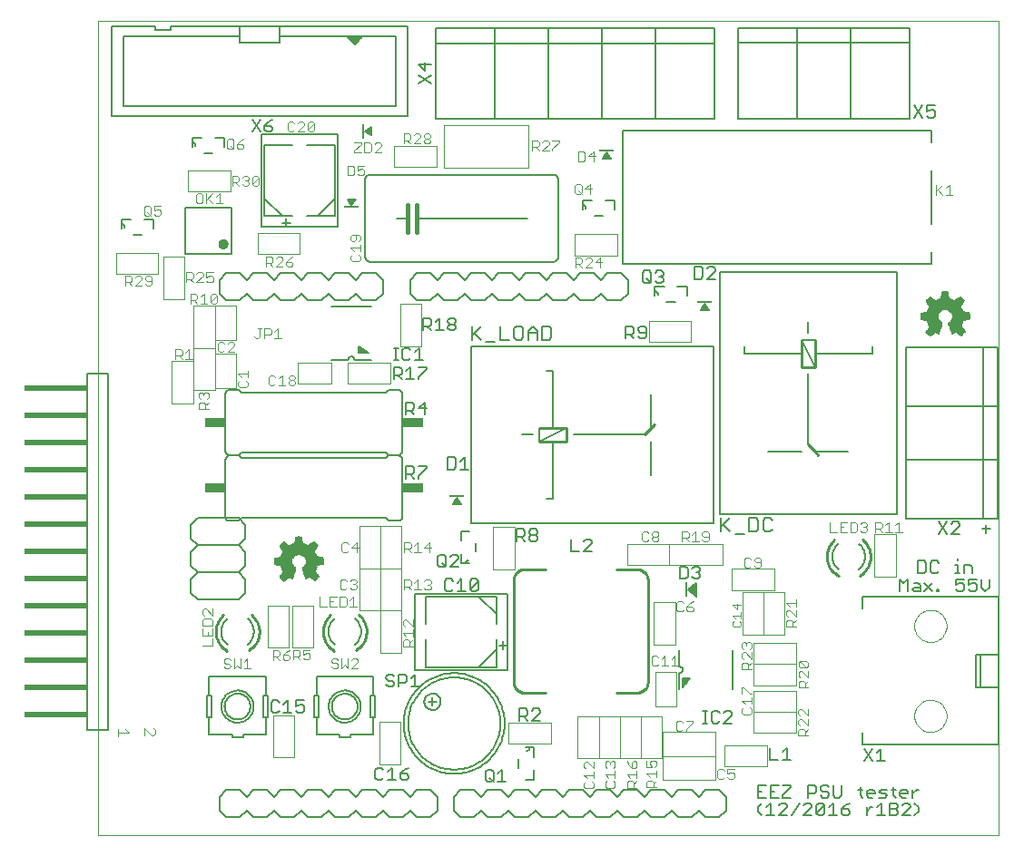
<source format=gto>
G75*
G70*
%OFA0B0*%
%FSLAX24Y24*%
%IPPOS*%
%LPD*%
%AMOC8*
5,1,8,0,0,1.08239X$1,22.5*
%
%ADD10C,0.0039*%
%ADD11R,0.0149X0.0001*%
%ADD12R,0.0004X0.0001*%
%ADD13R,0.0010X0.0001*%
%ADD14R,0.0017X0.0001*%
%ADD15R,0.0023X0.0001*%
%ADD16R,0.0029X0.0001*%
%ADD17R,0.0034X0.0001*%
%ADD18R,0.0040X0.0001*%
%ADD19R,0.0043X0.0002*%
%ADD20R,0.0047X0.0001*%
%ADD21R,0.0050X0.0001*%
%ADD22R,0.0054X0.0001*%
%ADD23R,0.0059X0.0001*%
%ADD24R,0.0064X0.0001*%
%ADD25R,0.0015X0.0001*%
%ADD26R,0.0067X0.0001*%
%ADD27R,0.0020X0.0001*%
%ADD28R,0.0070X0.0001*%
%ADD29R,0.0024X0.0001*%
%ADD30R,0.0074X0.0001*%
%ADD31R,0.0027X0.0001*%
%ADD32R,0.0076X0.0001*%
%ADD33R,0.0030X0.0001*%
%ADD34R,0.0081X0.0002*%
%ADD35R,0.0036X0.0002*%
%ADD36R,0.0086X0.0001*%
%ADD37R,0.0044X0.0001*%
%ADD38R,0.0091X0.0001*%
%ADD39R,0.0046X0.0001*%
%ADD40R,0.0094X0.0001*%
%ADD41R,0.0096X0.0001*%
%ADD42R,0.0053X0.0001*%
%ADD43R,0.0099X0.0001*%
%ADD44R,0.0056X0.0001*%
%ADD45R,0.0104X0.0001*%
%ADD46R,0.0060X0.0001*%
%ADD47R,0.0108X0.0001*%
%ADD48R,0.0112X0.0001*%
%ADD49R,0.0117X0.0001*%
%ADD50R,0.0072X0.0001*%
%ADD51R,0.0120X0.0002*%
%ADD52R,0.0075X0.0002*%
%ADD53R,0.0123X0.0001*%
%ADD54R,0.0078X0.0001*%
%ADD55R,0.0126X0.0001*%
%ADD56R,0.0081X0.0001*%
%ADD57R,0.0131X0.0001*%
%ADD58R,0.0136X0.0001*%
%ADD59R,0.0090X0.0001*%
%ADD60R,0.0139X0.0001*%
%ADD61R,0.0144X0.0001*%
%ADD62R,0.0147X0.0001*%
%ADD63R,0.0101X0.0001*%
%ADD64R,0.0150X0.0001*%
%ADD65R,0.0102X0.0001*%
%ADD66R,0.0153X0.0001*%
%ADD67R,0.0106X0.0001*%
%ADD68R,0.0158X0.0002*%
%ADD69R,0.0109X0.0002*%
%ADD70R,0.0164X0.0001*%
%ADD71R,0.0115X0.0001*%
%ADD72R,0.0168X0.0001*%
%ADD73R,0.0120X0.0001*%
%ADD74R,0.0171X0.0001*%
%ADD75R,0.0123X0.0001*%
%ADD76R,0.0172X0.0001*%
%ADD77R,0.0125X0.0001*%
%ADD78R,0.0175X0.0001*%
%ADD79R,0.0128X0.0001*%
%ADD80R,0.0180X0.0001*%
%ADD81R,0.0132X0.0001*%
%ADD82R,0.0186X0.0001*%
%ADD83R,0.0191X0.0001*%
%ADD84R,0.0141X0.0001*%
%ADD85R,0.0194X0.0001*%
%ADD86R,0.0145X0.0001*%
%ADD87R,0.0196X0.0002*%
%ADD88R,0.0149X0.0002*%
%ADD89R,0.0199X0.0001*%
%ADD90R,0.0151X0.0001*%
%ADD91R,0.0204X0.0001*%
%ADD92R,0.0153X0.0001*%
%ADD93R,0.0207X0.0001*%
%ADD94R,0.0158X0.0001*%
%ADD95R,0.0211X0.0001*%
%ADD96R,0.0162X0.0001*%
%ADD97R,0.0216X0.0001*%
%ADD98R,0.0166X0.0001*%
%ADD99R,0.0219X0.0001*%
%ADD100R,0.0007X0.0001*%
%ADD101R,0.0169X0.0001*%
%ADD102R,0.0222X0.0001*%
%ADD103R,0.0011X0.0001*%
%ADD104R,0.0224X0.0001*%
%ADD105R,0.0014X0.0001*%
%ADD106R,0.0176X0.0001*%
%ADD107R,0.0228X0.0001*%
%ADD108R,0.0018X0.0001*%
%ADD109R,0.0179X0.0001*%
%ADD110R,0.0234X0.0002*%
%ADD111R,0.0024X0.0002*%
%ADD112R,0.0183X0.0002*%
%ADD113R,0.0239X0.0001*%
%ADD114R,0.0189X0.0001*%
%ADD115R,0.0241X0.0001*%
%ADD116R,0.0033X0.0001*%
%ADD117R,0.0012X0.0001*%
%ADD118R,0.0192X0.0001*%
%ADD119R,0.0243X0.0001*%
%ADD120R,0.0038X0.0001*%
%ADD121R,0.0246X0.0001*%
%ADD122R,0.0041X0.0001*%
%ADD123R,0.0019X0.0001*%
%ADD124R,0.0196X0.0001*%
%ADD125R,0.0250X0.0001*%
%ADD126R,0.0021X0.0001*%
%ADD127R,0.0201X0.0001*%
%ADD128R,0.0254X0.0001*%
%ADD129R,0.0048X0.0001*%
%ADD130R,0.0258X0.0001*%
%ADD131R,0.0054X0.0001*%
%ADD132R,0.0209X0.0001*%
%ADD133R,0.0263X0.0001*%
%ADD134R,0.0213X0.0001*%
%ADD135R,0.0267X0.0001*%
%ADD136R,0.0063X0.0001*%
%ADD137R,0.0270X0.0002*%
%ADD138R,0.0066X0.0002*%
%ADD139R,0.0045X0.0002*%
%ADD140R,0.0219X0.0002*%
%ADD141R,0.0271X0.0001*%
%ADD142R,0.0220X0.0001*%
%ADD143R,0.0274X0.0001*%
%ADD144R,0.0051X0.0001*%
%ADD145R,0.0223X0.0001*%
%ADD146R,0.0278X0.0001*%
%ADD147R,0.0282X0.0001*%
%ADD148R,0.0231X0.0001*%
%ADD149R,0.0288X0.0001*%
%ADD150R,0.0085X0.0001*%
%ADD151R,0.0236X0.0001*%
%ADD152R,0.0289X0.0001*%
%ADD153R,0.0087X0.0001*%
%ADD154R,0.0066X0.0001*%
%ADD155R,0.0292X0.0001*%
%ADD156R,0.0069X0.0001*%
%ADD157R,0.0297X0.0001*%
%ADD158R,0.0300X0.0001*%
%ADD159R,0.0075X0.0001*%
%ADD160R,0.0305X0.0002*%
%ADD161R,0.0101X0.0002*%
%ADD162R,0.0078X0.0002*%
%ADD163R,0.0251X0.0002*%
%ADD164R,0.0309X0.0001*%
%ADD165R,0.0105X0.0001*%
%ADD166R,0.0083X0.0001*%
%ADD167R,0.0255X0.0001*%
%ADD168R,0.0314X0.0001*%
%ADD169R,0.0110X0.0001*%
%ADD170R,0.0087X0.0001*%
%ADD171R,0.0316X0.0001*%
%ADD172R,0.0113X0.0001*%
%ADD173R,0.0262X0.0001*%
%ADD174R,0.0319X0.0001*%
%ADD175R,0.0114X0.0001*%
%ADD176R,0.0093X0.0001*%
%ADD177R,0.0266X0.0001*%
%ADD178R,0.0321X0.0001*%
%ADD179R,0.0096X0.0001*%
%ADD180R,0.0324X0.0001*%
%ADD181R,0.0270X0.0001*%
%ADD182R,0.0329X0.0001*%
%ADD183R,0.0124X0.0001*%
%ADD184R,0.0275X0.0001*%
%ADD185R,0.0333X0.0001*%
%ADD186R,0.0279X0.0001*%
%ADD187R,0.0336X0.0001*%
%ADD188R,0.0111X0.0001*%
%ADD189R,0.0284X0.0001*%
%ADD190R,0.0339X0.0002*%
%ADD191R,0.0134X0.0002*%
%ADD192R,0.0114X0.0002*%
%ADD193R,0.0286X0.0002*%
%ADD194R,0.0342X0.0001*%
%ADD195R,0.0116X0.0001*%
%ADD196R,0.0491X0.0001*%
%ADD197R,0.0492X0.0001*%
%ADD198R,0.0294X0.0001*%
%ADD199R,0.0495X0.0001*%
%ADD200R,0.0299X0.0001*%
%ADD201R,0.0496X0.0001*%
%ADD202R,0.0127X0.0001*%
%ADD203R,0.0301X0.0001*%
%ADD204R,0.0498X0.0001*%
%ADD205R,0.0304X0.0001*%
%ADD206R,0.0501X0.0001*%
%ADD207R,0.0134X0.0001*%
%ADD208R,0.0308X0.0001*%
%ADD209R,0.0135X0.0001*%
%ADD210R,0.0311X0.0001*%
%ADD211R,0.0504X0.0001*%
%ADD212R,0.0138X0.0001*%
%ADD213R,0.0504X0.0002*%
%ADD214R,0.0141X0.0002*%
%ADD215R,0.0318X0.0002*%
%ADD216R,0.0507X0.0001*%
%ADD217R,0.0323X0.0001*%
%ADD218R,0.0326X0.0001*%
%ADD219R,0.0508X0.0001*%
%ADD220R,0.0152X0.0001*%
%ADD221R,0.0330X0.0001*%
%ADD222R,0.0510X0.0001*%
%ADD223R,0.0494X0.0001*%
%ADD224R,0.0512X0.0001*%
%ADD225R,0.0500X0.0001*%
%ADD226R,0.0513X0.0001*%
%ADD227R,0.0501X0.0001*%
%ADD228R,0.0513X0.0002*%
%ADD229R,0.0501X0.0002*%
%ADD230R,0.0503X0.0001*%
%ADD231R,0.0504X0.0001*%
%ADD232R,0.0506X0.0001*%
%ADD233R,0.0513X0.0001*%
%ADD234R,0.0509X0.0001*%
%ADD235R,0.0511X0.0001*%
%ADD236R,0.0514X0.0001*%
%ADD237R,0.0516X0.0001*%
%ADD238R,0.0513X0.0002*%
%ADD239R,0.0519X0.0002*%
%ADD240R,0.0519X0.0001*%
%ADD241R,0.0520X0.0001*%
%ADD242R,0.0522X0.0001*%
%ADD243R,0.0507X0.0001*%
%ADD244R,0.0509X0.0002*%
%ADD245R,0.0520X0.0002*%
%ADD246R,0.0522X0.0001*%
%ADD247R,0.0505X0.0001*%
%ADD248R,0.0502X0.0001*%
%ADD249R,0.0521X0.0001*%
%ADD250R,0.0503X0.0002*%
%ADD251R,0.0519X0.0002*%
%ADD252R,0.0519X0.0001*%
%ADD253R,0.0499X0.0001*%
%ADD254R,0.0517X0.0001*%
%ADD255R,0.0495X0.0002*%
%ADD256R,0.0514X0.0002*%
%ADD257R,0.0515X0.0001*%
%ADD258R,0.0492X0.0001*%
%ADD259R,0.0490X0.0001*%
%ADD260R,0.0490X0.0002*%
%ADD261R,0.0511X0.0002*%
%ADD262R,0.0489X0.0001*%
%ADD263R,0.0489X0.0001*%
%ADD264R,0.0488X0.0001*%
%ADD265R,0.0485X0.0001*%
%ADD266R,0.0483X0.0001*%
%ADD267R,0.0483X0.0002*%
%ADD268R,0.0507X0.0002*%
%ADD269R,0.0483X0.0001*%
%ADD270R,0.0481X0.0001*%
%ADD271R,0.0480X0.0001*%
%ADD272R,0.0480X0.0002*%
%ADD273R,0.0501X0.0002*%
%ADD274R,0.0479X0.0001*%
%ADD275R,0.0477X0.0001*%
%ADD276R,0.0477X0.0001*%
%ADD277R,0.0475X0.0001*%
%ADD278R,0.0474X0.0001*%
%ADD279R,0.0472X0.0001*%
%ADD280R,0.0472X0.0002*%
%ADD281R,0.0498X0.0002*%
%ADD282R,0.0471X0.0001*%
%ADD283R,0.0473X0.0001*%
%ADD284R,0.0471X0.0001*%
%ADD285R,0.0470X0.0001*%
%ADD286R,0.0468X0.0001*%
%ADD287R,0.0469X0.0001*%
%ADD288R,0.0468X0.0002*%
%ADD289R,0.0491X0.0002*%
%ADD290R,0.0466X0.0001*%
%ADD291R,0.0465X0.0001*%
%ADD292R,0.0464X0.0001*%
%ADD293R,0.0462X0.0001*%
%ADD294R,0.0462X0.0002*%
%ADD295R,0.0489X0.0002*%
%ADD296R,0.0461X0.0001*%
%ADD297R,0.0460X0.0001*%
%ADD298R,0.0459X0.0001*%
%ADD299R,0.0484X0.0001*%
%ADD300R,0.0457X0.0001*%
%ADD301R,0.0459X0.0001*%
%ADD302R,0.0458X0.0002*%
%ADD303R,0.0484X0.0002*%
%ADD304R,0.0456X0.0001*%
%ADD305R,0.0455X0.0001*%
%ADD306R,0.0453X0.0001*%
%ADD307R,0.0451X0.0001*%
%ADD308R,0.0453X0.0001*%
%ADD309R,0.0450X0.0001*%
%ADD310R,0.0451X0.0002*%
%ADD311R,0.0478X0.0001*%
%ADD312R,0.0449X0.0001*%
%ADD313R,0.0476X0.0001*%
%ADD314R,0.0447X0.0001*%
%ADD315R,0.0474X0.0001*%
%ADD316R,0.0449X0.0002*%
%ADD317R,0.0476X0.0002*%
%ADD318R,0.0454X0.0001*%
%ADD319R,0.0469X0.0002*%
%ADD320R,0.0468X0.0001*%
%ADD321R,0.0467X0.0001*%
%ADD322R,0.0473X0.0002*%
%ADD323R,0.0468X0.0002*%
%ADD324R,0.0486X0.0002*%
%ADD325R,0.0474X0.0002*%
%ADD326R,0.0487X0.0001*%
%ADD327R,0.0497X0.0001*%
%ADD328R,0.0486X0.0001*%
%ADD329R,0.0500X0.0002*%
%ADD330R,0.0487X0.0002*%
%ADD331R,0.0498X0.0001*%
%ADD332R,0.0524X0.0002*%
%ADD333R,0.0524X0.0001*%
%ADD334R,0.0525X0.0001*%
%ADD335R,0.0528X0.0001*%
%ADD336R,0.0529X0.0001*%
%ADD337R,0.0533X0.0001*%
%ADD338R,0.0534X0.0001*%
%ADD339R,0.0523X0.0001*%
%ADD340R,0.0536X0.0001*%
%ADD341R,0.0537X0.0002*%
%ADD342R,0.0527X0.0002*%
%ADD343R,0.0537X0.0001*%
%ADD344R,0.0528X0.0001*%
%ADD345R,0.0539X0.0001*%
%ADD346R,0.0530X0.0001*%
%ADD347R,0.0540X0.0001*%
%ADD348R,0.0541X0.0001*%
%ADD349R,0.0531X0.0001*%
%ADD350R,0.0543X0.0001*%
%ADD351R,0.0544X0.0001*%
%ADD352R,0.0546X0.0002*%
%ADD353R,0.0536X0.0002*%
%ADD354R,0.0547X0.0001*%
%ADD355R,0.0551X0.0001*%
%ADD356R,0.0552X0.0001*%
%ADD357R,0.0554X0.0001*%
%ADD358R,0.0555X0.0001*%
%ADD359R,0.0555X0.0002*%
%ADD360R,0.0547X0.0002*%
%ADD361R,0.0549X0.0001*%
%ADD362R,0.0548X0.0001*%
%ADD363R,0.0538X0.0001*%
%ADD364R,0.0537X0.0001*%
%ADD365R,0.0533X0.0002*%
%ADD366R,0.0531X0.0001*%
%ADD367R,0.0526X0.0001*%
%ADD368R,0.0518X0.0001*%
%ADD369R,0.0498X0.0002*%
%ADD370R,0.0496X0.0002*%
%ADD371R,0.0486X0.0001*%
%ADD372R,0.0485X0.0002*%
%ADD373R,0.0482X0.0001*%
%ADD374R,0.0477X0.0002*%
%ADD375R,0.0530X0.0002*%
%ADD376R,0.0464X0.0002*%
%ADD377R,0.0561X0.0001*%
%ADD378R,0.0570X0.0001*%
%ADD379R,0.0576X0.0001*%
%ADD380R,0.0581X0.0001*%
%ADD381R,0.0585X0.0001*%
%ADD382R,0.0589X0.0001*%
%ADD383R,0.0600X0.0002*%
%ADD384R,0.0614X0.0001*%
%ADD385R,0.0623X0.0001*%
%ADD386R,0.0630X0.0001*%
%ADD387R,0.0633X0.0001*%
%ADD388R,0.0638X0.0001*%
%ADD389R,0.0645X0.0001*%
%ADD390R,0.0657X0.0001*%
%ADD391R,0.0556X0.0001*%
%ADD392R,0.0669X0.0001*%
%ADD393R,0.0674X0.0001*%
%ADD394R,0.0579X0.0001*%
%ADD395R,0.0676X0.0002*%
%ADD396R,0.0585X0.0002*%
%ADD397R,0.0678X0.0001*%
%ADD398R,0.0590X0.0001*%
%ADD399R,0.0679X0.0001*%
%ADD400R,0.0596X0.0001*%
%ADD401R,0.0681X0.0001*%
%ADD402R,0.0606X0.0001*%
%ADD403R,0.0620X0.0001*%
%ADD404R,0.0682X0.0001*%
%ADD405R,0.0633X0.0001*%
%ADD406R,0.0684X0.0001*%
%ADD407R,0.0639X0.0001*%
%ADD408R,0.0649X0.0001*%
%ADD409R,0.0684X0.0001*%
%ADD410R,0.0655X0.0001*%
%ADD411R,0.0683X0.0002*%
%ADD412R,0.0664X0.0002*%
%ADD413R,0.0683X0.0001*%
%ADD414R,0.0670X0.0001*%
%ADD415R,0.0671X0.0001*%
%ADD416R,0.0681X0.0001*%
%ADD417R,0.0672X0.0001*%
%ADD418R,0.0680X0.0001*%
%ADD419R,0.0675X0.0001*%
%ADD420R,0.0676X0.0001*%
%ADD421R,0.0680X0.0002*%
%ADD422R,0.0678X0.0002*%
%ADD423R,0.0678X0.0001*%
%ADD424R,0.0675X0.0002*%
%ADD425R,0.0672X0.0002*%
%ADD426R,0.0672X0.0001*%
%ADD427R,0.0671X0.0002*%
%ADD428R,0.0670X0.0002*%
%ADD429R,0.0669X0.0001*%
%ADD430R,0.0667X0.0001*%
%ADD431R,0.0669X0.0002*%
%ADD432R,0.0667X0.0002*%
%ADD433R,0.0668X0.0001*%
%ADD434R,0.0666X0.0001*%
%ADD435R,0.0668X0.0002*%
%ADD436R,0.0666X0.0002*%
%ADD437R,0.0666X0.0001*%
%ADD438R,0.0664X0.0001*%
%ADD439R,0.0663X0.0001*%
%ADD440R,0.0666X0.0002*%
%ADD441R,0.0663X0.0002*%
%ADD442R,0.0665X0.0001*%
%ADD443R,0.0674X0.0002*%
%ADD444R,0.0677X0.0001*%
%ADD445R,0.0678X0.0002*%
%ADD446R,0.0682X0.0002*%
%ADD447R,0.0686X0.0001*%
%ADD448R,0.0686X0.0002*%
%ADD449R,0.0687X0.0001*%
%ADD450R,0.0689X0.0001*%
%ADD451R,0.0653X0.0001*%
%ADD452R,0.0641X0.0001*%
%ADD453R,0.0626X0.0001*%
%ADD454R,0.0616X0.0001*%
%ADD455R,0.0687X0.0001*%
%ADD456R,0.0612X0.0001*%
%ADD457R,0.0688X0.0001*%
%ADD458R,0.0606X0.0001*%
%ADD459R,0.0601X0.0001*%
%ADD460R,0.0591X0.0002*%
%ADD461R,0.0567X0.0001*%
%ADD462R,0.0560X0.0001*%
%ADD463R,0.0659X0.0001*%
%ADD464R,0.0516X0.0001*%
%ADD465R,0.0639X0.0001*%
%ADD466R,0.0502X0.0002*%
%ADD467R,0.0633X0.0002*%
%ADD468R,0.0608X0.0001*%
%ADD469R,0.0582X0.0001*%
%ADD470R,0.0577X0.0001*%
%ADD471R,0.0569X0.0002*%
%ADD472R,0.0546X0.0001*%
%ADD473R,0.0486X0.0002*%
%ADD474R,0.0493X0.0001*%
%ADD475R,0.0516X0.0002*%
%ADD476R,0.0532X0.0001*%
%ADD477R,0.0534X0.0002*%
%ADD478R,0.0535X0.0002*%
%ADD479R,0.0543X0.0001*%
%ADD480R,0.0553X0.0001*%
%ADD481R,0.0559X0.0001*%
%ADD482R,0.0564X0.0001*%
%ADD483R,0.0564X0.0001*%
%ADD484R,0.0567X0.0001*%
%ADD485R,0.0569X0.0001*%
%ADD486R,0.0570X0.0002*%
%ADD487R,0.0571X0.0002*%
%ADD488R,0.0571X0.0001*%
%ADD489R,0.0573X0.0001*%
%ADD490R,0.0574X0.0001*%
%ADD491R,0.0576X0.0001*%
%ADD492R,0.0600X0.0001*%
%ADD493R,0.0611X0.0001*%
%ADD494R,0.0618X0.0001*%
%ADD495R,0.0621X0.0001*%
%ADD496R,0.1269X0.0001*%
%ADD497R,0.1267X0.0001*%
%ADD498R,0.1266X0.0001*%
%ADD499R,0.1266X0.0002*%
%ADD500R,0.1264X0.0001*%
%ADD501R,0.1261X0.0001*%
%ADD502R,0.1260X0.0001*%
%ADD503R,0.1259X0.0001*%
%ADD504R,0.1256X0.0001*%
%ADD505R,0.1254X0.0001*%
%ADD506R,0.1253X0.0001*%
%ADD507R,0.1251X0.0001*%
%ADD508R,0.1251X0.0002*%
%ADD509R,0.1248X0.0001*%
%ADD510R,0.1245X0.0001*%
%ADD511R,0.1244X0.0001*%
%ADD512R,0.1242X0.0001*%
%ADD513R,0.1239X0.0001*%
%ADD514R,0.1237X0.0001*%
%ADD515R,0.1236X0.0002*%
%ADD516R,0.1233X0.0001*%
%ADD517R,0.1230X0.0001*%
%ADD518R,0.1229X0.0001*%
%ADD519R,0.1227X0.0001*%
%ADD520R,0.1226X0.0001*%
%ADD521R,0.1224X0.0001*%
%ADD522R,0.1223X0.0002*%
%ADD523R,0.1219X0.0001*%
%ADD524R,0.1216X0.0001*%
%ADD525R,0.1215X0.0001*%
%ADD526R,0.1214X0.0001*%
%ADD527R,0.1212X0.0001*%
%ADD528R,0.1209X0.0001*%
%ADD529R,0.1207X0.0002*%
%ADD530R,0.1206X0.0001*%
%ADD531R,0.1204X0.0001*%
%ADD532R,0.1201X0.0001*%
%ADD533R,0.1200X0.0001*%
%ADD534R,0.1199X0.0001*%
%ADD535R,0.1196X0.0001*%
%ADD536R,0.1194X0.0001*%
%ADD537R,0.1193X0.0001*%
%ADD538R,0.1191X0.0001*%
%ADD539R,0.1191X0.0002*%
%ADD540R,0.1188X0.0001*%
%ADD541R,0.1185X0.0001*%
%ADD542R,0.1184X0.0001*%
%ADD543R,0.1181X0.0001*%
%ADD544R,0.1177X0.0001*%
%ADD545R,0.1176X0.0001*%
%ADD546R,0.1174X0.0001*%
%ADD547R,0.1173X0.0001*%
%ADD548R,0.1170X0.0002*%
%ADD549R,0.1170X0.0001*%
%ADD550R,0.1169X0.0001*%
%ADD551R,0.1166X0.0001*%
%ADD552R,0.1164X0.0001*%
%ADD553R,0.1163X0.0001*%
%ADD554R,0.1163X0.0002*%
%ADD555R,0.1167X0.0001*%
%ADD556R,0.1171X0.0001*%
%ADD557R,0.1179X0.0001*%
%ADD558R,0.1182X0.0001*%
%ADD559R,0.1182X0.0002*%
%ADD560R,0.1188X0.0001*%
%ADD561R,0.1190X0.0001*%
%ADD562R,0.1197X0.0001*%
%ADD563R,0.1204X0.0002*%
%ADD564R,0.1207X0.0001*%
%ADD565R,0.1210X0.0001*%
%ADD566R,0.1213X0.0001*%
%ADD567R,0.1217X0.0001*%
%ADD568R,0.1218X0.0001*%
%ADD569R,0.1220X0.0001*%
%ADD570R,0.1221X0.0001*%
%ADD571R,0.1223X0.0001*%
%ADD572R,0.1226X0.0002*%
%ADD573R,0.1236X0.0001*%
%ADD574R,0.1239X0.0001*%
%ADD575R,0.1240X0.0001*%
%ADD576R,0.1243X0.0001*%
%ADD577R,0.1248X0.0002*%
%ADD578R,0.1248X0.0001*%
%ADD579R,0.1251X0.0001*%
%ADD580R,0.1257X0.0001*%
%ADD581R,0.1263X0.0001*%
%ADD582R,0.1267X0.0002*%
%ADD583R,0.1270X0.0001*%
%ADD584R,0.1274X0.0001*%
%ADD585R,0.1275X0.0001*%
%ADD586R,0.1278X0.0001*%
%ADD587R,0.1280X0.0001*%
%ADD588R,0.1281X0.0001*%
%ADD589R,0.1284X0.0001*%
%ADD590R,0.1286X0.0001*%
%ADD591R,0.1289X0.0001*%
%ADD592R,0.1290X0.0002*%
%ADD593R,0.1291X0.0001*%
%ADD594R,0.1294X0.0001*%
%ADD595R,0.1296X0.0001*%
%ADD596R,0.1299X0.0001*%
%ADD597R,0.1300X0.0001*%
%ADD598R,0.1302X0.0001*%
%ADD599R,0.1304X0.0001*%
%ADD600R,0.1306X0.0001*%
%ADD601R,0.1308X0.0001*%
%ADD602R,0.1311X0.0002*%
%ADD603R,0.1313X0.0001*%
%ADD604R,0.1316X0.0001*%
%ADD605R,0.1317X0.0001*%
%ADD606R,0.1320X0.0001*%
%ADD607R,0.1323X0.0001*%
%ADD608R,0.1326X0.0001*%
%ADD609R,0.1329X0.0001*%
%ADD610R,0.1332X0.0002*%
%ADD611R,0.1335X0.0001*%
%ADD612R,0.1336X0.0001*%
%ADD613R,0.1340X0.0001*%
%ADD614R,0.1343X0.0001*%
%ADD615R,0.1346X0.0001*%
%ADD616R,0.1347X0.0001*%
%ADD617R,0.1350X0.0001*%
%ADD618R,0.1353X0.0002*%
%ADD619R,0.1356X0.0001*%
%ADD620R,0.1357X0.0001*%
%ADD621R,0.1360X0.0001*%
%ADD622R,0.1364X0.0001*%
%ADD623R,0.1365X0.0001*%
%ADD624R,0.1368X0.0001*%
%ADD625R,0.1369X0.0001*%
%ADD626R,0.1373X0.0001*%
%ADD627R,0.1374X0.0002*%
%ADD628R,0.1377X0.0001*%
%ADD629R,0.1379X0.0001*%
%ADD630R,0.1380X0.0001*%
%ADD631R,0.1383X0.0001*%
%ADD632R,0.1386X0.0001*%
%ADD633R,0.1387X0.0001*%
%ADD634R,0.1391X0.0001*%
%ADD635R,0.1394X0.0001*%
%ADD636R,0.1395X0.0002*%
%ADD637R,0.1398X0.0001*%
%ADD638R,0.1401X0.0001*%
%ADD639R,0.1403X0.0001*%
%ADD640R,0.1406X0.0001*%
%ADD641R,0.1407X0.0001*%
%ADD642R,0.1409X0.0001*%
%ADD643R,0.1411X0.0001*%
%ADD644R,0.1414X0.0001*%
%ADD645R,0.1416X0.0002*%
%ADD646R,0.1419X0.0001*%
%ADD647R,0.1421X0.0001*%
%ADD648R,0.1422X0.0001*%
%ADD649R,0.1424X0.0001*%
%ADD650R,0.1426X0.0001*%
%ADD651R,0.1428X0.0001*%
%ADD652R,0.1429X0.0002*%
%ADD653R,0.1429X0.0001*%
%ADD654R,0.1425X0.0001*%
%ADD655R,0.1421X0.0002*%
%ADD656R,0.1418X0.0001*%
%ADD657R,0.1416X0.0001*%
%ADD658R,0.1413X0.0001*%
%ADD659R,0.1410X0.0001*%
%ADD660R,0.1404X0.0001*%
%ADD661R,0.1401X0.0001*%
%ADD662R,0.0346X0.0001*%
%ADD663R,0.1044X0.0001*%
%ADD664R,0.0342X0.0002*%
%ADD665R,0.1040X0.0002*%
%ADD666R,0.0337X0.0001*%
%ADD667R,0.1034X0.0001*%
%ADD668R,0.0357X0.0001*%
%ADD669R,0.0660X0.0001*%
%ADD670R,0.0353X0.0001*%
%ADD671R,0.0327X0.0001*%
%ADD672R,0.0349X0.0001*%
%ADD673R,0.0321X0.0001*%
%ADD674R,0.0648X0.0001*%
%ADD675R,0.0344X0.0001*%
%ADD676R,0.0317X0.0001*%
%ADD677R,0.0339X0.0001*%
%ADD678R,0.0312X0.0001*%
%ADD679R,0.0631X0.0001*%
%ADD680R,0.0334X0.0001*%
%ADD681R,0.0309X0.0001*%
%ADD682R,0.0307X0.0002*%
%ADD683R,0.0623X0.0002*%
%ADD684R,0.0327X0.0002*%
%ADD685R,0.0618X0.0001*%
%ADD686R,0.0297X0.0001*%
%ADD687R,0.0607X0.0001*%
%ADD688R,0.0320X0.0001*%
%ADD689R,0.0293X0.0001*%
%ADD690R,0.0599X0.0001*%
%ADD691R,0.0313X0.0001*%
%ADD692R,0.0285X0.0001*%
%ADD693R,0.0584X0.0001*%
%ADD694R,0.0303X0.0001*%
%ADD695R,0.0281X0.0001*%
%ADD696R,0.0273X0.0002*%
%ADD697R,0.0563X0.0002*%
%ADD698R,0.0293X0.0002*%
%ADD699R,0.0264X0.0001*%
%ADD700R,0.0259X0.0001*%
%ADD701R,0.0256X0.0001*%
%ADD702R,0.0276X0.0001*%
%ADD703R,0.0252X0.0001*%
%ADD704R,0.0273X0.0001*%
%ADD705R,0.0248X0.0001*%
%ADD706R,0.0269X0.0001*%
%ADD707R,0.0245X0.0001*%
%ADD708R,0.0240X0.0001*%
%ADD709R,0.0237X0.0002*%
%ADD710R,0.0256X0.0002*%
%ADD711R,0.0234X0.0001*%
%ADD712R,0.0232X0.0001*%
%ADD713R,0.0251X0.0001*%
%ADD714R,0.0228X0.0001*%
%ADD715R,0.0246X0.0001*%
%ADD716R,0.0456X0.0001*%
%ADD717R,0.0219X0.0001*%
%ADD718R,0.0444X0.0001*%
%ADD719R,0.0237X0.0001*%
%ADD720R,0.0214X0.0001*%
%ADD721R,0.0436X0.0001*%
%ADD722R,0.0432X0.0001*%
%ADD723R,0.0231X0.0001*%
%ADD724R,0.0210X0.0001*%
%ADD725R,0.0426X0.0001*%
%ADD726R,0.0420X0.0001*%
%ADD727R,0.0226X0.0001*%
%ADD728R,0.0204X0.0002*%
%ADD729R,0.0409X0.0002*%
%ADD730R,0.0222X0.0002*%
%ADD731R,0.0391X0.0001*%
%ADD732R,0.0217X0.0001*%
%ADD733R,0.0376X0.0001*%
%ADD734R,0.0368X0.0001*%
%ADD735R,0.0189X0.0001*%
%ADD736R,0.0361X0.0001*%
%ADD737R,0.0206X0.0001*%
%ADD738R,0.0186X0.0001*%
%ADD739R,0.0356X0.0001*%
%ADD740R,0.0181X0.0001*%
%ADD741R,0.0345X0.0001*%
%ADD742R,0.0173X0.0001*%
%ADD743R,0.0331X0.0001*%
%ADD744R,0.0190X0.0001*%
%ADD745R,0.0168X0.0001*%
%ADD746R,0.0165X0.0002*%
%ADD747R,0.0162X0.0001*%
%ADD748R,0.0159X0.0001*%
%ADD749R,0.0177X0.0001*%
%ADD750R,0.0156X0.0001*%
%ADD751R,0.0324X0.0001*%
%ADD752R,0.0174X0.0001*%
%ADD753R,0.0167X0.0001*%
%ADD754R,0.0146X0.0001*%
%ADD755R,0.0163X0.0001*%
%ADD756R,0.0141X0.0001*%
%ADD757R,0.0140X0.0001*%
%ADD758R,0.0137X0.0001*%
%ADD759R,0.0133X0.0001*%
%ADD760R,0.0129X0.0002*%
%ADD761R,0.0321X0.0002*%
%ADD762R,0.0146X0.0002*%
%ADD763R,0.0119X0.0001*%
%ADD764R,0.0129X0.0001*%
%ADD765R,0.0111X0.0001*%
%ADD766R,0.0126X0.0001*%
%ADD767R,0.0318X0.0001*%
%ADD768R,0.0097X0.0001*%
%ADD769R,0.0315X0.0001*%
%ADD770R,0.0089X0.0002*%
%ADD771R,0.0315X0.0002*%
%ADD772R,0.0105X0.0002*%
%ADD773R,0.0079X0.0001*%
%ADD774R,0.0089X0.0001*%
%ADD775R,0.0069X0.0001*%
%ADD776R,0.0084X0.0001*%
%ADD777R,0.0057X0.0001*%
%ADD778R,0.0052X0.0002*%
%ADD779R,0.0311X0.0002*%
%ADD780R,0.0066X0.0002*%
%ADD781R,0.0061X0.0001*%
%ADD782R,0.0042X0.0001*%
%ADD783R,0.0055X0.0001*%
%ADD784R,0.0039X0.0001*%
%ADD785R,0.0052X0.0001*%
%ADD786R,0.0036X0.0001*%
%ADD787R,0.0049X0.0001*%
%ADD788R,0.0307X0.0001*%
%ADD789R,0.0045X0.0001*%
%ADD790R,0.0022X0.0001*%
%ADD791R,0.0035X0.0001*%
%ADD792R,0.0025X0.0002*%
%ADD793R,0.0306X0.0001*%
%ADD794R,0.0018X0.0001*%
%ADD795R,0.0008X0.0001*%
%ADD796R,0.0300X0.0002*%
%ADD797R,0.0296X0.0001*%
%ADD798R,0.0294X0.0002*%
%ADD799R,0.0294X0.0001*%
%ADD800R,0.0291X0.0001*%
%ADD801R,0.0291X0.0002*%
%ADD802R,0.0286X0.0001*%
%ADD803R,0.0281X0.0002*%
%ADD804R,0.0277X0.0001*%
%ADD805R,0.0276X0.0001*%
%ADD806R,0.0266X0.0002*%
%ADD807R,0.0264X0.0001*%
%ADD808R,0.0261X0.0001*%
%ADD809R,0.0259X0.0002*%
%ADD810R,0.0254X0.0002*%
%ADD811R,0.0248X0.0002*%
%ADD812R,0.0218X0.0002*%
%ADD813R,0.0157X0.0001*%
%ADD814C,0.0050*%
%ADD815C,0.0040*%
%ADD816C,0.0060*%
%ADD817C,0.0080*%
%ADD818C,0.0030*%
%ADD819R,0.2303X0.0200*%
%ADD820C,0.0020*%
%ADD821R,0.0079X0.0551*%
%ADD822R,0.0760X0.0320*%
%ADD823C,0.0100*%
%ADD824C,0.0000*%
%ADD825R,0.0551X0.0079*%
%ADD826C,0.0160*%
D10*
X005481Y002881D02*
X005481Y032803D01*
X038551Y032803D01*
X038551Y002881D01*
X005481Y002881D01*
D11*
X012589Y012764D03*
X036319Y021767D03*
D12*
X036030Y021196D03*
X036850Y021283D03*
X037168Y021213D03*
X013438Y012210D03*
X013120Y012280D03*
X012300Y012193D03*
D13*
X012300Y012195D03*
X036030Y021198D03*
D14*
X036030Y021199D03*
X012300Y012196D03*
D15*
X012300Y012198D03*
X036030Y021201D03*
D16*
X036030Y021202D03*
X036039Y022641D03*
X012309Y013638D03*
X012300Y012199D03*
D17*
X012300Y012201D03*
X013125Y012289D03*
X036030Y021204D03*
X036855Y021292D03*
D18*
X036856Y021294D03*
X036030Y021205D03*
X013126Y012291D03*
X012300Y012202D03*
D19*
X012300Y012204D03*
X036030Y021207D03*
D20*
X036030Y021208D03*
X012300Y012205D03*
D21*
X012300Y012207D03*
X013438Y012223D03*
X036030Y021210D03*
X037168Y021226D03*
D22*
X036031Y021211D03*
X012300Y012208D03*
D23*
X012301Y012210D03*
X012603Y012291D03*
X013134Y012300D03*
X036031Y021213D03*
X036333Y021294D03*
X036864Y021303D03*
D24*
X036865Y021304D03*
X037167Y021232D03*
X036031Y021214D03*
X013437Y012229D03*
X013135Y012301D03*
X012301Y012211D03*
D25*
X013119Y012283D03*
X013439Y012211D03*
X036850Y021286D03*
X037169Y021214D03*
D26*
X037167Y021234D03*
X036330Y021298D03*
X036031Y021216D03*
X013437Y012231D03*
X012600Y012295D03*
X012301Y012213D03*
D27*
X013438Y012213D03*
X037168Y021216D03*
D28*
X036868Y021309D03*
X036328Y021300D03*
X036031Y021217D03*
X013138Y012306D03*
X012598Y012297D03*
X012301Y012214D03*
D29*
X013439Y012214D03*
X037169Y021217D03*
D30*
X036031Y021219D03*
X012301Y012216D03*
D31*
X013122Y012288D03*
X013439Y012216D03*
X036853Y021291D03*
X037169Y021219D03*
D32*
X036327Y021301D03*
X036031Y021220D03*
X012597Y012298D03*
X012301Y012217D03*
D33*
X012612Y012280D03*
X013439Y012217D03*
X013401Y013642D03*
X036343Y021283D03*
X037169Y021220D03*
X037132Y022645D03*
D34*
X036032Y021222D03*
X012302Y012219D03*
D35*
X013439Y012219D03*
X037169Y021222D03*
D36*
X037165Y021241D03*
X036033Y021223D03*
X013435Y012238D03*
X012303Y012220D03*
D37*
X012609Y012286D03*
X013128Y012292D03*
X013438Y012220D03*
X036339Y021289D03*
X036858Y021295D03*
D38*
X036874Y021316D03*
X036321Y021309D03*
X036033Y021225D03*
X036042Y022615D03*
X013144Y012313D03*
X012591Y012306D03*
X012303Y012222D03*
X012312Y013612D03*
D39*
X012310Y013630D03*
X013438Y012222D03*
X036040Y022633D03*
X037168Y021225D03*
D40*
X037165Y021244D03*
X036319Y021310D03*
X036033Y021226D03*
X037129Y022621D03*
X036571Y022833D03*
X013399Y013618D03*
X012841Y013830D03*
X012589Y012307D03*
X012303Y012223D03*
X013435Y012241D03*
D41*
X012303Y012225D03*
X036034Y021228D03*
D42*
X037168Y021228D03*
X013438Y012225D03*
D43*
X013434Y012243D03*
X013146Y012318D03*
X012303Y012226D03*
X013398Y013617D03*
X036034Y021229D03*
X036877Y021321D03*
X037165Y021246D03*
X037129Y022620D03*
D44*
X037168Y021229D03*
X013438Y012226D03*
D45*
X012304Y012228D03*
X036034Y021231D03*
D46*
X037168Y021231D03*
X036041Y022629D03*
X013437Y012228D03*
X012311Y013626D03*
D47*
X013398Y013612D03*
X013149Y012321D03*
X012303Y012229D03*
X036034Y021232D03*
X036880Y021324D03*
X037129Y022615D03*
D48*
X036034Y021234D03*
X012304Y012231D03*
D49*
X012305Y012232D03*
X012582Y012316D03*
X013152Y012327D03*
X013397Y013609D03*
X036035Y021235D03*
X036313Y021319D03*
X036883Y021330D03*
X037127Y022612D03*
D50*
X037130Y022630D03*
X037166Y021235D03*
X013400Y013627D03*
X013436Y012232D03*
D51*
X012305Y012234D03*
X036035Y021237D03*
D52*
X037166Y021237D03*
X013436Y012234D03*
D53*
X012305Y012235D03*
X012314Y013600D03*
X013397Y013608D03*
X036035Y021238D03*
X036044Y022603D03*
X037127Y022611D03*
D54*
X037130Y022627D03*
X037166Y021238D03*
X013400Y013624D03*
X013436Y012235D03*
D55*
X012305Y012237D03*
X036035Y021240D03*
D56*
X036325Y021303D03*
X037166Y021240D03*
X037130Y022626D03*
X013400Y013623D03*
X013436Y012237D03*
X012594Y012300D03*
D57*
X012306Y012238D03*
X013158Y012333D03*
X036036Y021241D03*
X036888Y021336D03*
D58*
X037162Y021262D03*
X036306Y021328D03*
X036036Y021243D03*
X013432Y012259D03*
X012576Y012325D03*
X012306Y012240D03*
D59*
X012591Y012304D03*
X013434Y012240D03*
X036322Y021307D03*
X037165Y021243D03*
D60*
X036036Y021244D03*
X012306Y012241D03*
D61*
X012306Y012243D03*
X036037Y021246D03*
D62*
X036037Y021247D03*
X036892Y021345D03*
X013161Y012342D03*
X012306Y012244D03*
D63*
X013434Y012244D03*
X037164Y021247D03*
D64*
X036037Y021249D03*
X036046Y022593D03*
X037126Y022600D03*
X013395Y013597D03*
X012315Y013590D03*
X012306Y012246D03*
D65*
X013434Y012246D03*
X013398Y013615D03*
X012312Y013609D03*
X036043Y022612D03*
X037129Y022618D03*
X037165Y021249D03*
D66*
X036037Y021250D03*
X012306Y012247D03*
D67*
X013434Y012247D03*
X037164Y021250D03*
D68*
X036037Y021252D03*
X012307Y012249D03*
D69*
X013434Y012249D03*
X037164Y021252D03*
D70*
X036037Y021253D03*
X012307Y012250D03*
D71*
X013434Y012250D03*
X037164Y021253D03*
D72*
X036038Y021255D03*
X012308Y012252D03*
D73*
X012582Y012318D03*
X013154Y012328D03*
X013433Y012252D03*
X036313Y021321D03*
X036884Y021331D03*
X037163Y021255D03*
D74*
X036038Y021256D03*
X012308Y012253D03*
D75*
X013433Y012253D03*
X037163Y021256D03*
D76*
X037159Y021277D03*
X036039Y021258D03*
X013429Y012274D03*
X012309Y012255D03*
D77*
X013432Y012255D03*
X037162Y021258D03*
D78*
X036039Y021259D03*
X012309Y012256D03*
D79*
X012579Y012321D03*
X013432Y012256D03*
X036309Y021324D03*
X037162Y021259D03*
D80*
X036038Y021261D03*
X037124Y022588D03*
X013394Y013585D03*
X012308Y012258D03*
D81*
X012578Y012322D03*
X013431Y012258D03*
X013397Y013603D03*
X036308Y021325D03*
X037162Y021261D03*
X037127Y022606D03*
D82*
X036040Y021262D03*
X012309Y012259D03*
D83*
X012310Y012261D03*
X012318Y013573D03*
X036040Y021264D03*
X036048Y022576D03*
D84*
X037162Y021264D03*
X013431Y012261D03*
D85*
X013428Y012283D03*
X012310Y012262D03*
X012318Y013572D03*
X012859Y013827D03*
X036040Y021265D03*
X037158Y021286D03*
X036048Y022575D03*
X036589Y022830D03*
D86*
X036891Y021343D03*
X037161Y021265D03*
X013431Y012262D03*
X013161Y012340D03*
D87*
X012310Y012264D03*
X036040Y021267D03*
D88*
X037161Y021267D03*
X013431Y012264D03*
D89*
X012310Y012265D03*
X012318Y013570D03*
X036040Y021268D03*
X036048Y022573D03*
D90*
X037161Y021268D03*
X013431Y012265D03*
D91*
X013427Y012288D03*
X012311Y012267D03*
X013392Y013576D03*
X036041Y021270D03*
X037157Y021291D03*
X037123Y022579D03*
D92*
X037126Y022599D03*
X037160Y021270D03*
X013395Y013596D03*
X013430Y012267D03*
D93*
X012311Y012268D03*
X012318Y013567D03*
X036041Y021271D03*
X036049Y022570D03*
D94*
X037161Y021271D03*
X013431Y012268D03*
D95*
X012312Y012270D03*
X036042Y021273D03*
D96*
X037160Y021273D03*
X013430Y012270D03*
D97*
X013425Y012292D03*
X012312Y012271D03*
X036043Y021274D03*
X037156Y021295D03*
D98*
X037159Y021274D03*
X013429Y012271D03*
D99*
X012312Y012273D03*
X036043Y021276D03*
D100*
X036348Y021276D03*
X012618Y012273D03*
D101*
X013429Y012273D03*
X037159Y021276D03*
D102*
X036043Y021277D03*
X012312Y012274D03*
D103*
X012618Y012274D03*
X036348Y021277D03*
D104*
X036043Y021279D03*
X036049Y022563D03*
X036591Y022825D03*
X012861Y013822D03*
X012319Y013560D03*
X012313Y012276D03*
D105*
X012618Y012276D03*
X036348Y021279D03*
D106*
X037159Y021279D03*
X013429Y012276D03*
D107*
X013424Y012298D03*
X012314Y012277D03*
X036044Y021280D03*
X037154Y021301D03*
D108*
X036346Y021280D03*
X012615Y012277D03*
D109*
X013429Y012277D03*
X012316Y013579D03*
X036046Y022582D03*
X037159Y021280D03*
D110*
X036044Y021282D03*
X012314Y012279D03*
D111*
X012614Y012279D03*
X036344Y021282D03*
D112*
X037159Y021282D03*
X037124Y022587D03*
X013394Y013584D03*
X013428Y012279D03*
D113*
X013423Y012303D03*
X012315Y012280D03*
X036045Y021283D03*
X037153Y021306D03*
D114*
X037159Y021283D03*
X013428Y012280D03*
D115*
X013423Y012304D03*
X012315Y012282D03*
X013389Y013560D03*
X036045Y021285D03*
X037153Y021307D03*
X037119Y022563D03*
D116*
X036040Y022639D03*
X036341Y021285D03*
X012611Y012282D03*
X012309Y013636D03*
D117*
X012309Y013641D03*
X013119Y012282D03*
X036040Y022644D03*
X036850Y021285D03*
D118*
X037159Y021285D03*
X013428Y012282D03*
D119*
X013422Y012306D03*
X012315Y012283D03*
X012860Y013815D03*
X036046Y021286D03*
X037153Y021309D03*
X036590Y022818D03*
D120*
X036340Y021286D03*
X012610Y012283D03*
D121*
X012315Y012285D03*
X013422Y012307D03*
X036046Y021288D03*
X037153Y021310D03*
D122*
X036340Y021288D03*
X012610Y012285D03*
D123*
X013120Y012285D03*
X036850Y021288D03*
D124*
X037158Y021288D03*
X037123Y022582D03*
X013393Y013579D03*
X013428Y012285D03*
D125*
X012316Y012286D03*
X036046Y021289D03*
D126*
X036851Y021289D03*
X013121Y012286D03*
D127*
X013427Y012286D03*
X013392Y013578D03*
X037157Y021289D03*
X037123Y022581D03*
D128*
X037117Y022558D03*
X036589Y022792D03*
X036589Y022794D03*
X036589Y022795D03*
X036589Y022798D03*
X036046Y021291D03*
X013387Y013555D03*
X012859Y013789D03*
X012859Y013791D03*
X012859Y013792D03*
X012859Y013795D03*
X012316Y012288D03*
D129*
X012608Y012288D03*
X013128Y012295D03*
X013401Y013636D03*
X036338Y021291D03*
X036859Y021298D03*
X037132Y022639D03*
D130*
X037117Y022555D03*
X036590Y022785D03*
X037151Y021315D03*
X036047Y021292D03*
X013386Y013552D03*
X012860Y013782D03*
X013421Y012312D03*
X012317Y012289D03*
D131*
X012605Y012289D03*
X013131Y012298D03*
X036335Y021292D03*
X036862Y021301D03*
D132*
X037156Y021292D03*
X037122Y022576D03*
X013392Y013573D03*
X013426Y012289D03*
D133*
X012318Y012291D03*
X036048Y021294D03*
D134*
X037156Y021294D03*
X037121Y022575D03*
X036049Y022567D03*
X013391Y013572D03*
X012318Y013564D03*
X013425Y012291D03*
D135*
X013419Y012316D03*
X012318Y012292D03*
X012324Y013540D03*
X012858Y013761D03*
X012858Y013762D03*
X036049Y021295D03*
X037150Y021319D03*
X036055Y022543D03*
X036589Y022764D03*
X036589Y022765D03*
D136*
X036041Y022627D03*
X036332Y021295D03*
X012602Y012292D03*
X012311Y013624D03*
D137*
X012858Y013749D03*
X012318Y012294D03*
X036049Y021297D03*
X036589Y022752D03*
D138*
X036331Y021297D03*
X012600Y012294D03*
D139*
X013128Y012294D03*
X036859Y021297D03*
D140*
X037156Y021297D03*
X013425Y012294D03*
D141*
X012319Y012295D03*
X012859Y013738D03*
X012859Y013740D03*
X012859Y013741D03*
X012859Y013743D03*
X012859Y013744D03*
X036049Y021298D03*
X036589Y022741D03*
X036589Y022743D03*
X036589Y022744D03*
X036589Y022746D03*
X036589Y022747D03*
D142*
X037155Y021298D03*
X013425Y012295D03*
D143*
X012319Y012297D03*
X012859Y013731D03*
X036049Y021300D03*
X036589Y022734D03*
D144*
X036860Y021300D03*
X013130Y012297D03*
D145*
X013425Y012297D03*
X037155Y021300D03*
D146*
X036049Y021301D03*
X036055Y022540D03*
X037114Y022548D03*
X013384Y013545D03*
X012325Y013537D03*
X012319Y012298D03*
D147*
X012320Y012300D03*
X012326Y013534D03*
X012858Y013714D03*
X012858Y013716D03*
X036050Y021303D03*
X036056Y022537D03*
X036589Y022717D03*
X036589Y022719D03*
D148*
X037154Y021303D03*
X013424Y012300D03*
D149*
X013418Y012325D03*
X012320Y012301D03*
X012326Y013531D03*
X012858Y013693D03*
X012858Y013695D03*
X012858Y013696D03*
X012858Y013698D03*
X012858Y013699D03*
X012858Y013701D03*
X012858Y013702D03*
X013383Y013540D03*
X036050Y021304D03*
X037148Y021328D03*
X037114Y022543D03*
X036589Y022696D03*
X036589Y022698D03*
X036589Y022699D03*
X036589Y022701D03*
X036589Y022702D03*
X036589Y022704D03*
X036589Y022705D03*
X036056Y022534D03*
D150*
X036322Y021304D03*
X012592Y012301D03*
D151*
X013423Y012301D03*
X037153Y021304D03*
D152*
X037147Y021330D03*
X036051Y021306D03*
X013417Y012327D03*
X012321Y012303D03*
D153*
X012591Y012303D03*
X036322Y021306D03*
D154*
X036866Y021306D03*
X036041Y022626D03*
X013136Y012303D03*
X012311Y013623D03*
D155*
X012321Y012304D03*
X036051Y021307D03*
D156*
X036868Y021307D03*
X013137Y012304D03*
D157*
X012321Y012306D03*
X036052Y021309D03*
D158*
X036052Y021310D03*
X036587Y022660D03*
X036587Y022663D03*
X036587Y022665D03*
X037112Y022539D03*
X013382Y013536D03*
X012857Y013657D03*
X012857Y013660D03*
X012857Y013662D03*
X012321Y012307D03*
D159*
X013139Y012307D03*
X013400Y013626D03*
X012311Y013620D03*
X036041Y022623D03*
X037130Y022629D03*
X036869Y021310D03*
D160*
X036052Y021312D03*
X012322Y012309D03*
D161*
X012588Y012309D03*
X036318Y021312D03*
D162*
X036871Y021312D03*
X013140Y012309D03*
D163*
X013422Y012309D03*
X037152Y021312D03*
D164*
X036053Y021313D03*
X036589Y022636D03*
X036589Y022638D03*
X036589Y022639D03*
X012858Y013636D03*
X012858Y013635D03*
X012858Y013633D03*
X012323Y012310D03*
D165*
X012585Y012310D03*
X013148Y012319D03*
X012312Y013608D03*
X036316Y021313D03*
X036878Y021322D03*
X036043Y022611D03*
D166*
X036042Y022620D03*
X036873Y021313D03*
X013143Y012310D03*
X012312Y013617D03*
D167*
X012860Y013788D03*
X013421Y012310D03*
X036590Y022791D03*
X037151Y021313D03*
D168*
X037144Y021340D03*
X036054Y021315D03*
X036588Y022620D03*
X036588Y022621D03*
X036588Y022623D03*
X036588Y022624D03*
X036588Y022626D03*
X013414Y012337D03*
X012324Y012312D03*
X012858Y013617D03*
X012858Y013618D03*
X012858Y013620D03*
X012858Y013621D03*
X012858Y013623D03*
D169*
X012585Y012312D03*
X036315Y021315D03*
D170*
X036874Y021315D03*
X036041Y022618D03*
X013143Y012312D03*
X012311Y013615D03*
D171*
X012856Y013611D03*
X012856Y013609D03*
X012324Y012313D03*
X036054Y021316D03*
X036586Y022612D03*
X036586Y022614D03*
D172*
X037128Y022614D03*
X036043Y022608D03*
X036315Y021316D03*
X013398Y013611D03*
X012313Y013605D03*
X012585Y012313D03*
D173*
X013420Y012313D03*
X013386Y013551D03*
X012859Y013771D03*
X012859Y013773D03*
X012859Y013774D03*
X012324Y013543D03*
X036054Y022546D03*
X036589Y022774D03*
X036589Y022776D03*
X036589Y022777D03*
X037116Y022554D03*
X037150Y021316D03*
D174*
X036054Y021318D03*
X012324Y012315D03*
D175*
X012584Y012315D03*
X036314Y021318D03*
D176*
X036875Y021318D03*
X013145Y012315D03*
D177*
X013420Y012315D03*
X012859Y013765D03*
X012859Y013767D03*
X012859Y013768D03*
X036589Y022768D03*
X036589Y022770D03*
X036589Y022771D03*
X037150Y021318D03*
D178*
X036055Y021319D03*
X012324Y012316D03*
D179*
X013145Y012316D03*
X036875Y021319D03*
D180*
X036055Y021321D03*
X012324Y012318D03*
D181*
X013419Y012318D03*
X012858Y013746D03*
X012858Y013747D03*
X012858Y013750D03*
X012858Y013752D03*
X036589Y022749D03*
X036589Y022750D03*
X036589Y022753D03*
X036589Y022755D03*
X037150Y021321D03*
D182*
X036055Y021322D03*
X036588Y022585D03*
X012858Y013582D03*
X012325Y012319D03*
D183*
X012580Y012319D03*
X013155Y012330D03*
X036310Y021322D03*
X036885Y021333D03*
D184*
X037149Y021322D03*
X013419Y012319D03*
D185*
X012326Y012321D03*
X012330Y013512D03*
X036056Y021324D03*
X036061Y022515D03*
D186*
X036589Y022723D03*
X036589Y022725D03*
X037148Y021324D03*
X013418Y012321D03*
X012858Y013720D03*
X012858Y013722D03*
D187*
X012858Y013579D03*
X012326Y012322D03*
X036056Y021325D03*
X036589Y022582D03*
D188*
X036881Y021325D03*
X013151Y012322D03*
D189*
X013417Y012322D03*
X013384Y013542D03*
X012858Y013711D03*
X012858Y013713D03*
X036588Y022714D03*
X036588Y022716D03*
X037114Y022545D03*
X037147Y021325D03*
D190*
X036056Y021327D03*
X012326Y012324D03*
D191*
X012577Y012324D03*
X036307Y021327D03*
D192*
X036881Y021327D03*
X013151Y012324D03*
D193*
X013417Y012324D03*
X012858Y013704D03*
X036588Y022707D03*
X037147Y021327D03*
D194*
X036056Y021328D03*
X012326Y012325D03*
D195*
X013152Y012325D03*
X012313Y013603D03*
X036043Y022606D03*
X036882Y021328D03*
D196*
X037062Y021348D03*
X037002Y021501D03*
X037000Y021504D03*
X036168Y021435D03*
X036129Y021330D03*
X036171Y021742D03*
X036147Y021769D03*
X013272Y012498D03*
X013270Y012501D03*
X013332Y012345D03*
X012438Y012432D03*
X012399Y012327D03*
X012441Y012739D03*
X012417Y012766D03*
D197*
X012441Y012738D03*
X012443Y012736D03*
X012432Y012424D03*
X012431Y012421D03*
X012429Y012418D03*
X012398Y012328D03*
X012416Y013077D03*
X013268Y013113D03*
X013269Y013111D03*
X013271Y013110D03*
X013272Y012733D03*
X013277Y012490D03*
X013278Y012487D03*
X013278Y012486D03*
X013280Y012483D03*
X036128Y021331D03*
X036160Y021421D03*
X036161Y021424D03*
X036163Y021427D03*
X036173Y021739D03*
X036172Y021741D03*
X036146Y022080D03*
X036998Y022116D03*
X037000Y022114D03*
X037001Y022113D03*
X037003Y021736D03*
X037007Y021493D03*
X037009Y021490D03*
X037009Y021489D03*
X037010Y021486D03*
D198*
X037147Y021331D03*
X013416Y012328D03*
D199*
X013332Y012348D03*
X013281Y012480D03*
X013229Y012619D03*
X013266Y013116D03*
X012450Y013114D03*
X012444Y012733D03*
X012446Y012732D03*
X012495Y012603D03*
X012495Y012601D03*
X012428Y012415D03*
X012398Y012330D03*
X036128Y021333D03*
X036158Y021418D03*
X036226Y021604D03*
X036226Y021606D03*
X036176Y021735D03*
X036175Y021736D03*
X036181Y022117D03*
X036997Y022119D03*
X036959Y021622D03*
X037012Y021483D03*
X037063Y021351D03*
D200*
X037146Y021333D03*
X036588Y022666D03*
X013416Y012330D03*
X012858Y013663D03*
D201*
X012453Y013117D03*
X012451Y013116D03*
X012412Y012768D03*
X012426Y012412D03*
X012426Y012411D03*
X012397Y012331D03*
X013228Y012621D03*
X013282Y012478D03*
X013284Y012477D03*
X013333Y012349D03*
X013264Y013117D03*
X036127Y021334D03*
X036156Y021414D03*
X036156Y021415D03*
X036142Y021771D03*
X036181Y022119D03*
X036183Y022120D03*
X036994Y022120D03*
X036958Y021624D03*
X037012Y021481D03*
X037014Y021480D03*
X037063Y021352D03*
D202*
X036886Y021334D03*
X013156Y012331D03*
D203*
X013414Y012331D03*
X012328Y013527D03*
X036058Y022530D03*
X037144Y021334D03*
D204*
X037018Y021472D03*
X037016Y021474D03*
X037016Y021475D03*
X037015Y021478D03*
X036155Y021412D03*
X036154Y021409D03*
X036127Y021336D03*
X036178Y021733D03*
X036143Y022078D03*
X013287Y012469D03*
X013286Y012471D03*
X013286Y012472D03*
X013284Y012475D03*
X012425Y012409D03*
X012423Y012406D03*
X012396Y012333D03*
X012447Y012730D03*
X012413Y013075D03*
D205*
X012328Y013525D03*
X012858Y013648D03*
X012858Y013650D03*
X012858Y013651D03*
X013381Y013533D03*
X013414Y012333D03*
X036058Y022528D03*
X036588Y022651D03*
X036588Y022653D03*
X036588Y022654D03*
X037111Y022536D03*
X037144Y021336D03*
D206*
X037025Y021459D03*
X036995Y021727D03*
X036185Y022125D03*
X036127Y021339D03*
X036127Y021337D03*
X013265Y012724D03*
X013295Y012456D03*
X012396Y012336D03*
X012396Y012334D03*
X012455Y013122D03*
D207*
X013158Y012334D03*
X036888Y021337D03*
D208*
X037144Y021337D03*
X013414Y012334D03*
D209*
X013158Y012336D03*
X013397Y013602D03*
X036889Y021339D03*
X037127Y022605D03*
D210*
X036588Y022627D03*
X036588Y022629D03*
X036588Y022630D03*
X036588Y022633D03*
X036588Y022635D03*
X037144Y021339D03*
X013414Y012336D03*
X012858Y013624D03*
X012858Y013626D03*
X012858Y013627D03*
X012858Y013630D03*
X012858Y013632D03*
D211*
X012458Y013125D03*
X012456Y013123D03*
X012414Y012391D03*
X012414Y012390D03*
X012413Y012388D03*
X012396Y012337D03*
X013296Y012451D03*
X013298Y012450D03*
X036127Y021340D03*
X036143Y021391D03*
X036145Y021393D03*
X036145Y021394D03*
X037027Y021454D03*
X037028Y021453D03*
X036188Y022128D03*
X036187Y022126D03*
D212*
X036889Y021340D03*
X013158Y012337D03*
D213*
X012396Y012339D03*
X036127Y021342D03*
D214*
X036890Y021342D03*
X013160Y012339D03*
D215*
X013413Y012339D03*
X037144Y021342D03*
D216*
X036142Y021388D03*
X036127Y021345D03*
X036127Y021343D03*
X012411Y012385D03*
X012396Y012342D03*
X012396Y012340D03*
D217*
X013413Y012340D03*
X013380Y013527D03*
X012856Y013593D03*
X012856Y013594D03*
X012856Y013596D03*
X012856Y013597D03*
X036586Y022596D03*
X036586Y022597D03*
X036586Y022599D03*
X036586Y022600D03*
X037110Y022530D03*
X037143Y021343D03*
D218*
X037141Y021345D03*
X036586Y022590D03*
X036060Y022519D03*
X013411Y012342D03*
X012856Y013587D03*
X012330Y013516D03*
D219*
X012457Y012718D03*
X012397Y012343D03*
X036127Y021346D03*
X036187Y021721D03*
D220*
X036892Y021346D03*
X013162Y012343D03*
D221*
X013410Y012343D03*
X013379Y013522D03*
X012330Y013513D03*
X036061Y022516D03*
X037109Y022525D03*
X037141Y021346D03*
D222*
X037040Y021430D03*
X037039Y021433D03*
X037039Y021435D03*
X036959Y021636D03*
X036959Y021637D03*
X036959Y021639D03*
X036959Y021640D03*
X036989Y021718D03*
X036983Y022134D03*
X036188Y021720D03*
X036224Y021625D03*
X036139Y021382D03*
X036139Y021381D03*
X036137Y021379D03*
X036137Y021378D03*
X036127Y021349D03*
X036127Y021348D03*
X013253Y013131D03*
X013259Y012715D03*
X013229Y012637D03*
X013229Y012636D03*
X013229Y012634D03*
X013229Y012633D03*
X013308Y012432D03*
X013308Y012430D03*
X013310Y012427D03*
X012494Y012622D03*
X012458Y012717D03*
X012408Y012379D03*
X012408Y012378D03*
X012407Y012376D03*
X012407Y012375D03*
X012396Y012346D03*
X012396Y012345D03*
D223*
X012429Y012417D03*
X012430Y012420D03*
X012432Y012423D03*
X012444Y012735D03*
X013228Y012618D03*
X013270Y012730D03*
X013272Y012732D03*
X013279Y012484D03*
X013281Y012481D03*
X013332Y012346D03*
X013278Y013105D03*
X013267Y013114D03*
X012858Y013552D03*
X036159Y021420D03*
X036160Y021423D03*
X036162Y021426D03*
X036174Y021738D03*
X036958Y021621D03*
X037000Y021733D03*
X037002Y021735D03*
X037009Y021487D03*
X037011Y021484D03*
X037062Y021349D03*
X037008Y022108D03*
X036997Y022117D03*
X036588Y022555D03*
D224*
X036127Y021354D03*
X036127Y021352D03*
X036127Y021351D03*
X012397Y012351D03*
X012397Y012349D03*
X012397Y012348D03*
D225*
X012495Y012607D03*
X012495Y012610D03*
X013288Y012468D03*
X013290Y012466D03*
X013291Y012465D03*
X013291Y012463D03*
X013333Y012351D03*
X036225Y021610D03*
X036225Y021613D03*
X037018Y021471D03*
X037020Y021469D03*
X037021Y021468D03*
X037021Y021466D03*
X037063Y021354D03*
D226*
X037043Y021424D03*
X037042Y021426D03*
X036982Y022135D03*
X036128Y021361D03*
X036128Y021360D03*
X036128Y021358D03*
X036128Y021355D03*
X013251Y013132D03*
X013311Y012423D03*
X013313Y012421D03*
X012398Y012358D03*
X012398Y012357D03*
X012398Y012355D03*
X012398Y012352D03*
D227*
X012420Y012400D03*
X012422Y012402D03*
X012494Y012612D03*
X012494Y012613D03*
X012450Y012727D03*
X013292Y012462D03*
X013334Y012352D03*
X036151Y021403D03*
X036152Y021405D03*
X036224Y021615D03*
X036224Y021616D03*
X036181Y021730D03*
X037022Y021465D03*
X037064Y021355D03*
D228*
X036128Y021357D03*
X012398Y012354D03*
D229*
X013229Y012624D03*
X013334Y012354D03*
X036959Y021627D03*
X037064Y021357D03*
D230*
X037065Y021358D03*
X036225Y021618D03*
X036183Y021726D03*
X036183Y021727D03*
X036181Y021729D03*
X036148Y021400D03*
X036990Y022126D03*
X036991Y022125D03*
X036588Y022554D03*
X013261Y013122D03*
X013260Y013123D03*
X012858Y013551D03*
X012451Y012726D03*
X012453Y012724D03*
X012453Y012723D03*
X012495Y012615D03*
X012418Y012397D03*
X013335Y012355D03*
D231*
X013334Y012357D03*
X013229Y012625D03*
X013229Y012627D03*
X013262Y012720D03*
X013263Y012721D03*
X013259Y013125D03*
X012494Y012618D03*
X012494Y012616D03*
X012417Y012396D03*
X012416Y012394D03*
X036146Y021397D03*
X036148Y021399D03*
X036224Y021619D03*
X036224Y021621D03*
X036959Y021628D03*
X036959Y021630D03*
X036992Y021723D03*
X036994Y021724D03*
X037064Y021360D03*
X036989Y022128D03*
D232*
X036988Y022129D03*
X036987Y022131D03*
X037018Y022104D03*
X037030Y021448D03*
X037032Y021445D03*
X037033Y021444D03*
X037065Y021361D03*
X036184Y021724D03*
X013288Y013101D03*
X013258Y013126D03*
X013257Y013128D03*
X013300Y012445D03*
X013302Y012442D03*
X013303Y012441D03*
X013335Y012358D03*
X012454Y012721D03*
D233*
X012461Y012712D03*
X012494Y012625D03*
X012404Y012370D03*
X012401Y012366D03*
X012399Y012363D03*
X012399Y012361D03*
X012399Y012360D03*
X012464Y013131D03*
X013229Y012642D03*
X013229Y012640D03*
X036130Y021363D03*
X036130Y021364D03*
X036130Y021366D03*
X036131Y021369D03*
X036134Y021373D03*
X036224Y021628D03*
X036191Y021715D03*
X036194Y022134D03*
X036959Y021645D03*
X036959Y021643D03*
D234*
X036990Y021720D03*
X037059Y021793D03*
X036985Y022132D03*
X037036Y021439D03*
X037036Y021438D03*
X037038Y021436D03*
X037066Y021363D03*
X036139Y021384D03*
X036135Y022075D03*
X036192Y022132D03*
X013255Y013129D03*
X013329Y012790D03*
X013260Y012717D03*
X013306Y012436D03*
X013306Y012435D03*
X013308Y012433D03*
X013336Y012360D03*
X012409Y012381D03*
X012405Y013072D03*
X012462Y013129D03*
D235*
X012459Y012715D03*
X012406Y012373D03*
X012405Y012372D03*
X013311Y012424D03*
X013311Y012426D03*
X013336Y012363D03*
X013336Y012361D03*
X013257Y012712D03*
X036135Y021375D03*
X036136Y021376D03*
X036189Y021718D03*
X036987Y021715D03*
X037041Y021429D03*
X037041Y021427D03*
X037066Y021366D03*
X037066Y021364D03*
D236*
X037066Y021367D03*
X037050Y021414D03*
X037048Y021415D03*
X037047Y021418D03*
X037045Y021421D03*
X036960Y021646D03*
X036985Y021714D03*
X036979Y022138D03*
X036978Y022140D03*
X036588Y022552D03*
X036196Y022135D03*
X036192Y021714D03*
X036132Y021370D03*
X036130Y021367D03*
X013249Y013135D03*
X013248Y013137D03*
X013255Y012711D03*
X013230Y012643D03*
X013315Y012418D03*
X013317Y012415D03*
X013318Y012412D03*
X013320Y012411D03*
X013336Y012364D03*
X012402Y012367D03*
X012400Y012364D03*
X012462Y012711D03*
X012466Y013132D03*
X012858Y013549D03*
D237*
X012468Y013135D03*
X012494Y012628D03*
X012494Y012627D03*
X013229Y012645D03*
X013316Y012417D03*
X013320Y012409D03*
X013335Y012367D03*
X013335Y012366D03*
X036224Y021630D03*
X036224Y021631D03*
X036199Y022138D03*
X036959Y021648D03*
X037046Y021420D03*
X037051Y021412D03*
X037066Y021370D03*
X037066Y021369D03*
D238*
X036224Y021627D03*
X036190Y021717D03*
X036133Y021372D03*
X036980Y022137D03*
X013250Y013134D03*
X012459Y012714D03*
X012494Y012624D03*
X012402Y012369D03*
D239*
X013335Y012369D03*
X037066Y021372D03*
D240*
X037066Y021373D03*
X037066Y021375D03*
X036224Y021634D03*
X036224Y021636D03*
X036194Y021712D03*
X013335Y012372D03*
X013335Y012370D03*
X012494Y012631D03*
X012494Y012633D03*
X012464Y012709D03*
D241*
X012493Y012636D03*
X012493Y012634D03*
X013230Y012648D03*
X013335Y012792D03*
X013335Y012378D03*
X013335Y012376D03*
X013335Y012375D03*
X013335Y012373D03*
X036223Y021637D03*
X036223Y021639D03*
X036960Y021651D03*
X037065Y021795D03*
X037065Y021381D03*
X037065Y021379D03*
X037065Y021378D03*
X037065Y021376D03*
D242*
X037064Y021382D03*
X037064Y021384D03*
X037064Y021385D03*
X036959Y021652D03*
X036974Y022143D03*
X036196Y021711D03*
X036224Y021640D03*
X013244Y013140D03*
X013229Y012649D03*
X013334Y012382D03*
X013334Y012381D03*
X013334Y012379D03*
X012494Y012637D03*
X012465Y012708D03*
D243*
X012405Y012769D03*
X012494Y012621D03*
X012494Y012619D03*
X012410Y012382D03*
X012459Y013128D03*
X013260Y012718D03*
X013229Y012631D03*
X013229Y012630D03*
X013229Y012628D03*
X013299Y012447D03*
X013304Y012439D03*
X013305Y012438D03*
X036140Y021385D03*
X036224Y021622D03*
X036224Y021624D03*
X036136Y021772D03*
X036190Y022131D03*
X036991Y021721D03*
X036959Y021634D03*
X036959Y021633D03*
X036959Y021631D03*
X037030Y021450D03*
X037034Y021442D03*
X037036Y021441D03*
D244*
X036141Y021387D03*
X012411Y012384D03*
D245*
X013333Y012384D03*
X037063Y021387D03*
D246*
X037063Y021388D03*
X037063Y021390D03*
X037061Y021391D03*
X037061Y021393D03*
X037060Y021394D03*
X037058Y021396D03*
X037057Y021399D03*
X036980Y021709D03*
X036982Y021711D03*
X036203Y022143D03*
X013251Y012708D03*
X013250Y012706D03*
X013326Y012396D03*
X013328Y012393D03*
X013329Y012391D03*
X013331Y012390D03*
X013331Y012388D03*
X013332Y012387D03*
X013332Y012385D03*
X012473Y013140D03*
D247*
X012459Y013126D03*
X012456Y012720D03*
X012412Y012387D03*
X013299Y012448D03*
X036142Y021390D03*
X036186Y021723D03*
X036189Y022129D03*
X037029Y021451D03*
D248*
X037026Y021456D03*
X037026Y021457D03*
X037024Y021460D03*
X036994Y021726D03*
X036145Y021396D03*
X013264Y012723D03*
X013294Y012457D03*
X013296Y012454D03*
X013296Y012453D03*
X012415Y012393D03*
D249*
X013324Y012400D03*
X013326Y012397D03*
X013327Y012394D03*
X037054Y021403D03*
X037056Y021400D03*
X037057Y021397D03*
D250*
X036150Y021402D03*
X012420Y012399D03*
D251*
X013325Y012399D03*
X037055Y021402D03*
D252*
X037054Y021405D03*
X037054Y021406D03*
X037027Y022102D03*
X036202Y022141D03*
X036128Y021774D03*
X013296Y013099D03*
X013323Y012403D03*
X013323Y012402D03*
X012398Y012771D03*
X012471Y013138D03*
D253*
X012454Y013120D03*
X012424Y012408D03*
X012423Y012405D03*
X012423Y012403D03*
X013293Y012460D03*
X013266Y012726D03*
X013267Y012727D03*
X013284Y013102D03*
X013263Y013120D03*
X036153Y021406D03*
X036153Y021408D03*
X036154Y021411D03*
X036184Y022123D03*
X036993Y022123D03*
X037014Y022105D03*
X036997Y021730D03*
X036996Y021729D03*
X037023Y021463D03*
D254*
X037051Y021411D03*
X037053Y021409D03*
X037053Y021408D03*
X036960Y021649D03*
X036976Y022141D03*
X036223Y021633D03*
X013246Y013138D03*
X013230Y012646D03*
X013321Y012408D03*
X013323Y012406D03*
X013323Y012405D03*
X012493Y012630D03*
D255*
X012428Y012414D03*
X013320Y012789D03*
X013280Y013104D03*
X036158Y021417D03*
X037051Y021792D03*
X037010Y022107D03*
D256*
X037048Y021417D03*
X013318Y012414D03*
D257*
X013314Y012420D03*
X037044Y021423D03*
D258*
X036959Y021618D03*
X036959Y021619D03*
X037004Y021738D03*
X036226Y021603D03*
X036164Y021429D03*
X036179Y022114D03*
X013274Y012735D03*
X013229Y012616D03*
X013229Y012615D03*
X012495Y012600D03*
X012434Y012426D03*
X012449Y013111D03*
D259*
X012448Y013110D03*
X012496Y012598D03*
X012435Y012427D03*
X013228Y012612D03*
X013228Y012613D03*
X013273Y012496D03*
X013273Y012495D03*
X013275Y012493D03*
X013276Y012492D03*
X013275Y012736D03*
X013276Y012738D03*
X013275Y013107D03*
X013273Y013108D03*
X036165Y021430D03*
X036226Y021601D03*
X036178Y022113D03*
X037003Y022111D03*
X037005Y022110D03*
X037006Y021741D03*
X037005Y021739D03*
X036958Y021616D03*
X036958Y021615D03*
X037003Y021499D03*
X037003Y021498D03*
X037005Y021496D03*
X037006Y021495D03*
D260*
X036166Y021432D03*
X012436Y012429D03*
D261*
X013230Y012639D03*
X013258Y012714D03*
X013309Y012429D03*
X037039Y021432D03*
X036960Y021642D03*
X036988Y021717D03*
D262*
X037007Y021742D03*
X036959Y021613D03*
X036167Y021433D03*
X013277Y012739D03*
X013229Y012610D03*
X012437Y012430D03*
D263*
X012438Y012433D03*
X012438Y012435D03*
X012440Y012438D03*
X012440Y012741D03*
X012446Y013108D03*
X013268Y012505D03*
X013269Y012502D03*
X013271Y012499D03*
X036169Y021436D03*
X036169Y021438D03*
X036170Y021441D03*
X036170Y021744D03*
X036176Y022111D03*
X036998Y021508D03*
X037000Y021505D03*
X037001Y021502D03*
D264*
X036997Y021510D03*
X036997Y021511D03*
X036171Y021442D03*
X036169Y021439D03*
X036169Y021745D03*
X036175Y022110D03*
X013267Y012508D03*
X013267Y012507D03*
X012441Y012439D03*
X012439Y012436D03*
X012439Y012742D03*
X012445Y013107D03*
D265*
X012442Y013102D03*
X012442Y012441D03*
X013266Y012510D03*
X036172Y021444D03*
X036172Y022105D03*
X036996Y021513D03*
D266*
X037012Y021748D03*
X036173Y021445D03*
X036172Y022104D03*
X013281Y012745D03*
X012443Y012442D03*
X012441Y013101D03*
D267*
X012443Y012444D03*
X036173Y021447D03*
D268*
X037031Y021447D03*
X013301Y012444D03*
D269*
X013265Y012511D03*
X013263Y012514D03*
X013262Y012517D03*
X013260Y012520D03*
X013259Y012522D03*
X013227Y012604D03*
X013314Y012787D03*
X012495Y012591D03*
X012495Y012589D03*
X012446Y012450D03*
X012444Y012447D03*
X012444Y012445D03*
X012435Y012748D03*
X012422Y012763D03*
X012440Y013099D03*
X012858Y013555D03*
X036175Y021448D03*
X036175Y021450D03*
X036176Y021453D03*
X036226Y021592D03*
X036226Y021594D03*
X036166Y021751D03*
X036152Y021766D03*
X036170Y022102D03*
X036589Y022558D03*
X037045Y021790D03*
X036958Y021607D03*
X036989Y021525D03*
X036991Y021523D03*
X036992Y021520D03*
X036994Y021517D03*
X036995Y021514D03*
D270*
X036988Y021526D03*
X036987Y021528D03*
X036987Y021529D03*
X036985Y021531D03*
X036957Y021604D03*
X036957Y021606D03*
X036180Y021457D03*
X036178Y021456D03*
X036177Y021454D03*
X036175Y021451D03*
X036165Y021753D03*
X013227Y012603D03*
X013227Y012601D03*
X013255Y012528D03*
X013257Y012526D03*
X013257Y012525D03*
X013258Y012523D03*
X012450Y012454D03*
X012448Y012453D03*
X012447Y012451D03*
X012445Y012448D03*
X012435Y012750D03*
D271*
X012434Y012751D03*
X012432Y012754D03*
X012425Y012762D03*
X012495Y012588D03*
X012495Y012586D03*
X012453Y012462D03*
X012452Y012457D03*
X012450Y012456D03*
X012437Y013096D03*
X012438Y013098D03*
X013283Y012750D03*
X013283Y012748D03*
X013254Y012531D03*
X013254Y012529D03*
X036181Y021459D03*
X036182Y021460D03*
X036184Y021465D03*
X036226Y021589D03*
X036226Y021591D03*
X036164Y021754D03*
X036163Y021757D03*
X036155Y021765D03*
X036167Y022099D03*
X036169Y022101D03*
X037013Y021753D03*
X037013Y021751D03*
X036985Y021534D03*
X036985Y021532D03*
D272*
X036983Y021537D03*
X036182Y021462D03*
X013253Y012534D03*
X012452Y012459D03*
D273*
X013293Y012459D03*
X037024Y021462D03*
D274*
X036984Y021535D03*
X036957Y021603D03*
X037014Y021754D03*
X037015Y021756D03*
X037015Y021757D03*
X036226Y021588D03*
X036184Y021468D03*
X036184Y021466D03*
X036183Y021463D03*
X036163Y021756D03*
X036162Y021759D03*
X036165Y022095D03*
X036166Y022096D03*
X036166Y022098D03*
X013285Y012754D03*
X013285Y012753D03*
X013284Y012751D03*
X013227Y012600D03*
X013254Y012532D03*
X012496Y012585D03*
X012454Y012465D03*
X012454Y012463D03*
X012453Y012460D03*
X012433Y012753D03*
X012432Y012756D03*
X012435Y013092D03*
X012436Y013093D03*
X012436Y013095D03*
D275*
X012434Y013090D03*
X012431Y012757D03*
X012497Y012583D03*
X012455Y012466D03*
X013227Y012598D03*
X013286Y012756D03*
X012858Y013557D03*
X036185Y021469D03*
X036227Y021586D03*
X036161Y021760D03*
X036164Y022093D03*
X036589Y022560D03*
X037016Y021759D03*
X036958Y021601D03*
D276*
X036982Y021541D03*
X036187Y021471D03*
X013251Y012538D03*
X012456Y012468D03*
D277*
X012457Y012469D03*
X012427Y013080D03*
X013311Y012786D03*
X036187Y021472D03*
X036157Y022083D03*
X037041Y021789D03*
D278*
X036188Y021474D03*
X012458Y012471D03*
D279*
X012459Y012472D03*
X012460Y012475D03*
X012429Y013081D03*
X012430Y013083D03*
X013240Y012556D03*
X013240Y012555D03*
X036189Y021475D03*
X036190Y021478D03*
X036159Y022084D03*
X036160Y022086D03*
X036970Y021559D03*
X036970Y021558D03*
D280*
X036190Y021477D03*
X012460Y012474D03*
D281*
X012453Y013119D03*
X013263Y013119D03*
X013284Y012474D03*
X036184Y022122D03*
X036994Y022122D03*
X037015Y021477D03*
D282*
X036970Y021561D03*
X036970Y021562D03*
X036968Y021565D03*
X036229Y021580D03*
X036191Y021480D03*
X013239Y012559D03*
X013239Y012558D03*
X013238Y012562D03*
X012498Y012577D03*
X012461Y012477D03*
D283*
X012462Y012478D03*
X013242Y012553D03*
X013288Y012760D03*
X036192Y021481D03*
X036972Y021556D03*
X037018Y021763D03*
D284*
X037019Y021765D03*
X037021Y021766D03*
X037021Y021768D03*
X037037Y021787D03*
X036958Y021595D03*
X036958Y021594D03*
X036194Y021484D03*
X036193Y021483D03*
X013307Y012784D03*
X013290Y012765D03*
X013290Y012763D03*
X013289Y012762D03*
X013227Y012592D03*
X013227Y012591D03*
X012464Y012481D03*
X012462Y012480D03*
D285*
X012465Y012483D03*
X012466Y012484D03*
X013291Y012766D03*
X036195Y021486D03*
X036196Y021487D03*
X037021Y021769D03*
D286*
X037022Y021771D03*
X036958Y021591D03*
X036958Y021589D03*
X036958Y021586D03*
X036964Y021573D03*
X036967Y021568D03*
X036229Y021574D03*
X036229Y021576D03*
X036229Y021577D03*
X036200Y021495D03*
X036199Y021493D03*
X036197Y021489D03*
X013292Y012768D03*
X013227Y012588D03*
X013227Y012586D03*
X013227Y012583D03*
X013233Y012570D03*
X013236Y012565D03*
X012498Y012571D03*
X012498Y012573D03*
X012498Y012574D03*
X012470Y012492D03*
X012468Y012490D03*
X012467Y012486D03*
D287*
X012468Y012487D03*
X012498Y012576D03*
X013227Y012589D03*
X013236Y012567D03*
X013239Y012561D03*
X012859Y013558D03*
X036198Y021490D03*
X036228Y021579D03*
X036957Y021592D03*
X036966Y021570D03*
X036969Y021564D03*
X036589Y022561D03*
D288*
X036199Y021492D03*
X012468Y012489D03*
D289*
X013278Y012489D03*
X037008Y021492D03*
D290*
X036964Y021571D03*
X036963Y021574D03*
X036961Y021576D03*
X036958Y021583D03*
X036958Y021585D03*
X036957Y021588D03*
X037023Y021772D03*
X037024Y021774D03*
X036201Y021498D03*
X036201Y021496D03*
X013294Y012771D03*
X013293Y012769D03*
X013227Y012585D03*
X013228Y012582D03*
X013228Y012580D03*
X013231Y012573D03*
X013233Y012571D03*
X013234Y012568D03*
X012471Y012495D03*
X012471Y012493D03*
D291*
X012471Y012496D03*
X012498Y012568D03*
X012498Y012570D03*
X013295Y012772D03*
X013296Y012775D03*
X013298Y012777D03*
X013299Y012778D03*
X013301Y012780D03*
X013302Y012781D03*
X036202Y021499D03*
X036229Y021571D03*
X036229Y021573D03*
X037025Y021775D03*
X037027Y021778D03*
X037028Y021780D03*
X037030Y021781D03*
X037031Y021783D03*
X037033Y021784D03*
D292*
X036204Y021502D03*
X036202Y021501D03*
X012474Y012499D03*
X012472Y012498D03*
D293*
X012474Y012501D03*
X012474Y012502D03*
X012476Y012505D03*
X012498Y012567D03*
X036205Y021504D03*
X036205Y021505D03*
X036206Y021508D03*
X036229Y021570D03*
D294*
X036206Y021507D03*
X012476Y012504D03*
D295*
X013269Y012504D03*
X037000Y021507D03*
D296*
X036207Y021510D03*
X012477Y012507D03*
D297*
X012478Y012508D03*
X012480Y012510D03*
X036208Y021511D03*
X036210Y021513D03*
D298*
X036211Y021514D03*
X036212Y021516D03*
X036212Y021517D03*
X012482Y012514D03*
X012482Y012513D03*
X012480Y012511D03*
D299*
X012496Y012592D03*
X012436Y012747D03*
X012421Y013078D03*
X013263Y012516D03*
X013264Y012513D03*
X036226Y021595D03*
X036166Y021750D03*
X036151Y022081D03*
X036993Y021519D03*
X036994Y021516D03*
D300*
X036213Y021519D03*
X012483Y012516D03*
D301*
X012483Y012517D03*
X012498Y012565D03*
X036214Y021520D03*
X036229Y021568D03*
D302*
X036229Y021567D03*
X036214Y021522D03*
X012499Y012564D03*
X012484Y012519D03*
D303*
X013261Y012519D03*
X036991Y021522D03*
D304*
X036217Y021525D03*
X036215Y021523D03*
X012486Y012522D03*
X012485Y012520D03*
D305*
X012487Y012523D03*
X036217Y021526D03*
D306*
X036218Y021528D03*
X036218Y021529D03*
X012488Y012526D03*
X012488Y012525D03*
D307*
X012489Y012528D03*
X012490Y012531D03*
X012499Y012556D03*
X012499Y012558D03*
X036219Y021531D03*
X036220Y021534D03*
X036229Y021559D03*
X036229Y021561D03*
D308*
X036230Y021562D03*
X036220Y021532D03*
X012500Y012559D03*
X012489Y012529D03*
D309*
X012491Y012532D03*
X012492Y012535D03*
X012494Y012537D03*
X012500Y012553D03*
X012500Y012555D03*
X036221Y021535D03*
X036223Y021538D03*
X036224Y021540D03*
X036230Y021556D03*
X036230Y021558D03*
D310*
X036222Y021537D03*
X012492Y012534D03*
D311*
X012427Y012760D03*
X013252Y012537D03*
X013252Y012535D03*
X036157Y021763D03*
X036982Y021540D03*
X036982Y021538D03*
D312*
X036229Y021550D03*
X036228Y021547D03*
X036228Y021546D03*
X036226Y021543D03*
X036225Y021541D03*
X036229Y021553D03*
X036229Y021555D03*
X012499Y012552D03*
X012499Y012550D03*
X012499Y012547D03*
X012498Y012544D03*
X012498Y012543D03*
X012496Y012540D03*
X012495Y012538D03*
D313*
X012432Y013086D03*
X012433Y013087D03*
X013287Y012757D03*
X013227Y012597D03*
X013243Y012550D03*
X013246Y012546D03*
X013248Y012543D03*
X013249Y012541D03*
X013249Y012540D03*
X036162Y022089D03*
X036163Y022090D03*
X037017Y021760D03*
X036957Y021600D03*
X036973Y021553D03*
X036976Y021549D03*
X036978Y021546D03*
X036979Y021544D03*
X036979Y021543D03*
D314*
X036229Y021549D03*
X036227Y021544D03*
X012498Y012546D03*
X012497Y012541D03*
D315*
X012497Y012580D03*
X012497Y012582D03*
X012431Y013084D03*
X013227Y012595D03*
X013242Y012552D03*
X013245Y012547D03*
X013247Y012544D03*
X036227Y021583D03*
X036227Y021585D03*
X036161Y022087D03*
X036958Y021598D03*
X036973Y021555D03*
X036976Y021550D03*
X036977Y021547D03*
D316*
X036229Y021552D03*
X012499Y012549D03*
D317*
X013245Y012549D03*
X036975Y021552D03*
D318*
X036229Y021564D03*
X036229Y021565D03*
X012499Y012562D03*
X012499Y012561D03*
D319*
X013237Y012564D03*
X036967Y021567D03*
D320*
X036961Y021577D03*
X013230Y012574D03*
D321*
X013230Y012576D03*
X013230Y012577D03*
X013305Y012783D03*
X036960Y021579D03*
X036960Y021580D03*
X037035Y021786D03*
D322*
X036228Y021582D03*
X012498Y012579D03*
D323*
X013229Y012579D03*
X036959Y021582D03*
D324*
X036226Y021597D03*
X036169Y021747D03*
X012438Y012744D03*
X012495Y012594D03*
D325*
X013227Y012594D03*
X013287Y012759D03*
X036958Y021597D03*
X037018Y021762D03*
D326*
X036958Y021610D03*
X036226Y021600D03*
X036226Y021598D03*
X013228Y012607D03*
X012496Y012597D03*
X012496Y012595D03*
D327*
X012495Y012604D03*
X012495Y012606D03*
X036225Y021607D03*
X036225Y021609D03*
D328*
X036167Y021748D03*
X036151Y021768D03*
X036958Y021609D03*
X037009Y021744D03*
X013278Y012741D03*
X013227Y012606D03*
X012437Y012745D03*
X012420Y012765D03*
D329*
X012495Y012609D03*
X036225Y021612D03*
D330*
X036958Y021612D03*
X036588Y022557D03*
X013228Y012609D03*
X012858Y013554D03*
D331*
X013229Y012622D03*
X036959Y021625D03*
D332*
X036223Y021642D03*
X012493Y012639D03*
D333*
X012493Y012640D03*
X012858Y013548D03*
X036223Y021643D03*
X036588Y022551D03*
D334*
X036124Y021775D03*
X036197Y021709D03*
X036223Y021645D03*
X036959Y021655D03*
X036979Y021708D03*
X013248Y012705D03*
X013229Y012652D03*
X012492Y012642D03*
X012467Y012706D03*
X012393Y012772D03*
D335*
X012470Y012703D03*
X012492Y012645D03*
X012492Y012643D03*
X012477Y013143D03*
X013241Y013143D03*
X036200Y021706D03*
X036223Y021648D03*
X036223Y021646D03*
X036208Y022146D03*
X036971Y022146D03*
D336*
X036969Y022147D03*
X036588Y022549D03*
X036201Y021705D03*
X036222Y021649D03*
X013239Y013144D03*
X012858Y013546D03*
X012471Y012702D03*
X012492Y012646D03*
D337*
X012492Y012648D03*
X012492Y012649D03*
X012480Y013147D03*
X013308Y013096D03*
X013230Y012666D03*
X013230Y012664D03*
X036222Y021651D03*
X036222Y021652D03*
X036210Y022150D03*
X037038Y022099D03*
X036960Y021669D03*
X036960Y021667D03*
D338*
X036959Y021670D03*
X036223Y021654D03*
X013229Y012667D03*
X012492Y012651D03*
D339*
X013230Y012651D03*
X036960Y021654D03*
D340*
X036960Y021673D03*
X037075Y021799D03*
X036222Y021655D03*
X036117Y021778D03*
X036588Y022548D03*
X013345Y012796D03*
X013230Y012670D03*
X012492Y012652D03*
X012387Y012775D03*
X012858Y013545D03*
D341*
X012492Y012654D03*
X036223Y021657D03*
D342*
X036960Y021657D03*
X013230Y012654D03*
D343*
X013239Y012697D03*
X012492Y012655D03*
X012477Y012697D03*
X036223Y021658D03*
X036208Y021700D03*
X036970Y021700D03*
D344*
X036959Y021660D03*
X036959Y021658D03*
X013229Y012657D03*
X013229Y012655D03*
D345*
X013230Y012672D03*
X013233Y013150D03*
X012858Y013543D03*
X012384Y012777D03*
X012493Y012658D03*
X012493Y012657D03*
X036114Y021780D03*
X036223Y021661D03*
X036223Y021660D03*
X036960Y021675D03*
X036963Y022153D03*
X036588Y022546D03*
D346*
X036208Y022147D03*
X036975Y021703D03*
X036960Y021663D03*
X036960Y021661D03*
X013245Y012700D03*
X013230Y012660D03*
X013230Y012658D03*
X012478Y013144D03*
D347*
X012485Y013150D03*
X012479Y012696D03*
X012480Y012694D03*
X012482Y012693D03*
X012492Y012660D03*
X013230Y012673D03*
X013235Y012693D03*
X036223Y021663D03*
X036212Y021696D03*
X036211Y021697D03*
X036209Y021699D03*
X036215Y022153D03*
X036965Y021696D03*
X036961Y021676D03*
D348*
X036960Y021678D03*
X036964Y021694D03*
X037044Y022096D03*
X036961Y022155D03*
X036114Y022071D03*
X036223Y021666D03*
X036223Y021664D03*
X013314Y013093D03*
X013231Y013152D03*
X013234Y012691D03*
X013230Y012675D03*
X012493Y012663D03*
X012493Y012661D03*
X012384Y013068D03*
D349*
X012390Y013069D03*
X012479Y013146D03*
X013229Y012663D03*
X013229Y012661D03*
X036121Y022072D03*
X036209Y022149D03*
X036959Y021666D03*
X036959Y021664D03*
D350*
X036223Y021667D03*
X036223Y021669D03*
X036214Y021694D03*
X012483Y012691D03*
X012492Y012666D03*
X012492Y012664D03*
D351*
X012492Y012667D03*
X013230Y012676D03*
X013230Y012678D03*
X013233Y012690D03*
X013350Y012798D03*
X013230Y013153D03*
X012858Y013542D03*
X036222Y021670D03*
X036960Y021679D03*
X036960Y021681D03*
X036963Y021693D03*
X037080Y021801D03*
X036960Y022156D03*
X036588Y022545D03*
D352*
X036223Y021672D03*
X012492Y012669D03*
D353*
X012475Y012699D03*
X013230Y012669D03*
X036205Y021702D03*
X036960Y021672D03*
D354*
X036960Y021682D03*
X036960Y021684D03*
X036960Y021685D03*
X036960Y021688D03*
X036961Y021691D03*
X036222Y021675D03*
X036222Y021673D03*
X013231Y012688D03*
X013230Y012685D03*
X013230Y012682D03*
X013230Y012681D03*
X013230Y012679D03*
X012492Y012672D03*
X012492Y012670D03*
D355*
X012492Y012673D03*
X012492Y012675D03*
X012489Y012688D03*
X012379Y013066D03*
X012492Y013156D03*
X036222Y021676D03*
X036222Y021678D03*
X036219Y021691D03*
X036109Y022069D03*
X036222Y022159D03*
D356*
X036589Y022543D03*
X036953Y022161D03*
X036220Y021690D03*
X036221Y021681D03*
X036221Y021679D03*
X013223Y013158D03*
X012858Y013540D03*
X012489Y012687D03*
X012491Y012678D03*
X012491Y012676D03*
D357*
X012492Y012679D03*
X012492Y012681D03*
X012490Y012685D03*
X036222Y021682D03*
X036222Y021684D03*
X036220Y021688D03*
D358*
X036221Y021685D03*
X036106Y022068D03*
X012375Y013065D03*
X012491Y012682D03*
D359*
X012491Y012684D03*
X036221Y021687D03*
D360*
X036960Y021687D03*
X013230Y012684D03*
D361*
X013230Y012687D03*
X036961Y021690D03*
D362*
X036955Y022159D03*
X036220Y022158D03*
X036219Y022156D03*
X036109Y021781D03*
X036216Y021693D03*
X013225Y013156D03*
X012490Y013155D03*
X012489Y013153D03*
X012379Y012778D03*
X012486Y012690D03*
D363*
X013237Y012694D03*
X036967Y021697D03*
D364*
X036968Y021699D03*
X037042Y022098D03*
X013311Y013095D03*
X013238Y012696D03*
D365*
X013242Y012699D03*
X036972Y021702D03*
D366*
X037072Y021798D03*
X036968Y022149D03*
X036203Y021703D03*
X013238Y013146D03*
X013341Y012795D03*
X012473Y012700D03*
D367*
X012469Y012705D03*
X012475Y013141D03*
X013242Y013141D03*
X013303Y013098D03*
X013339Y012793D03*
X013248Y012703D03*
X013246Y012702D03*
X036199Y021708D03*
X036205Y022144D03*
X036972Y022144D03*
X037033Y022101D03*
X037069Y021796D03*
X036978Y021706D03*
X036976Y021705D03*
D368*
X036984Y021712D03*
X036199Y022140D03*
X013254Y012709D03*
X012469Y013137D03*
D369*
X012449Y012729D03*
X036179Y021732D03*
D370*
X036999Y021732D03*
X013269Y012729D03*
D371*
X013280Y012742D03*
X012444Y013105D03*
X036175Y022108D03*
X037010Y021745D03*
D372*
X037011Y021747D03*
X013281Y012744D03*
D373*
X013282Y012747D03*
X037012Y021750D03*
D374*
X036160Y021762D03*
X036164Y022092D03*
X012434Y013089D03*
X012429Y012759D03*
D375*
X012390Y012774D03*
X036120Y021777D03*
D376*
X037026Y021777D03*
X013296Y012774D03*
D377*
X012371Y012780D03*
X036101Y021783D03*
D378*
X036095Y021784D03*
X037096Y021804D03*
X013365Y012801D03*
X012365Y012781D03*
D379*
X012360Y012783D03*
X012362Y013060D03*
X012858Y013536D03*
X036091Y021786D03*
X036092Y022063D03*
X036589Y022539D03*
D380*
X036588Y022537D03*
X036087Y021787D03*
X012858Y013534D03*
X012357Y012784D03*
D381*
X012354Y012786D03*
X013343Y013084D03*
X036085Y021789D03*
X037073Y022087D03*
D382*
X037077Y022086D03*
X036588Y022534D03*
X036081Y021790D03*
X013347Y013083D03*
X012858Y013531D03*
X012351Y012787D03*
D383*
X012345Y012789D03*
X036076Y021792D03*
D384*
X036067Y021793D03*
X036588Y022530D03*
X012858Y013527D03*
X012337Y012790D03*
D385*
X012333Y012792D03*
X036063Y021795D03*
D386*
X036059Y021796D03*
X036908Y022176D03*
X037103Y022078D03*
X013373Y013075D03*
X013178Y013173D03*
X012329Y012793D03*
D387*
X012326Y012795D03*
X036056Y021798D03*
D388*
X036054Y021799D03*
X012324Y012796D03*
D389*
X012318Y012798D03*
X013383Y013071D03*
X013409Y012814D03*
X036049Y021801D03*
X037139Y021817D03*
X037114Y022074D03*
D390*
X036587Y022518D03*
X036041Y021802D03*
X012857Y013515D03*
X012311Y012799D03*
D391*
X013219Y013159D03*
X013323Y013090D03*
X013357Y012799D03*
X037087Y021802D03*
X037053Y022093D03*
X036949Y022162D03*
D392*
X036589Y022515D03*
X036010Y021982D03*
X036010Y021981D03*
X036010Y021979D03*
X036010Y021978D03*
X036010Y021976D03*
X036010Y021975D03*
X036008Y021966D03*
X036008Y021964D03*
X036008Y021963D03*
X036008Y021888D03*
X036008Y021886D03*
X036008Y021885D03*
X036008Y021883D03*
X036008Y021880D03*
X036008Y021879D03*
X036008Y021877D03*
X036008Y021876D03*
X036008Y021874D03*
X036035Y021804D03*
X012858Y013512D03*
X012279Y012979D03*
X012279Y012978D03*
X012279Y012976D03*
X012279Y012975D03*
X012279Y012973D03*
X012279Y012972D03*
X012278Y012963D03*
X012278Y012961D03*
X012278Y012960D03*
X012278Y012885D03*
X012278Y012883D03*
X012278Y012882D03*
X012278Y012880D03*
X012278Y012877D03*
X012278Y012876D03*
X012278Y012874D03*
X012278Y012873D03*
X012278Y012871D03*
X012305Y012801D03*
D393*
X012301Y012802D03*
X012280Y012852D03*
X012280Y012853D03*
X012280Y012855D03*
X012282Y012991D03*
X012282Y012993D03*
X012303Y013042D03*
X013434Y013002D03*
X013435Y012997D03*
X013437Y012847D03*
X013437Y012846D03*
X013431Y012826D03*
X013429Y012825D03*
X036010Y021855D03*
X036010Y021856D03*
X036010Y021858D03*
X036031Y021805D03*
X036012Y021994D03*
X036012Y021996D03*
X036033Y022045D03*
X037164Y022005D03*
X037165Y022000D03*
X037167Y021850D03*
X037167Y021849D03*
X037161Y021829D03*
X037159Y021828D03*
D394*
X037102Y021805D03*
X013371Y012802D03*
D395*
X012298Y012804D03*
X012283Y012999D03*
X036028Y021807D03*
X036013Y022002D03*
D396*
X037105Y021807D03*
X013374Y012804D03*
D397*
X013433Y012831D03*
X013433Y012832D03*
X013434Y012835D03*
X013434Y012837D03*
X013434Y012838D03*
X013427Y013026D03*
X013404Y013065D03*
X012297Y013039D03*
X012297Y012805D03*
X036028Y021808D03*
X036028Y022042D03*
X037135Y022068D03*
X037157Y022029D03*
X037165Y021841D03*
X037165Y021840D03*
X037165Y021838D03*
X037163Y021835D03*
X037163Y021834D03*
D398*
X037108Y021808D03*
X013378Y012805D03*
D399*
X012295Y012807D03*
X012288Y013021D03*
X036025Y021810D03*
X036018Y022024D03*
D400*
X037081Y022084D03*
X037111Y021810D03*
X013351Y013081D03*
X013381Y012807D03*
D401*
X012294Y012808D03*
X012293Y012810D03*
X012288Y013023D03*
X012293Y013032D03*
X012294Y013036D03*
X012296Y013038D03*
X036023Y021813D03*
X036025Y021811D03*
X036019Y022026D03*
X036023Y022035D03*
X036025Y022039D03*
X036026Y022041D03*
D402*
X037117Y021811D03*
X013386Y012808D03*
D403*
X013395Y012810D03*
X013365Y013078D03*
X037125Y021813D03*
X037095Y022081D03*
D404*
X036024Y022038D03*
X036024Y022036D03*
X036022Y022033D03*
X036021Y022030D03*
X036021Y022029D03*
X036019Y022027D03*
X036022Y021814D03*
X012294Y013035D03*
X012294Y013033D03*
X012292Y013030D03*
X012291Y013027D03*
X012291Y013026D03*
X012289Y013024D03*
X012292Y012811D03*
D405*
X013401Y012811D03*
X037132Y021814D03*
D406*
X036022Y021816D03*
X036020Y021817D03*
X036020Y021819D03*
X012291Y012813D03*
X012290Y012814D03*
X012290Y012816D03*
D407*
X013406Y012813D03*
X037136Y021816D03*
D408*
X037143Y021819D03*
X013413Y012816D03*
D409*
X013422Y013041D03*
X013409Y013062D03*
X012288Y012817D03*
X036019Y021820D03*
X037139Y022065D03*
X037153Y022044D03*
D410*
X037147Y021820D03*
X013417Y012817D03*
D411*
X012288Y012819D03*
X036018Y021822D03*
D412*
X037153Y021822D03*
X037173Y021942D03*
X037171Y021957D03*
X013441Y012954D03*
X013443Y012939D03*
X013423Y012819D03*
D413*
X013425Y013033D03*
X013425Y013035D03*
X013423Y013038D03*
X013423Y013039D03*
X012288Y012820D03*
X012286Y012822D03*
X036016Y021825D03*
X036018Y021823D03*
X037153Y022041D03*
X037153Y022042D03*
X037155Y022038D03*
X037155Y022036D03*
D414*
X037168Y021990D03*
X037168Y021988D03*
X037168Y021985D03*
X037170Y021871D03*
X037170Y021870D03*
X037170Y021868D03*
X037170Y021865D03*
X037170Y021864D03*
X037168Y021859D03*
X037168Y021858D03*
X037168Y021856D03*
X037156Y021823D03*
X013438Y012987D03*
X013438Y012985D03*
X013438Y012982D03*
X013440Y012868D03*
X013440Y012867D03*
X013440Y012865D03*
X013440Y012862D03*
X013440Y012861D03*
X013438Y012856D03*
X013438Y012855D03*
X013438Y012853D03*
X013426Y012820D03*
D415*
X013428Y012822D03*
X013437Y012990D03*
X013437Y012991D03*
X013437Y012993D03*
X012280Y012987D03*
X012280Y012985D03*
X012280Y012982D03*
X012280Y012981D03*
X012279Y012870D03*
X012279Y012868D03*
X012279Y012867D03*
X012279Y012865D03*
X012279Y012862D03*
X036009Y021865D03*
X036009Y021868D03*
X036009Y021870D03*
X036009Y021871D03*
X036009Y021873D03*
X036010Y021984D03*
X036010Y021985D03*
X036010Y021988D03*
X036010Y021990D03*
X037167Y021993D03*
X037167Y021994D03*
X037167Y021996D03*
X037158Y021825D03*
D416*
X037156Y022033D03*
X037156Y022035D03*
X037154Y022039D03*
X037138Y022066D03*
X036017Y022023D03*
X036016Y021829D03*
X036016Y021828D03*
X036016Y021826D03*
X013424Y013036D03*
X013425Y013032D03*
X013425Y013030D03*
X013407Y013063D03*
X012287Y013020D03*
X012285Y012826D03*
X012285Y012825D03*
X012285Y012823D03*
D417*
X012279Y012856D03*
X012279Y012858D03*
X012279Y012859D03*
X012279Y012861D03*
X012281Y012988D03*
X012281Y012990D03*
X013436Y012994D03*
X013436Y012996D03*
X013437Y012852D03*
X013437Y012850D03*
X013428Y012823D03*
X036010Y021859D03*
X036010Y021861D03*
X036010Y021862D03*
X036010Y021864D03*
X036011Y021991D03*
X036011Y021993D03*
X037166Y021997D03*
X037166Y021999D03*
X037168Y021855D03*
X037168Y021853D03*
X037159Y021826D03*
D418*
X037156Y022030D03*
X036016Y022021D03*
X036016Y022020D03*
X036015Y021835D03*
X036015Y021834D03*
X036015Y021832D03*
X036015Y021831D03*
X013426Y013027D03*
X012286Y013018D03*
X012286Y013017D03*
X012285Y012832D03*
X012285Y012831D03*
X012285Y012829D03*
X012285Y012828D03*
D419*
X012282Y012846D03*
X012281Y012850D03*
X012282Y012994D03*
X012282Y012996D03*
X012284Y013000D03*
X012300Y013041D03*
X013401Y013066D03*
X013430Y013020D03*
X013430Y013018D03*
X013430Y013017D03*
X013431Y013015D03*
X013431Y013012D03*
X013431Y013011D03*
X013431Y013009D03*
X013433Y013008D03*
X013433Y013006D03*
X013433Y013005D03*
X013433Y013003D03*
X013434Y013000D03*
X013436Y012844D03*
X013436Y012843D03*
X013431Y012828D03*
X036013Y021849D03*
X036011Y021853D03*
X036013Y021997D03*
X036013Y021999D03*
X036014Y022003D03*
X036031Y022044D03*
X037132Y022069D03*
X037160Y022023D03*
X037160Y022021D03*
X037160Y022020D03*
X037162Y022018D03*
X037162Y022015D03*
X037162Y022014D03*
X037162Y022012D03*
X037163Y022011D03*
X037163Y022009D03*
X037163Y022008D03*
X037163Y022006D03*
X037165Y022003D03*
X037166Y021847D03*
X037166Y021846D03*
X037162Y021831D03*
D420*
X037162Y021832D03*
X037165Y021843D03*
X037165Y021844D03*
X037159Y022024D03*
X037159Y022026D03*
X037158Y022027D03*
X036013Y022000D03*
X036012Y021850D03*
X036013Y021847D03*
X036013Y021846D03*
X036013Y021844D03*
X013429Y013023D03*
X013429Y013021D03*
X013428Y013024D03*
X013435Y012841D03*
X013435Y012840D03*
X013432Y012829D03*
X012283Y012841D03*
X012283Y012843D03*
X012283Y012844D03*
X012282Y012847D03*
X012283Y012997D03*
D421*
X012285Y012834D03*
X013426Y013029D03*
X036015Y021837D03*
X037156Y022032D03*
D422*
X037165Y021837D03*
X013434Y012834D03*
D423*
X012284Y012835D03*
X012284Y012837D03*
X012284Y012838D03*
X012284Y012840D03*
X012285Y013009D03*
X012285Y013011D03*
X012285Y013012D03*
X012285Y013015D03*
X036014Y021838D03*
X036014Y021840D03*
X036014Y021841D03*
X036014Y021843D03*
X036016Y022012D03*
X036016Y022014D03*
X036016Y022015D03*
X036016Y022018D03*
D424*
X036011Y021852D03*
X037162Y022017D03*
X013431Y013014D03*
X012281Y012849D03*
D425*
X012305Y013044D03*
X013437Y012849D03*
X036035Y022047D03*
X037168Y021852D03*
D426*
X037169Y021861D03*
X037169Y021862D03*
X013439Y012859D03*
X013439Y012858D03*
D427*
X012279Y012864D03*
X012280Y012984D03*
X036009Y021867D03*
X036010Y021987D03*
D428*
X037168Y021987D03*
X037170Y021867D03*
X013438Y012984D03*
X013440Y012864D03*
D429*
X013440Y012870D03*
X013440Y012871D03*
X013440Y012873D03*
X013440Y012874D03*
X013440Y012876D03*
X013439Y012975D03*
X013439Y012976D03*
X013439Y012978D03*
X013439Y012979D03*
X013439Y012981D03*
X013437Y012988D03*
X037171Y021873D03*
X037171Y021874D03*
X037171Y021876D03*
X037171Y021877D03*
X037171Y021879D03*
X037169Y021978D03*
X037169Y021979D03*
X037169Y021981D03*
X037169Y021982D03*
X037169Y021984D03*
X037168Y021991D03*
D430*
X037170Y021976D03*
X037170Y021975D03*
X037170Y021973D03*
X037170Y021970D03*
X037170Y021969D03*
X037171Y021889D03*
X037171Y021888D03*
X037171Y021886D03*
X037171Y021885D03*
X037171Y021883D03*
X037171Y021880D03*
X037128Y022071D03*
X013440Y012973D03*
X013440Y012972D03*
X013440Y012970D03*
X013440Y012967D03*
X013440Y012966D03*
X013441Y012886D03*
X013441Y012885D03*
X013441Y012883D03*
X013441Y012882D03*
X013441Y012880D03*
X013441Y012877D03*
X013398Y013068D03*
D431*
X012278Y012879D03*
X036008Y021882D03*
D432*
X037171Y021882D03*
X037170Y021972D03*
X013440Y012969D03*
X013441Y012879D03*
D433*
X012307Y013045D03*
X012279Y012970D03*
X012279Y012967D03*
X012279Y012966D03*
X012279Y012964D03*
X012277Y012958D03*
X012277Y012957D03*
X012277Y012955D03*
X012277Y012952D03*
X012277Y012951D03*
X012277Y012949D03*
X012277Y012948D03*
X012277Y012895D03*
X012277Y012892D03*
X012277Y012891D03*
X012277Y012889D03*
X012277Y012888D03*
X012277Y012886D03*
X036007Y021889D03*
X036007Y021891D03*
X036007Y021892D03*
X036007Y021894D03*
X036007Y021895D03*
X036007Y021898D03*
X036007Y021951D03*
X036007Y021952D03*
X036007Y021954D03*
X036007Y021955D03*
X036007Y021958D03*
X036007Y021960D03*
X036007Y021961D03*
X036009Y021967D03*
X036009Y021969D03*
X036009Y021970D03*
X036009Y021973D03*
X036037Y022048D03*
D434*
X037171Y021967D03*
X037171Y021966D03*
X037171Y021964D03*
X037171Y021963D03*
X037171Y021961D03*
X037171Y021960D03*
X037171Y021958D03*
X037172Y021952D03*
X037172Y021951D03*
X037172Y021949D03*
X037172Y021898D03*
X037172Y021895D03*
X037172Y021894D03*
X037172Y021892D03*
X037172Y021891D03*
X013440Y012964D03*
X013440Y012963D03*
X013440Y012961D03*
X013440Y012960D03*
X013440Y012958D03*
X013440Y012957D03*
X013440Y012955D03*
X013442Y012949D03*
X013442Y012948D03*
X013442Y012946D03*
X013442Y012895D03*
X013442Y012892D03*
X013442Y012891D03*
X013442Y012889D03*
X013442Y012888D03*
D435*
X012277Y012894D03*
X012277Y012954D03*
X012279Y012969D03*
X036007Y021897D03*
X036007Y021957D03*
X036009Y021972D03*
D436*
X037172Y021897D03*
X013442Y012894D03*
D437*
X012276Y012897D03*
X012276Y012898D03*
X012276Y012900D03*
X012276Y012901D03*
X012276Y012903D03*
X012276Y012904D03*
X012275Y012906D03*
X012275Y012907D03*
X012275Y012910D03*
X012275Y012912D03*
X012275Y012913D03*
X012275Y012915D03*
X012276Y012937D03*
X012276Y012940D03*
X012276Y012942D03*
X012276Y012943D03*
X012276Y012945D03*
X012276Y012946D03*
X036007Y021900D03*
X036007Y021901D03*
X036007Y021903D03*
X036007Y021904D03*
X036007Y021906D03*
X036007Y021907D03*
X036005Y021909D03*
X036005Y021910D03*
X036005Y021913D03*
X036005Y021915D03*
X036005Y021916D03*
X036005Y021918D03*
X036007Y021940D03*
X036007Y021943D03*
X036007Y021945D03*
X036007Y021946D03*
X036007Y021948D03*
X036007Y021949D03*
D438*
X036004Y021922D03*
X036004Y021921D03*
X036004Y021919D03*
X037171Y021954D03*
X037171Y021955D03*
X037173Y021948D03*
X037173Y021946D03*
X037173Y021945D03*
X037173Y021943D03*
X037173Y021940D03*
X037173Y021939D03*
X037173Y021909D03*
X037173Y021907D03*
X037173Y021906D03*
X037173Y021904D03*
X037173Y021903D03*
X037173Y021901D03*
X037173Y021900D03*
X013441Y012952D03*
X013441Y012951D03*
X013443Y012945D03*
X013443Y012943D03*
X013443Y012942D03*
X013443Y012940D03*
X013443Y012937D03*
X013443Y012936D03*
X013443Y012906D03*
X013443Y012904D03*
X013443Y012903D03*
X013443Y012901D03*
X013443Y012900D03*
X013443Y012898D03*
X013443Y012897D03*
X012274Y012916D03*
X012274Y012918D03*
X012274Y012919D03*
D439*
X012275Y012921D03*
X012275Y012922D03*
X012275Y012925D03*
X012275Y012927D03*
X012311Y013047D03*
X013443Y012934D03*
X013443Y012933D03*
X013443Y012931D03*
X013443Y012930D03*
X013443Y012928D03*
X013443Y012927D03*
X013443Y012925D03*
X013443Y012922D03*
X013443Y012921D03*
X013443Y012919D03*
X013443Y012918D03*
X013443Y012916D03*
X013443Y012915D03*
X013443Y012913D03*
X013443Y012912D03*
X013443Y012910D03*
X013443Y012907D03*
X036005Y021924D03*
X036005Y021925D03*
X036005Y021928D03*
X036005Y021930D03*
X036041Y022050D03*
X037174Y021937D03*
X037174Y021936D03*
X037174Y021934D03*
X037174Y021933D03*
X037174Y021931D03*
X037174Y021930D03*
X037174Y021928D03*
X037174Y021925D03*
X037174Y021924D03*
X037174Y021922D03*
X037174Y021921D03*
X037174Y021919D03*
X037174Y021918D03*
X037174Y021916D03*
X037174Y021915D03*
X037174Y021913D03*
X037174Y021910D03*
D440*
X036007Y021942D03*
X036005Y021912D03*
X012276Y012939D03*
X012275Y012909D03*
D441*
X012275Y012924D03*
X013443Y012924D03*
X013443Y012909D03*
X036005Y021927D03*
X037174Y021927D03*
X037174Y021912D03*
D442*
X036006Y021931D03*
X036006Y021933D03*
X036006Y021934D03*
X036006Y021936D03*
X036006Y021937D03*
X036006Y021939D03*
X012276Y012936D03*
X012276Y012934D03*
X012276Y012933D03*
X012276Y012931D03*
X012276Y012930D03*
X012276Y012928D03*
D443*
X013435Y012999D03*
X037165Y022002D03*
D444*
X036015Y022005D03*
X036015Y022006D03*
X036015Y022008D03*
X036015Y022009D03*
X036015Y022011D03*
X012285Y013008D03*
X012285Y013006D03*
X012285Y013005D03*
X012285Y013003D03*
X012285Y013002D03*
D445*
X012285Y013014D03*
X036016Y022017D03*
D446*
X036022Y022032D03*
X012292Y013029D03*
D447*
X013411Y013060D03*
X013422Y013042D03*
X037141Y022063D03*
X037152Y022045D03*
D448*
X037152Y022047D03*
X037143Y022062D03*
X013422Y013044D03*
X013413Y013059D03*
D449*
X013415Y013057D03*
X013419Y013048D03*
X013421Y013045D03*
X037145Y022060D03*
X037150Y022051D03*
X037151Y022048D03*
D450*
X037150Y022050D03*
X037149Y022053D03*
X037149Y022054D03*
X013419Y013051D03*
X013419Y013050D03*
X013420Y013047D03*
D451*
X012858Y013516D03*
X012316Y013048D03*
X036046Y022051D03*
X036588Y022519D03*
D452*
X036588Y022522D03*
X036054Y022053D03*
X012858Y013519D03*
X012324Y013050D03*
D453*
X012331Y013051D03*
X012858Y013522D03*
X013369Y013077D03*
X036061Y022054D03*
X036588Y022525D03*
X037099Y022080D03*
D454*
X036066Y022056D03*
X012336Y013053D03*
D455*
X013416Y013056D03*
X013418Y013053D03*
X037147Y022059D03*
X037148Y022056D03*
D456*
X036070Y022057D03*
X012339Y013054D03*
D457*
X013417Y013054D03*
X037147Y022057D03*
D458*
X036073Y022059D03*
X012342Y013056D03*
D459*
X012346Y013057D03*
X036076Y022060D03*
D460*
X036083Y022062D03*
X012353Y013059D03*
D461*
X012368Y013062D03*
X036098Y022065D03*
D462*
X036103Y022066D03*
X012373Y013063D03*
D463*
X013392Y013069D03*
X037122Y022072D03*
D464*
X036130Y022074D03*
X012399Y013071D03*
D465*
X013379Y013072D03*
X037109Y022075D03*
D466*
X036139Y022077D03*
X012409Y013074D03*
D467*
X013376Y013074D03*
X037106Y022077D03*
D468*
X037087Y022083D03*
X013357Y013080D03*
D469*
X013340Y013086D03*
X013203Y013168D03*
X012513Y013168D03*
X036244Y022171D03*
X036934Y022171D03*
X037070Y022089D03*
D470*
X037066Y022090D03*
X013336Y013087D03*
D471*
X013330Y013089D03*
X037060Y022092D03*
D472*
X037048Y022095D03*
X036958Y022158D03*
X013317Y013092D03*
X013227Y013155D03*
D473*
X012443Y013104D03*
X036173Y022107D03*
D474*
X036180Y022116D03*
X012450Y013113D03*
D475*
X012467Y013134D03*
X036197Y022137D03*
D476*
X036967Y022150D03*
X013237Y013147D03*
D477*
X012482Y013149D03*
X036212Y022152D03*
D478*
X036966Y022152D03*
X013236Y013149D03*
D479*
X012486Y013152D03*
X036217Y022155D03*
D480*
X036225Y022161D03*
X012495Y013158D03*
D481*
X012498Y013159D03*
X036228Y022162D03*
D482*
X036232Y022164D03*
X012501Y013161D03*
D483*
X013214Y013161D03*
X036944Y022164D03*
D484*
X036235Y022165D03*
X012504Y013162D03*
D485*
X013212Y013162D03*
X036942Y022165D03*
D486*
X036236Y022167D03*
X012506Y013164D03*
D487*
X013210Y013164D03*
X036940Y022167D03*
D488*
X036588Y022540D03*
X036238Y022168D03*
X012858Y013537D03*
X012508Y013165D03*
D489*
X013208Y013165D03*
X036938Y022168D03*
D490*
X036240Y022170D03*
X012510Y013167D03*
D491*
X013206Y013167D03*
X036937Y022170D03*
D492*
X036925Y022173D03*
X036253Y022173D03*
X013194Y013170D03*
X012522Y013170D03*
D493*
X012529Y013171D03*
X036259Y022174D03*
D494*
X036914Y022174D03*
X013184Y013171D03*
D495*
X012534Y013173D03*
X036265Y022176D03*
D496*
X036589Y022177D03*
X012858Y013174D03*
D497*
X012858Y013176D03*
X036588Y022179D03*
D498*
X036589Y022180D03*
X036586Y022360D03*
X012855Y013357D03*
X012858Y013177D03*
D499*
X012858Y013179D03*
X036589Y022182D03*
D500*
X036588Y022183D03*
X012858Y013180D03*
D501*
X012858Y013182D03*
X012855Y013354D03*
X036588Y022185D03*
X036585Y022357D03*
D502*
X036586Y022356D03*
X036587Y022186D03*
X012855Y013353D03*
X012857Y013183D03*
D503*
X012858Y013185D03*
X012855Y013351D03*
X036588Y022188D03*
X036585Y022354D03*
D504*
X036588Y022191D03*
X036588Y022189D03*
X012858Y013188D03*
X012858Y013186D03*
D505*
X012858Y013189D03*
X012855Y013348D03*
X036589Y022192D03*
X036586Y022351D03*
D506*
X036588Y022194D03*
X012858Y013191D03*
D507*
X012858Y013192D03*
X012858Y013195D03*
X036589Y022195D03*
X036589Y022198D03*
D508*
X036589Y022197D03*
X012858Y013194D03*
D509*
X012858Y013197D03*
X012858Y013198D03*
X012858Y013200D03*
X036589Y022200D03*
X036589Y022201D03*
X036589Y022203D03*
D510*
X036589Y022204D03*
X036586Y022345D03*
X012855Y013342D03*
X012858Y013201D03*
D511*
X012858Y013203D03*
X036588Y022206D03*
D512*
X036589Y022207D03*
X012858Y013204D03*
D513*
X012858Y013206D03*
X036589Y022209D03*
D514*
X036588Y022210D03*
X036585Y022339D03*
X012855Y013336D03*
X012858Y013207D03*
D515*
X012858Y013209D03*
X036589Y022212D03*
D516*
X036589Y022213D03*
X036589Y022215D03*
X036586Y022336D03*
X012855Y013333D03*
X012858Y013212D03*
X012858Y013210D03*
D517*
X012858Y013213D03*
X012858Y013215D03*
X012858Y013216D03*
X012855Y013332D03*
X036589Y022216D03*
X036589Y022218D03*
X036589Y022219D03*
X036586Y022335D03*
D518*
X036585Y022333D03*
X036588Y022221D03*
X012855Y013330D03*
X012858Y013218D03*
D519*
X012858Y013219D03*
X036589Y022222D03*
D520*
X036588Y022224D03*
X012858Y013221D03*
D521*
X012858Y013222D03*
X036589Y022225D03*
D522*
X036588Y022227D03*
X012858Y013224D03*
D523*
X012858Y013225D03*
X012858Y013227D03*
X036588Y022228D03*
X036588Y022230D03*
D524*
X036588Y022231D03*
X012858Y013228D03*
D525*
X012858Y013230D03*
X036589Y022233D03*
D526*
X036588Y022234D03*
X012858Y013231D03*
D527*
X012858Y013233D03*
X012858Y013234D03*
X036589Y022236D03*
X036589Y022237D03*
D528*
X036589Y022239D03*
X036589Y022240D03*
X012858Y013237D03*
X012858Y013236D03*
D529*
X012858Y013239D03*
X036588Y022242D03*
D530*
X036589Y022243D03*
X012858Y013240D03*
D531*
X012858Y013242D03*
X012855Y013315D03*
X036588Y022245D03*
X036585Y022318D03*
D532*
X036585Y022315D03*
X036588Y022246D03*
X012855Y013312D03*
X012858Y013243D03*
D533*
X012857Y013245D03*
X012854Y013311D03*
X036587Y022248D03*
X036584Y022314D03*
D534*
X036585Y022312D03*
X036588Y022249D03*
X012855Y013309D03*
X012858Y013246D03*
D535*
X012858Y013248D03*
X012855Y013306D03*
X036588Y022251D03*
X036585Y022309D03*
D536*
X036589Y022252D03*
X012858Y013249D03*
D537*
X012858Y013251D03*
X012855Y013305D03*
X036588Y022254D03*
X036585Y022308D03*
D538*
X036589Y022255D03*
X012858Y013252D03*
D539*
X012858Y013254D03*
X036589Y022257D03*
D540*
X036589Y022258D03*
X036589Y022260D03*
X012858Y013257D03*
X012858Y013255D03*
D541*
X012858Y013258D03*
X012854Y013300D03*
X036589Y022261D03*
X036584Y022303D03*
D542*
X036588Y022263D03*
X012858Y013260D03*
D543*
X012858Y013261D03*
X036588Y022264D03*
D544*
X036588Y022266D03*
X012858Y013263D03*
D545*
X012858Y013264D03*
X012854Y013293D03*
X036589Y022267D03*
X036584Y022296D03*
D546*
X036585Y022294D03*
X036588Y022269D03*
X012855Y013291D03*
X012858Y013266D03*
D547*
X012858Y013267D03*
X036589Y022270D03*
D548*
X036589Y022272D03*
X012858Y013269D03*
D549*
X012858Y013270D03*
X036589Y022273D03*
D550*
X036588Y022275D03*
X036588Y022276D03*
X012858Y013273D03*
X012858Y013272D03*
D551*
X012858Y013275D03*
X012858Y013276D03*
X012855Y013287D03*
X036588Y022278D03*
X036588Y022279D03*
X036585Y022290D03*
D552*
X036584Y022288D03*
X036586Y022284D03*
X036586Y022282D03*
X036587Y022281D03*
X012857Y013278D03*
X012855Y013279D03*
X012855Y013281D03*
X012854Y013285D03*
D553*
X012855Y013282D03*
X036585Y022285D03*
D554*
X036585Y022287D03*
X012855Y013284D03*
D555*
X012854Y013288D03*
X036584Y022291D03*
D556*
X036585Y022293D03*
X012855Y013290D03*
D557*
X012854Y013294D03*
X012854Y013296D03*
X036584Y022297D03*
X036584Y022299D03*
D558*
X036584Y022300D03*
X012854Y013297D03*
D559*
X012854Y013299D03*
X036584Y022302D03*
D560*
X036584Y022305D03*
X012854Y013302D03*
D561*
X012855Y013303D03*
X036585Y022306D03*
D562*
X036584Y022311D03*
X012854Y013308D03*
D563*
X012855Y013314D03*
X036585Y022317D03*
D564*
X036585Y022320D03*
X012855Y013317D03*
D565*
X012855Y013318D03*
X036585Y022321D03*
D566*
X036585Y022323D03*
X012855Y013320D03*
D567*
X012855Y013321D03*
X036585Y022324D03*
D568*
X036584Y022326D03*
X012854Y013323D03*
D569*
X012855Y013324D03*
X036585Y022327D03*
D570*
X036584Y022329D03*
X012854Y013326D03*
D571*
X012855Y013327D03*
X036585Y022330D03*
D572*
X036585Y022332D03*
X012855Y013329D03*
D573*
X012855Y013335D03*
X036586Y022338D03*
D574*
X036586Y022341D03*
X012855Y013338D03*
D575*
X012855Y013339D03*
X036585Y022342D03*
D576*
X036585Y022344D03*
X012855Y013341D03*
D577*
X012855Y013344D03*
X036586Y022347D03*
D578*
X036586Y022348D03*
X012855Y013345D03*
D579*
X012855Y013347D03*
X036586Y022350D03*
D580*
X036586Y022353D03*
X012855Y013350D03*
D581*
X012855Y013356D03*
X036586Y022359D03*
D582*
X036586Y022362D03*
X012856Y013359D03*
D583*
X012856Y013360D03*
X036586Y022363D03*
D584*
X036586Y022365D03*
X012856Y013362D03*
D585*
X012855Y013363D03*
X036586Y022366D03*
D586*
X036586Y022368D03*
X012855Y013365D03*
D587*
X012855Y013366D03*
X036585Y022369D03*
D588*
X036586Y022371D03*
X012855Y013368D03*
D589*
X012855Y013369D03*
X036586Y022372D03*
D590*
X036586Y022374D03*
X012856Y013371D03*
D591*
X012856Y013372D03*
X036586Y022375D03*
D592*
X036587Y022377D03*
X012857Y013374D03*
D593*
X012856Y013375D03*
X036586Y022378D03*
D594*
X036586Y022380D03*
X012856Y013377D03*
D595*
X012855Y013378D03*
X036586Y022381D03*
D596*
X036586Y022383D03*
X012855Y013380D03*
D597*
X012856Y013381D03*
X036586Y022384D03*
D598*
X036586Y022386D03*
X012855Y013383D03*
D599*
X012856Y013384D03*
X036586Y022387D03*
D600*
X036586Y022389D03*
X012856Y013386D03*
D601*
X012857Y013387D03*
X036587Y022390D03*
D602*
X036587Y022392D03*
X012857Y013389D03*
D603*
X012856Y013390D03*
X036586Y022393D03*
D604*
X036586Y022395D03*
X012856Y013392D03*
D605*
X012855Y013393D03*
X036586Y022396D03*
D606*
X036586Y022398D03*
X036586Y022399D03*
X012855Y013396D03*
X012855Y013395D03*
D607*
X012855Y013398D03*
X036586Y022401D03*
D608*
X036587Y022402D03*
X012857Y013399D03*
D609*
X012857Y013401D03*
X012857Y013402D03*
X036587Y022404D03*
X036587Y022405D03*
D610*
X036587Y022407D03*
X012857Y013404D03*
D611*
X012857Y013405D03*
X036587Y022408D03*
D612*
X036586Y022410D03*
X012856Y013407D03*
D613*
X012856Y013408D03*
X012856Y013410D03*
X036586Y022411D03*
X036586Y022413D03*
D614*
X036586Y022414D03*
X012856Y013411D03*
D615*
X012856Y013413D03*
X036586Y022416D03*
D616*
X036587Y022417D03*
X012857Y013414D03*
D617*
X012857Y013416D03*
X012857Y013417D03*
X036587Y022419D03*
X036587Y022420D03*
D618*
X036587Y022422D03*
X012857Y013419D03*
D619*
X012857Y013420D03*
X036587Y022423D03*
D620*
X036586Y022425D03*
X012856Y013422D03*
D621*
X012856Y013423D03*
X012856Y013425D03*
X036586Y022426D03*
X036586Y022428D03*
D622*
X036586Y022429D03*
X012856Y013426D03*
D623*
X012857Y013428D03*
X036587Y022431D03*
D624*
X036587Y022432D03*
X012857Y013429D03*
D625*
X012858Y013431D03*
X036588Y022434D03*
D626*
X036588Y022435D03*
X012858Y013432D03*
D627*
X012857Y013434D03*
X036587Y022437D03*
D628*
X036587Y022438D03*
X012857Y013435D03*
D629*
X012856Y013437D03*
X036586Y022440D03*
D630*
X036587Y022441D03*
X012857Y013438D03*
D631*
X012857Y013440D03*
X036587Y022443D03*
D632*
X036587Y022444D03*
X012857Y013441D03*
D633*
X012858Y013443D03*
X036588Y022446D03*
D634*
X036588Y022447D03*
X036588Y022449D03*
X012858Y013446D03*
X012858Y013444D03*
D635*
X012858Y013447D03*
X036588Y022450D03*
D636*
X036587Y022452D03*
X012857Y013449D03*
D637*
X012857Y013450D03*
X036587Y022453D03*
D638*
X036587Y022455D03*
X012857Y013452D03*
D639*
X012858Y013453D03*
X036588Y022456D03*
D640*
X036588Y022458D03*
X036589Y022506D03*
X012859Y013503D03*
X012858Y013455D03*
D641*
X012858Y013456D03*
X036589Y022459D03*
D642*
X036588Y022461D03*
X036589Y022504D03*
X012859Y013501D03*
X012858Y013458D03*
D643*
X012858Y013459D03*
X012858Y013461D03*
X036588Y022462D03*
X036588Y022464D03*
D644*
X036588Y022465D03*
X012858Y013462D03*
D645*
X012857Y013464D03*
X036587Y022467D03*
D646*
X036587Y022468D03*
X012857Y013465D03*
D647*
X012858Y013467D03*
X036588Y022470D03*
D648*
X036587Y022471D03*
X036589Y022495D03*
X012858Y013492D03*
X012857Y013468D03*
D649*
X012858Y013470D03*
X036588Y022473D03*
D650*
X036588Y022474D03*
X036589Y022492D03*
X012859Y013489D03*
X012858Y013471D03*
D651*
X012858Y013473D03*
X012858Y013474D03*
X012858Y013476D03*
X012858Y013477D03*
X012858Y013486D03*
X012858Y013488D03*
X036589Y022476D03*
X036589Y022477D03*
X036589Y022479D03*
X036589Y022480D03*
X036589Y022489D03*
X036589Y022491D03*
D652*
X036589Y022482D03*
X012859Y013479D03*
D653*
X012859Y013480D03*
X012859Y013482D03*
X012859Y013483D03*
X012859Y013485D03*
X036589Y022483D03*
X036589Y022485D03*
X036589Y022486D03*
X036589Y022488D03*
D654*
X036589Y022494D03*
X012858Y013491D03*
D655*
X012859Y013494D03*
X036589Y022497D03*
D656*
X036589Y022498D03*
X012859Y013495D03*
D657*
X012858Y013497D03*
X036589Y022500D03*
D658*
X036589Y022501D03*
X012858Y013498D03*
D659*
X012858Y013500D03*
X036589Y022503D03*
D660*
X036589Y022507D03*
X012858Y013504D03*
D661*
X012858Y013506D03*
X036589Y022509D03*
D662*
X037107Y022519D03*
X036063Y022510D03*
X013377Y013516D03*
X012333Y013507D03*
D663*
X013035Y013507D03*
X036766Y022510D03*
D664*
X036062Y022512D03*
X012332Y013509D03*
D665*
X013036Y013509D03*
X036766Y022512D03*
D666*
X036061Y022513D03*
X012331Y013510D03*
D667*
X013038Y013510D03*
X036768Y022513D03*
D668*
X037105Y022515D03*
X013374Y013512D03*
D669*
X012857Y013513D03*
X036587Y022516D03*
D670*
X037107Y022516D03*
X013377Y013513D03*
D671*
X013379Y013525D03*
X012857Y013585D03*
X012330Y013515D03*
X036061Y022518D03*
X036587Y022588D03*
X037109Y022528D03*
D672*
X037107Y022518D03*
X013377Y013515D03*
D673*
X012330Y013518D03*
X036061Y022521D03*
D674*
X036587Y022521D03*
X012857Y013518D03*
D675*
X013377Y013518D03*
X037107Y022521D03*
D676*
X036060Y022522D03*
X012330Y013519D03*
D677*
X013377Y013519D03*
X037108Y022522D03*
D678*
X036059Y022524D03*
X012329Y013521D03*
D679*
X012858Y013521D03*
X036588Y022524D03*
D680*
X037108Y022524D03*
X013378Y013521D03*
D681*
X013380Y013531D03*
X012329Y013522D03*
X036059Y022525D03*
X037111Y022534D03*
D682*
X036588Y022647D03*
X036058Y022527D03*
X012858Y013644D03*
X012328Y013524D03*
D683*
X012858Y013524D03*
X036588Y022527D03*
D684*
X036587Y022587D03*
X037109Y022527D03*
X013379Y013524D03*
X012857Y013584D03*
D685*
X012857Y013525D03*
X036587Y022528D03*
D686*
X036587Y022668D03*
X036587Y022669D03*
X036587Y022671D03*
X037112Y022540D03*
X036058Y022531D03*
X013382Y013537D03*
X012857Y013665D03*
X012857Y013666D03*
X012857Y013668D03*
X012327Y013528D03*
D687*
X012858Y013528D03*
X036588Y022531D03*
D688*
X036586Y022603D03*
X036586Y022605D03*
X036586Y022606D03*
X036586Y022608D03*
X036586Y022609D03*
X037110Y022531D03*
X013380Y013528D03*
X012856Y013600D03*
X012856Y013602D03*
X012856Y013603D03*
X012856Y013605D03*
X012856Y013606D03*
D689*
X012858Y013677D03*
X012858Y013678D03*
X012858Y013680D03*
X012327Y013530D03*
X036057Y022533D03*
X036588Y022680D03*
X036588Y022681D03*
X036588Y022683D03*
D690*
X036588Y022533D03*
X012858Y013530D03*
D691*
X013380Y013530D03*
X037110Y022533D03*
D692*
X036589Y022710D03*
X036589Y022711D03*
X036589Y022713D03*
X036056Y022536D03*
X012858Y013710D03*
X012858Y013708D03*
X012858Y013707D03*
X012326Y013533D03*
D693*
X012858Y013533D03*
X036588Y022536D03*
D694*
X036587Y022656D03*
X036587Y022657D03*
X036587Y022659D03*
X037112Y022537D03*
X013382Y013534D03*
X012857Y013653D03*
X012857Y013654D03*
X012857Y013656D03*
D695*
X012858Y013717D03*
X013384Y013543D03*
X012325Y013536D03*
X036055Y022539D03*
X036588Y022720D03*
X037114Y022546D03*
D696*
X036589Y022737D03*
X036055Y022542D03*
X012858Y013734D03*
X012324Y013539D03*
D697*
X012858Y013539D03*
X036588Y022542D03*
D698*
X037113Y022542D03*
X013383Y013539D03*
D699*
X012324Y013542D03*
X036055Y022545D03*
D700*
X036054Y022548D03*
X036589Y022780D03*
X036589Y022783D03*
X012859Y013780D03*
X012859Y013777D03*
X012324Y013545D03*
D701*
X012324Y013546D03*
X012859Y013783D03*
X012859Y013785D03*
X012859Y013786D03*
X036054Y022549D03*
X036589Y022786D03*
X036589Y022788D03*
X036589Y022789D03*
D702*
X037115Y022549D03*
X013385Y013546D03*
D703*
X012860Y013797D03*
X012323Y013548D03*
X036053Y022551D03*
X036590Y022800D03*
D704*
X036589Y022740D03*
X036589Y022738D03*
X036589Y022735D03*
X037115Y022551D03*
X013385Y013548D03*
X012858Y013732D03*
X012858Y013735D03*
X012858Y013737D03*
D705*
X012859Y013810D03*
X012322Y013549D03*
X036052Y022552D03*
X036589Y022813D03*
D706*
X036589Y022762D03*
X036589Y022761D03*
X036589Y022759D03*
X036589Y022758D03*
X036589Y022756D03*
X037116Y022552D03*
X013386Y013549D03*
X012859Y013753D03*
X012859Y013755D03*
X012859Y013756D03*
X012859Y013758D03*
X012859Y013759D03*
D707*
X012322Y013551D03*
X036052Y022554D03*
D708*
X036052Y022555D03*
X036590Y022819D03*
X012860Y013816D03*
X012321Y013552D03*
D709*
X012321Y013554D03*
X036052Y022557D03*
D710*
X037117Y022557D03*
X013387Y013554D03*
D711*
X013389Y013563D03*
X012321Y013555D03*
X036052Y022558D03*
X037120Y022566D03*
D712*
X036589Y022822D03*
X036051Y022560D03*
X012859Y013819D03*
X012321Y013557D03*
D713*
X012859Y013798D03*
X012859Y013800D03*
X012859Y013801D03*
X012859Y013803D03*
X012859Y013804D03*
X012859Y013806D03*
X012859Y013807D03*
X013387Y013557D03*
X036589Y022801D03*
X036589Y022803D03*
X036589Y022804D03*
X036589Y022806D03*
X036589Y022807D03*
X036589Y022809D03*
X036589Y022810D03*
X037117Y022560D03*
D714*
X037120Y022569D03*
X036590Y022824D03*
X036050Y022561D03*
X013389Y013566D03*
X012860Y013821D03*
X012320Y013558D03*
D715*
X012860Y013812D03*
X012860Y013813D03*
X013388Y013558D03*
X036590Y022815D03*
X036590Y022816D03*
X037118Y022561D03*
D716*
X036589Y022563D03*
X012858Y013560D03*
D717*
X012320Y013561D03*
X036050Y022564D03*
D718*
X036589Y022564D03*
X012858Y013561D03*
D719*
X012860Y013818D03*
X013389Y013561D03*
X036590Y022821D03*
X037120Y022564D03*
D720*
X036049Y022566D03*
X012319Y013563D03*
D721*
X012858Y013563D03*
X036588Y022566D03*
D722*
X036589Y022567D03*
X012858Y013564D03*
D723*
X013389Y013564D03*
X037120Y022567D03*
D724*
X036592Y022828D03*
X036049Y022569D03*
X012861Y013825D03*
X012318Y013566D03*
D725*
X012858Y013566D03*
X036589Y022569D03*
D726*
X036589Y022570D03*
X012858Y013567D03*
D727*
X013390Y013567D03*
X037120Y022570D03*
D728*
X036049Y022572D03*
X012318Y013569D03*
D729*
X012858Y013569D03*
X036588Y022572D03*
D730*
X037121Y022572D03*
X013391Y013569D03*
D731*
X012859Y013570D03*
X036589Y022573D03*
D732*
X037122Y022573D03*
X013392Y013570D03*
D733*
X012859Y013572D03*
X036589Y022575D03*
D734*
X036589Y022576D03*
X012859Y013573D03*
D735*
X012317Y013575D03*
X036047Y022578D03*
D736*
X036589Y022578D03*
X012859Y013575D03*
D737*
X013392Y013575D03*
X037122Y022578D03*
D738*
X037124Y022585D03*
X036047Y022579D03*
X013394Y013582D03*
X012317Y013576D03*
D739*
X012859Y013576D03*
X036589Y022579D03*
D740*
X036046Y022581D03*
X012316Y013578D03*
D741*
X012858Y013578D03*
X036589Y022581D03*
D742*
X036046Y022584D03*
X012316Y013581D03*
D743*
X012858Y013581D03*
X036588Y022584D03*
D744*
X037123Y022584D03*
X013393Y013581D03*
D745*
X012315Y013582D03*
X036046Y022585D03*
D746*
X036046Y022587D03*
X012315Y013584D03*
D747*
X012315Y013585D03*
X036046Y022588D03*
D748*
X036046Y022590D03*
X037126Y022596D03*
X013395Y013593D03*
X012315Y013587D03*
D749*
X013394Y013587D03*
X037124Y022590D03*
D750*
X037126Y022597D03*
X036046Y022591D03*
X013395Y013594D03*
X012315Y013588D03*
D751*
X012857Y013588D03*
X012857Y013590D03*
X012857Y013591D03*
X036587Y022591D03*
X036587Y022593D03*
X036587Y022594D03*
D752*
X037124Y022591D03*
X013394Y013588D03*
D753*
X013395Y013590D03*
X037125Y022593D03*
D754*
X036045Y022594D03*
X012315Y013591D03*
D755*
X013395Y013591D03*
X037125Y022594D03*
D756*
X036044Y022596D03*
X012314Y013593D03*
D757*
X012315Y013594D03*
X013396Y013600D03*
X036045Y022597D03*
X037126Y022603D03*
D758*
X036045Y022599D03*
X012315Y013596D03*
D759*
X012315Y013597D03*
X036045Y022600D03*
D760*
X036044Y022602D03*
X012314Y013599D03*
D761*
X012855Y013599D03*
X036586Y022602D03*
D762*
X037126Y022602D03*
X013396Y013599D03*
D763*
X012313Y013602D03*
X036043Y022605D03*
D764*
X037127Y022608D03*
X013397Y013605D03*
D765*
X012312Y013606D03*
X036043Y022609D03*
D766*
X037127Y022609D03*
X013397Y013606D03*
D767*
X012857Y013608D03*
X036587Y022611D03*
D768*
X036042Y022614D03*
X012312Y013611D03*
D769*
X012857Y013612D03*
X012857Y013615D03*
X036587Y022615D03*
X036587Y022618D03*
D770*
X036042Y022617D03*
X012312Y013614D03*
D771*
X012857Y013614D03*
X036587Y022617D03*
D772*
X037129Y022617D03*
X013398Y013614D03*
D773*
X012312Y013618D03*
X036042Y022621D03*
D774*
X037129Y022623D03*
X013399Y013620D03*
D775*
X012311Y013621D03*
X036041Y022624D03*
D776*
X037130Y022624D03*
X013400Y013621D03*
D777*
X012311Y013627D03*
X036041Y022630D03*
D778*
X036040Y022632D03*
X012310Y013629D03*
D779*
X012858Y013629D03*
X036588Y022632D03*
D780*
X037130Y022632D03*
X013400Y013629D03*
D781*
X013401Y013630D03*
X037131Y022633D03*
D782*
X036040Y022635D03*
X012309Y013632D03*
D783*
X013401Y013632D03*
X037131Y022635D03*
D784*
X037132Y022642D03*
X036040Y022636D03*
X013401Y013639D03*
X012309Y013633D03*
D785*
X013401Y013633D03*
X037131Y022636D03*
D786*
X036040Y022638D03*
X012309Y013635D03*
D787*
X013401Y013635D03*
X037131Y022638D03*
D788*
X036588Y022641D03*
X036588Y022642D03*
X036588Y022644D03*
X036588Y022645D03*
X036588Y022648D03*
X012858Y013645D03*
X012858Y013642D03*
X012858Y013641D03*
X012858Y013639D03*
X012858Y013638D03*
D789*
X013401Y013638D03*
X037132Y022641D03*
D790*
X037132Y022648D03*
X036039Y022642D03*
X013402Y013645D03*
X012309Y013639D03*
D791*
X013402Y013641D03*
X037132Y022644D03*
D792*
X037132Y022647D03*
X013402Y013644D03*
D793*
X012857Y013647D03*
X036587Y022650D03*
D794*
X037133Y022650D03*
X013403Y013647D03*
D795*
X013405Y013648D03*
X037135Y022651D03*
D796*
X036587Y022662D03*
X012857Y013659D03*
D797*
X012858Y013669D03*
X012858Y013671D03*
X012858Y013672D03*
X036588Y022672D03*
X036588Y022674D03*
X036588Y022675D03*
D798*
X036589Y022677D03*
X012858Y013674D03*
D799*
X012858Y013675D03*
X036589Y022678D03*
D800*
X036589Y022684D03*
X036589Y022686D03*
X036589Y022687D03*
X036589Y022689D03*
X036589Y022690D03*
X036589Y022693D03*
X036589Y022695D03*
X012858Y013692D03*
X012858Y013690D03*
X012858Y013687D03*
X012858Y013686D03*
X012858Y013684D03*
X012858Y013683D03*
X012858Y013681D03*
D801*
X012858Y013689D03*
X036589Y022692D03*
D802*
X036588Y022708D03*
X012858Y013705D03*
D803*
X012858Y013719D03*
X036588Y022722D03*
D804*
X036588Y022726D03*
X012858Y013723D03*
D805*
X012858Y013725D03*
X012858Y013726D03*
X012858Y013728D03*
X012858Y013729D03*
X036589Y022728D03*
X036589Y022729D03*
X036589Y022731D03*
X036589Y022732D03*
D806*
X036589Y022767D03*
X012859Y013764D03*
D807*
X012858Y013770D03*
X036589Y022773D03*
D808*
X036590Y022779D03*
X012860Y013776D03*
D809*
X012859Y013779D03*
X036589Y022782D03*
D810*
X036589Y022797D03*
X012859Y013794D03*
D811*
X012859Y013809D03*
X036589Y022812D03*
D812*
X036591Y022827D03*
X012861Y013824D03*
D813*
X012852Y013828D03*
X036582Y022831D03*
D814*
X037965Y020825D02*
X035156Y020825D01*
X035156Y018660D01*
X038502Y018660D01*
X038502Y016692D01*
X035156Y016692D01*
X035156Y018660D01*
X035156Y016692D02*
X035156Y014526D01*
X037965Y014526D01*
X037965Y020825D01*
X038502Y020825D01*
X038502Y018660D01*
X038502Y016692D02*
X038502Y014526D01*
X037965Y014526D01*
X038081Y014294D02*
X038081Y013994D01*
X037931Y014144D02*
X038231Y014144D01*
X037119Y014251D02*
X036819Y013951D01*
X037119Y013951D01*
X037119Y014251D02*
X037119Y014326D01*
X037044Y014401D01*
X036894Y014401D01*
X036819Y014326D01*
X036659Y014401D02*
X036359Y013951D01*
X036659Y013951D02*
X036359Y014401D01*
X036266Y012969D02*
X036116Y012969D01*
X036041Y012894D01*
X036041Y012594D01*
X036116Y012519D01*
X036266Y012519D01*
X036341Y012594D01*
X036341Y012894D02*
X036266Y012969D01*
X035881Y012894D02*
X035881Y012594D01*
X035806Y012519D01*
X035581Y012519D01*
X035581Y012969D01*
X035806Y012969D01*
X035881Y012894D01*
X035206Y012294D02*
X035206Y011844D01*
X035366Y011919D02*
X035441Y011844D01*
X035666Y011844D01*
X035666Y012069D01*
X035591Y012144D01*
X035441Y012144D01*
X035441Y011994D02*
X035666Y011994D01*
X035826Y012144D02*
X036127Y011844D01*
X036287Y011844D02*
X036362Y011844D01*
X036362Y011919D01*
X036287Y011919D01*
X036287Y011844D01*
X036127Y012144D02*
X035826Y011844D01*
X035441Y011994D02*
X035366Y011919D01*
X035056Y012144D02*
X034906Y012294D01*
X034906Y011844D01*
X035056Y012144D02*
X035206Y012294D01*
X036962Y012519D02*
X037112Y012519D01*
X037037Y012519D02*
X037037Y012819D01*
X036962Y012819D01*
X037037Y012969D02*
X037037Y013044D01*
X037269Y012819D02*
X037494Y012819D01*
X037569Y012744D01*
X037569Y012519D01*
X037438Y012294D02*
X037438Y012069D01*
X037588Y012144D01*
X037663Y012144D01*
X037738Y012069D01*
X037738Y011919D01*
X037663Y011844D01*
X037513Y011844D01*
X037438Y011919D01*
X037278Y011919D02*
X037203Y011844D01*
X037052Y011844D01*
X036977Y011919D01*
X036977Y012069D02*
X037127Y012144D01*
X037203Y012144D01*
X037278Y012069D01*
X037278Y011919D01*
X036977Y012069D02*
X036977Y012294D01*
X037278Y012294D01*
X037438Y012294D02*
X037738Y012294D01*
X037898Y012294D02*
X037898Y011994D01*
X038048Y011844D01*
X038198Y011994D01*
X038198Y012294D01*
X038562Y011632D02*
X033562Y011632D01*
X033562Y011199D01*
X037269Y012519D02*
X037269Y012819D01*
X038562Y011632D02*
X038562Y009506D01*
X038562Y008325D01*
X037892Y008325D01*
X037696Y008325D01*
X037696Y009506D01*
X037892Y009506D01*
X037892Y008325D01*
X038562Y008325D02*
X038562Y006199D01*
X033562Y006199D01*
X033562Y006632D01*
X033609Y006050D02*
X033909Y005599D01*
X034070Y005599D02*
X034370Y005599D01*
X034220Y005599D02*
X034220Y006050D01*
X034070Y005900D01*
X033909Y006050D02*
X033609Y005599D01*
X033464Y004633D02*
X033464Y004332D01*
X033539Y004257D01*
X033696Y004332D02*
X033771Y004257D01*
X033921Y004257D01*
X033996Y004407D02*
X033696Y004407D01*
X033696Y004332D02*
X033696Y004482D01*
X033771Y004558D01*
X033921Y004558D01*
X033996Y004482D01*
X033996Y004407D01*
X034156Y004482D02*
X034231Y004558D01*
X034456Y004558D01*
X034616Y004558D02*
X034767Y004558D01*
X034691Y004633D02*
X034691Y004332D01*
X034767Y004257D01*
X034923Y004332D02*
X034998Y004257D01*
X035149Y004257D01*
X035224Y004407D02*
X034923Y004407D01*
X034923Y004332D02*
X034923Y004482D01*
X034998Y004558D01*
X035149Y004558D01*
X035224Y004482D01*
X035224Y004407D01*
X035384Y004407D02*
X035534Y004558D01*
X035609Y004558D01*
X035384Y004558D02*
X035384Y004257D01*
X035460Y004058D02*
X035611Y003908D01*
X035611Y003757D01*
X035460Y003607D01*
X035300Y003607D02*
X035000Y003607D01*
X035300Y003908D01*
X035300Y003983D01*
X035225Y004058D01*
X035075Y004058D01*
X035000Y003983D01*
X034840Y003983D02*
X034840Y003908D01*
X034765Y003832D01*
X034540Y003832D01*
X034540Y003607D02*
X034765Y003607D01*
X034840Y003682D01*
X034840Y003757D01*
X034765Y003832D01*
X034840Y003983D02*
X034765Y004058D01*
X034540Y004058D01*
X034540Y003607D01*
X034380Y003607D02*
X034079Y003607D01*
X034229Y003607D02*
X034229Y004058D01*
X034079Y003908D01*
X033921Y003908D02*
X033846Y003908D01*
X033696Y003757D01*
X033696Y003607D02*
X033696Y003908D01*
X034156Y004257D02*
X034381Y004257D01*
X034456Y004332D01*
X034381Y004407D01*
X034231Y004407D01*
X034156Y004482D01*
X033539Y004558D02*
X033389Y004558D01*
X033075Y004058D02*
X032925Y003983D01*
X032775Y003832D01*
X033000Y003832D01*
X033075Y003757D01*
X033075Y003682D01*
X033000Y003607D01*
X032850Y003607D01*
X032775Y003682D01*
X032775Y003832D01*
X032615Y003607D02*
X032314Y003607D01*
X032465Y003607D02*
X032465Y004058D01*
X032314Y003908D01*
X032154Y003983D02*
X031854Y003682D01*
X031929Y003607D01*
X032079Y003607D01*
X032154Y003682D01*
X032154Y003983D01*
X032079Y004058D01*
X031929Y004058D01*
X031854Y003983D01*
X031854Y003682D01*
X031694Y003607D02*
X031394Y003607D01*
X031694Y003908D01*
X031694Y003983D01*
X031619Y004058D01*
X031469Y004058D01*
X031394Y003983D01*
X031234Y004058D02*
X030933Y003607D01*
X030773Y003607D02*
X030473Y003607D01*
X030773Y003908D01*
X030773Y003983D01*
X030698Y004058D01*
X030548Y004058D01*
X030473Y003983D01*
X030466Y004257D02*
X030166Y004257D01*
X030166Y004708D01*
X030466Y004708D01*
X030626Y004708D02*
X030927Y004708D01*
X030927Y004633D01*
X030626Y004332D01*
X030626Y004257D01*
X030927Y004257D01*
X030316Y004482D02*
X030166Y004482D01*
X030006Y004257D02*
X029706Y004257D01*
X029706Y004708D01*
X030006Y004708D01*
X029856Y004482D02*
X029706Y004482D01*
X029856Y004058D02*
X029706Y003908D01*
X029706Y003757D01*
X029856Y003607D01*
X030013Y003607D02*
X030313Y003607D01*
X030163Y003607D02*
X030163Y004058D01*
X030013Y003908D01*
X031547Y004257D02*
X031547Y004708D01*
X031772Y004708D01*
X031847Y004633D01*
X031847Y004482D01*
X031772Y004407D01*
X031547Y004407D01*
X032008Y004332D02*
X032083Y004257D01*
X032233Y004257D01*
X032308Y004332D01*
X032308Y004407D01*
X032233Y004482D01*
X032083Y004482D01*
X032008Y004558D01*
X032008Y004633D01*
X032083Y004708D01*
X032233Y004708D01*
X032308Y004633D01*
X032468Y004708D02*
X032468Y004332D01*
X032543Y004257D01*
X032693Y004257D01*
X032768Y004332D01*
X032768Y004708D01*
X030916Y005632D02*
X030616Y005632D01*
X030766Y005632D02*
X030766Y006083D01*
X030616Y005933D01*
X030456Y005632D02*
X030156Y005632D01*
X030156Y006083D01*
X028758Y006992D02*
X028458Y006992D01*
X028758Y007293D01*
X028758Y007368D01*
X028683Y007443D01*
X028533Y007443D01*
X028458Y007368D01*
X028298Y007368D02*
X028223Y007443D01*
X028073Y007443D01*
X027998Y007368D01*
X027998Y007067D01*
X028073Y006992D01*
X028223Y006992D01*
X028298Y007067D01*
X027841Y006992D02*
X027691Y006992D01*
X027766Y006992D02*
X027766Y007443D01*
X027691Y007443D02*
X027841Y007443D01*
X027520Y012307D02*
X027370Y012307D01*
X027295Y012382D01*
X027135Y012382D02*
X027135Y012683D01*
X027060Y012758D01*
X026835Y012758D01*
X026835Y012307D01*
X027060Y012307D01*
X027135Y012382D01*
X027295Y012683D02*
X027370Y012758D01*
X027520Y012758D01*
X027595Y012683D01*
X027595Y012608D01*
X027520Y012532D01*
X027595Y012457D01*
X027595Y012382D01*
X027520Y012307D01*
X027520Y012532D02*
X027445Y012532D01*
X023604Y013312D02*
X023304Y013312D01*
X023604Y013612D01*
X023604Y013687D01*
X023529Y013762D01*
X023379Y013762D01*
X023304Y013687D01*
X023144Y013312D02*
X022843Y013312D01*
X022843Y013762D01*
X021616Y013757D02*
X021541Y013682D01*
X021391Y013682D01*
X021316Y013757D01*
X021316Y013832D01*
X021391Y013907D01*
X021541Y013907D01*
X021616Y013832D01*
X021616Y013757D01*
X021541Y013907D02*
X021616Y013983D01*
X021616Y014058D01*
X021541Y014133D01*
X021391Y014133D01*
X021316Y014058D01*
X021316Y013983D01*
X021391Y013907D01*
X021156Y013907D02*
X021081Y013832D01*
X020856Y013832D01*
X021006Y013832D02*
X021156Y013682D01*
X021156Y013907D02*
X021156Y014058D01*
X021081Y014133D01*
X020856Y014133D01*
X020856Y013682D01*
X019437Y012223D02*
X019136Y011922D01*
X019211Y011847D01*
X019362Y011847D01*
X019437Y011922D01*
X019437Y012223D01*
X019362Y012298D01*
X019211Y012298D01*
X019136Y012223D01*
X019136Y011922D01*
X018976Y011847D02*
X018676Y011847D01*
X018826Y011847D02*
X018826Y012298D01*
X018676Y012148D01*
X018516Y012223D02*
X018441Y012298D01*
X018291Y012298D01*
X018216Y012223D01*
X018216Y011922D01*
X018291Y011847D01*
X018441Y011847D01*
X018516Y011922D01*
X018406Y012732D02*
X018706Y013033D01*
X018706Y013108D01*
X018631Y013183D01*
X018481Y013183D01*
X018406Y013108D01*
X018246Y013108D02*
X018246Y012807D01*
X018171Y012732D01*
X018021Y012732D01*
X017946Y012807D01*
X017946Y013108D01*
X018021Y013183D01*
X018171Y013183D01*
X018246Y013108D01*
X018096Y012882D02*
X018246Y012732D01*
X018406Y012732D02*
X018706Y012732D01*
X017241Y015992D02*
X017241Y016067D01*
X017541Y016368D01*
X017541Y016443D01*
X017241Y016443D01*
X017081Y016368D02*
X017081Y016217D01*
X017006Y016142D01*
X016781Y016142D01*
X016931Y016142D02*
X017081Y015992D01*
X016781Y015992D02*
X016781Y016443D01*
X017006Y016443D01*
X017081Y016368D01*
X018323Y016326D02*
X018548Y016326D01*
X018623Y016401D01*
X018623Y016701D01*
X018548Y016776D01*
X018323Y016776D01*
X018323Y016326D01*
X018783Y016326D02*
X019083Y016326D01*
X018933Y016326D02*
X018933Y016776D01*
X018783Y016626D01*
X017466Y018342D02*
X017466Y018793D01*
X017241Y018567D01*
X017541Y018567D01*
X017081Y018567D02*
X017006Y018492D01*
X016781Y018492D01*
X016931Y018492D02*
X017081Y018342D01*
X017081Y018567D02*
X017081Y018718D01*
X017006Y018793D01*
X016781Y018793D01*
X016781Y018342D01*
X016791Y019632D02*
X017091Y019632D01*
X016941Y019632D02*
X016941Y020083D01*
X016791Y019933D01*
X016631Y020008D02*
X016631Y019857D01*
X016556Y019782D01*
X016331Y019782D01*
X016481Y019782D02*
X016631Y019632D01*
X016331Y019632D02*
X016331Y020083D01*
X016556Y020083D01*
X016631Y020008D01*
X016728Y020332D02*
X016878Y020332D01*
X016953Y020407D01*
X017113Y020332D02*
X017413Y020332D01*
X017263Y020332D02*
X017263Y020783D01*
X017113Y020633D01*
X016953Y020708D02*
X016878Y020783D01*
X016728Y020783D01*
X016653Y020708D01*
X016653Y020407D01*
X016728Y020332D01*
X016496Y020332D02*
X016346Y020332D01*
X016421Y020332D02*
X016421Y020783D01*
X016346Y020783D02*
X016496Y020783D01*
X017406Y021432D02*
X017406Y021883D01*
X017631Y021883D01*
X017706Y021808D01*
X017706Y021657D01*
X017631Y021582D01*
X017406Y021582D01*
X017556Y021582D02*
X017706Y021432D01*
X017866Y021432D02*
X018166Y021432D01*
X018016Y021432D02*
X018016Y021883D01*
X017866Y021733D01*
X018326Y021733D02*
X018326Y021808D01*
X018401Y021883D01*
X018552Y021883D01*
X018627Y021808D01*
X018627Y021733D01*
X018552Y021657D01*
X018401Y021657D01*
X018326Y021733D01*
X018401Y021657D02*
X018326Y021582D01*
X018326Y021507D01*
X018401Y021432D01*
X018552Y021432D01*
X018627Y021507D01*
X018627Y021582D01*
X018552Y021657D01*
X017552Y020083D02*
X017552Y020008D01*
X017251Y019707D01*
X017251Y019632D01*
X017251Y020083D02*
X017552Y020083D01*
X010631Y014532D02*
X009131Y014532D01*
X009131Y013532D02*
X010631Y013532D01*
X010631Y012532D02*
X009131Y012532D01*
X009131Y011532D02*
X010631Y011532D01*
X011636Y008728D02*
X009561Y008728D01*
X009561Y008000D01*
X009483Y008000D01*
X009483Y007212D01*
X009561Y007212D01*
X009561Y006584D01*
X010402Y006584D01*
X010402Y006485D01*
X010796Y006485D01*
X010796Y006584D01*
X011636Y006584D01*
X011636Y007212D01*
X011715Y007212D01*
X011715Y008000D01*
X011636Y008000D01*
X011636Y008728D01*
X011636Y008000D02*
X011557Y008000D01*
X011557Y007212D01*
X011636Y007212D01*
X011831Y007457D02*
X011906Y007382D01*
X012056Y007382D01*
X012131Y007457D01*
X012291Y007382D02*
X012591Y007382D01*
X012441Y007382D02*
X012441Y007833D01*
X012291Y007683D01*
X012131Y007758D02*
X012056Y007833D01*
X011906Y007833D01*
X011831Y007758D01*
X011831Y007457D01*
X012751Y007457D02*
X012826Y007382D01*
X012977Y007382D01*
X013052Y007457D01*
X013052Y007607D01*
X012977Y007683D01*
X012901Y007683D01*
X012751Y007607D01*
X012751Y007833D01*
X013052Y007833D01*
X013420Y008000D02*
X013420Y007212D01*
X013498Y007212D01*
X013498Y006584D01*
X014339Y006584D01*
X014339Y006485D01*
X014733Y006485D01*
X014733Y006584D01*
X015573Y006584D01*
X015573Y007212D01*
X015652Y007212D01*
X015652Y008000D01*
X015573Y008000D01*
X015573Y008728D01*
X013498Y008728D01*
X013498Y008000D01*
X013420Y008000D01*
X013498Y008000D02*
X013577Y008000D01*
X013577Y007212D01*
X013498Y007212D01*
X014064Y007606D02*
X014066Y007649D01*
X014072Y007691D01*
X014082Y007733D01*
X014095Y007774D01*
X014112Y007814D01*
X014133Y007851D01*
X014157Y007887D01*
X014184Y007920D01*
X014214Y007951D01*
X014247Y007979D01*
X014282Y008004D01*
X014319Y008025D01*
X014358Y008043D01*
X014398Y008057D01*
X014440Y008068D01*
X014482Y008075D01*
X014525Y008078D01*
X014568Y008077D01*
X014611Y008072D01*
X014653Y008063D01*
X014694Y008051D01*
X014734Y008035D01*
X014772Y008015D01*
X014808Y007992D01*
X014842Y007965D01*
X014874Y007936D01*
X014902Y007904D01*
X014928Y007869D01*
X014950Y007833D01*
X014969Y007794D01*
X014984Y007754D01*
X014996Y007713D01*
X015004Y007670D01*
X015008Y007627D01*
X015008Y007585D01*
X015004Y007542D01*
X014996Y007499D01*
X014984Y007458D01*
X014969Y007418D01*
X014950Y007379D01*
X014928Y007343D01*
X014902Y007308D01*
X014874Y007276D01*
X014842Y007247D01*
X014808Y007220D01*
X014772Y007197D01*
X014734Y007177D01*
X014694Y007161D01*
X014653Y007149D01*
X014611Y007140D01*
X014568Y007135D01*
X014525Y007134D01*
X014482Y007137D01*
X014440Y007144D01*
X014398Y007155D01*
X014358Y007169D01*
X014319Y007187D01*
X014282Y007208D01*
X014247Y007233D01*
X014214Y007261D01*
X014184Y007292D01*
X014157Y007325D01*
X014133Y007361D01*
X014112Y007398D01*
X014095Y007438D01*
X014082Y007479D01*
X014072Y007521D01*
X014066Y007563D01*
X014064Y007606D01*
X013945Y007606D02*
X013947Y007654D01*
X013953Y007702D01*
X013963Y007749D01*
X013976Y007795D01*
X013994Y007840D01*
X014014Y007884D01*
X014039Y007926D01*
X014067Y007965D01*
X014097Y008002D01*
X014131Y008036D01*
X014168Y008068D01*
X014206Y008097D01*
X014247Y008122D01*
X014290Y008144D01*
X014335Y008162D01*
X014381Y008176D01*
X014428Y008187D01*
X014476Y008194D01*
X014524Y008197D01*
X014572Y008196D01*
X014620Y008191D01*
X014668Y008182D01*
X014714Y008170D01*
X014759Y008153D01*
X014803Y008133D01*
X014845Y008110D01*
X014885Y008083D01*
X014923Y008053D01*
X014958Y008020D01*
X014990Y007984D01*
X015020Y007946D01*
X015046Y007905D01*
X015068Y007862D01*
X015088Y007818D01*
X015103Y007773D01*
X015115Y007726D01*
X015123Y007678D01*
X015127Y007630D01*
X015127Y007582D01*
X015123Y007534D01*
X015115Y007486D01*
X015103Y007439D01*
X015088Y007394D01*
X015068Y007350D01*
X015046Y007307D01*
X015020Y007266D01*
X014990Y007228D01*
X014958Y007192D01*
X014923Y007159D01*
X014885Y007129D01*
X014845Y007102D01*
X014803Y007079D01*
X014759Y007059D01*
X014714Y007042D01*
X014668Y007030D01*
X014620Y007021D01*
X014572Y007016D01*
X014524Y007015D01*
X014476Y007018D01*
X014428Y007025D01*
X014381Y007036D01*
X014335Y007050D01*
X014290Y007068D01*
X014247Y007090D01*
X014206Y007115D01*
X014168Y007144D01*
X014131Y007176D01*
X014097Y007210D01*
X014067Y007247D01*
X014039Y007286D01*
X014014Y007328D01*
X013994Y007372D01*
X013976Y007417D01*
X013963Y007463D01*
X013953Y007510D01*
X013947Y007558D01*
X013945Y007606D01*
X015494Y008000D02*
X015494Y007212D01*
X015573Y007212D01*
X015573Y008000D02*
X015494Y008000D01*
X016056Y008407D02*
X016131Y008332D01*
X016281Y008332D01*
X016356Y008407D01*
X016356Y008482D01*
X016281Y008557D01*
X016131Y008557D01*
X016056Y008633D01*
X016056Y008708D01*
X016131Y008783D01*
X016281Y008783D01*
X016356Y008708D01*
X016516Y008783D02*
X016741Y008783D01*
X016816Y008708D01*
X016816Y008557D01*
X016741Y008482D01*
X016516Y008482D01*
X016516Y008332D02*
X016516Y008783D01*
X016976Y008633D02*
X017126Y008783D01*
X017126Y008332D01*
X016976Y008332D02*
X017277Y008332D01*
X016877Y005358D02*
X016726Y005283D01*
X016576Y005132D01*
X016802Y005132D01*
X016877Y005057D01*
X016877Y004982D01*
X016802Y004907D01*
X016651Y004907D01*
X016576Y004982D01*
X016576Y005132D01*
X016416Y004907D02*
X016116Y004907D01*
X016266Y004907D02*
X016266Y005358D01*
X016116Y005208D01*
X015956Y005283D02*
X015881Y005358D01*
X015731Y005358D01*
X015656Y005283D01*
X015656Y004982D01*
X015731Y004907D01*
X015881Y004907D01*
X015956Y004982D01*
X019696Y004907D02*
X019771Y004832D01*
X019921Y004832D01*
X019996Y004907D01*
X019996Y005208D01*
X019921Y005283D01*
X019771Y005283D01*
X019696Y005208D01*
X019696Y004907D01*
X019846Y004982D02*
X019996Y004832D01*
X020156Y004832D02*
X020456Y004832D01*
X020306Y004832D02*
X020306Y005283D01*
X020156Y005133D01*
X020956Y007082D02*
X020956Y007533D01*
X021181Y007533D01*
X021256Y007458D01*
X021256Y007307D01*
X021181Y007232D01*
X020956Y007232D01*
X021106Y007232D02*
X021256Y007082D01*
X021416Y007082D02*
X021716Y007383D01*
X021716Y007458D01*
X021641Y007533D01*
X021491Y007533D01*
X021416Y007458D01*
X021416Y007082D02*
X021716Y007082D01*
X010127Y007606D02*
X010129Y007649D01*
X010135Y007691D01*
X010145Y007733D01*
X010158Y007774D01*
X010175Y007814D01*
X010196Y007851D01*
X010220Y007887D01*
X010247Y007920D01*
X010277Y007951D01*
X010310Y007979D01*
X010345Y008004D01*
X010382Y008025D01*
X010421Y008043D01*
X010461Y008057D01*
X010503Y008068D01*
X010545Y008075D01*
X010588Y008078D01*
X010631Y008077D01*
X010674Y008072D01*
X010716Y008063D01*
X010757Y008051D01*
X010797Y008035D01*
X010835Y008015D01*
X010871Y007992D01*
X010905Y007965D01*
X010937Y007936D01*
X010965Y007904D01*
X010991Y007869D01*
X011013Y007833D01*
X011032Y007794D01*
X011047Y007754D01*
X011059Y007713D01*
X011067Y007670D01*
X011071Y007627D01*
X011071Y007585D01*
X011067Y007542D01*
X011059Y007499D01*
X011047Y007458D01*
X011032Y007418D01*
X011013Y007379D01*
X010991Y007343D01*
X010965Y007308D01*
X010937Y007276D01*
X010905Y007247D01*
X010871Y007220D01*
X010835Y007197D01*
X010797Y007177D01*
X010757Y007161D01*
X010716Y007149D01*
X010674Y007140D01*
X010631Y007135D01*
X010588Y007134D01*
X010545Y007137D01*
X010503Y007144D01*
X010461Y007155D01*
X010421Y007169D01*
X010382Y007187D01*
X010345Y007208D01*
X010310Y007233D01*
X010277Y007261D01*
X010247Y007292D01*
X010220Y007325D01*
X010196Y007361D01*
X010175Y007398D01*
X010158Y007438D01*
X010145Y007479D01*
X010135Y007521D01*
X010129Y007563D01*
X010127Y007606D01*
X010008Y007606D02*
X010010Y007654D01*
X010016Y007702D01*
X010026Y007749D01*
X010039Y007795D01*
X010057Y007840D01*
X010077Y007884D01*
X010102Y007926D01*
X010130Y007965D01*
X010160Y008002D01*
X010194Y008036D01*
X010231Y008068D01*
X010269Y008097D01*
X010310Y008122D01*
X010353Y008144D01*
X010398Y008162D01*
X010444Y008176D01*
X010491Y008187D01*
X010539Y008194D01*
X010587Y008197D01*
X010635Y008196D01*
X010683Y008191D01*
X010731Y008182D01*
X010777Y008170D01*
X010822Y008153D01*
X010866Y008133D01*
X010908Y008110D01*
X010948Y008083D01*
X010986Y008053D01*
X011021Y008020D01*
X011053Y007984D01*
X011083Y007946D01*
X011109Y007905D01*
X011131Y007862D01*
X011151Y007818D01*
X011166Y007773D01*
X011178Y007726D01*
X011186Y007678D01*
X011190Y007630D01*
X011190Y007582D01*
X011186Y007534D01*
X011178Y007486D01*
X011166Y007439D01*
X011151Y007394D01*
X011131Y007350D01*
X011109Y007307D01*
X011083Y007266D01*
X011053Y007228D01*
X011021Y007192D01*
X010986Y007159D01*
X010948Y007129D01*
X010908Y007102D01*
X010866Y007079D01*
X010822Y007059D01*
X010777Y007042D01*
X010731Y007030D01*
X010683Y007021D01*
X010635Y007016D01*
X010587Y007015D01*
X010539Y007018D01*
X010491Y007025D01*
X010444Y007036D01*
X010398Y007050D01*
X010353Y007068D01*
X010310Y007090D01*
X010269Y007115D01*
X010231Y007144D01*
X010194Y007176D01*
X010160Y007210D01*
X010130Y007247D01*
X010102Y007286D01*
X010077Y007328D01*
X010057Y007372D01*
X010039Y007417D01*
X010026Y007463D01*
X010016Y007510D01*
X010010Y007558D01*
X010008Y007606D01*
X009640Y008000D02*
X009561Y008000D01*
X009640Y008000D02*
X009640Y007212D01*
X009561Y007212D01*
X024860Y021132D02*
X024860Y021583D01*
X025085Y021583D01*
X025160Y021508D01*
X025160Y021357D01*
X025085Y021282D01*
X024860Y021282D01*
X025010Y021282D02*
X025160Y021132D01*
X025320Y021207D02*
X025395Y021132D01*
X025545Y021132D01*
X025620Y021207D01*
X025620Y021508D01*
X025545Y021583D01*
X025395Y021583D01*
X025320Y021508D01*
X025320Y021433D01*
X025395Y021357D01*
X025620Y021357D01*
X025546Y023182D02*
X025471Y023257D01*
X025471Y023558D01*
X025546Y023633D01*
X025696Y023633D01*
X025771Y023558D01*
X025771Y023257D01*
X025696Y023182D01*
X025546Y023182D01*
X025621Y023332D02*
X025771Y023182D01*
X025931Y023257D02*
X026006Y023182D01*
X026156Y023182D01*
X026231Y023257D01*
X026231Y023332D01*
X026156Y023407D01*
X026081Y023407D01*
X026156Y023407D02*
X026231Y023483D01*
X026231Y023558D01*
X026156Y023633D01*
X026006Y023633D01*
X025931Y023558D01*
X027373Y023776D02*
X027373Y023326D01*
X027598Y023326D01*
X027673Y023401D01*
X027673Y023701D01*
X027598Y023776D01*
X027373Y023776D01*
X027833Y023701D02*
X027908Y023776D01*
X028058Y023776D01*
X028133Y023701D01*
X028133Y023626D01*
X027833Y023326D01*
X028133Y023326D01*
X028112Y029207D02*
X025946Y029207D01*
X025946Y032554D01*
X028112Y032554D01*
X028112Y031992D01*
X017875Y031992D01*
X017875Y032554D01*
X020041Y032554D01*
X020041Y029207D01*
X022009Y029207D02*
X017875Y029207D01*
X017875Y031992D01*
X017712Y031196D02*
X017261Y031196D01*
X017487Y030971D01*
X017487Y031271D01*
X017712Y030811D02*
X017261Y030510D01*
X017261Y030811D02*
X017712Y030510D01*
X015156Y032207D02*
X014656Y032207D01*
X014906Y031957D01*
X015156Y032207D01*
X015130Y032181D02*
X014681Y032181D01*
X014730Y032133D02*
X015081Y032133D01*
X015033Y032084D02*
X014778Y032084D01*
X014827Y032036D02*
X014984Y032036D01*
X014936Y031987D02*
X014875Y031987D01*
X011891Y029183D02*
X011741Y029108D01*
X011591Y028957D01*
X011816Y028957D01*
X011891Y028882D01*
X011891Y028807D01*
X011816Y028732D01*
X011666Y028732D01*
X011591Y028807D01*
X011591Y028957D01*
X011431Y028732D02*
X011131Y029183D01*
X011431Y029183D02*
X011131Y028732D01*
X010381Y025957D02*
X008681Y025957D01*
X008681Y024257D01*
X010381Y024257D01*
X010381Y025957D01*
X010114Y024754D02*
X010081Y024757D01*
X010047Y024754D01*
X010015Y024742D01*
X009987Y024725D01*
X009963Y024701D01*
X009945Y024672D01*
X009934Y024641D01*
X009931Y024607D01*
X009934Y024574D01*
X009945Y024542D01*
X009963Y024514D01*
X009987Y024490D01*
X010015Y024472D01*
X010047Y024461D01*
X010081Y024457D01*
X010114Y024461D01*
X010146Y024472D01*
X010174Y024490D01*
X010198Y024514D01*
X010216Y024542D01*
X010227Y024574D01*
X010231Y024607D01*
X010227Y024641D01*
X010216Y024672D01*
X010198Y024701D01*
X010174Y024725D01*
X010146Y024742D01*
X010114Y024754D01*
X010186Y024712D02*
X009975Y024712D01*
X009942Y024664D02*
X010219Y024664D01*
X010230Y024615D02*
X009931Y024615D01*
X009937Y024567D02*
X010224Y024567D01*
X010201Y024518D02*
X009960Y024518D01*
X010022Y024470D02*
X010139Y024470D01*
X020041Y032554D02*
X022009Y032554D01*
X022009Y029207D01*
X023978Y029207D01*
X023978Y032554D01*
X025946Y032554D01*
X023978Y032554D02*
X022009Y032554D01*
X023978Y029207D02*
X025946Y029207D01*
X028112Y029207D02*
X028112Y031992D01*
X028987Y032017D02*
X035287Y032017D01*
X035287Y029207D01*
X033121Y029207D01*
X033121Y032554D01*
X035287Y032554D01*
X035287Y032017D01*
X033121Y032554D02*
X031153Y032554D01*
X031153Y029207D01*
X028987Y029207D01*
X028987Y032017D01*
X028987Y032554D01*
X031153Y032554D01*
X031153Y029207D02*
X033121Y029207D01*
X035459Y029251D02*
X035759Y029701D01*
X035919Y029701D02*
X035919Y029476D01*
X036069Y029551D01*
X036144Y029551D01*
X036219Y029476D01*
X036219Y029326D01*
X036144Y029251D01*
X035994Y029251D01*
X035919Y029326D01*
X035759Y029251D02*
X035459Y029701D01*
X035919Y029701D02*
X036219Y029701D01*
X037892Y009506D02*
X038562Y009506D01*
D815*
X035002Y014027D02*
X034762Y014027D01*
X034882Y014027D02*
X034882Y014388D01*
X034762Y014267D01*
X034634Y014027D02*
X034394Y014027D01*
X034514Y014027D02*
X034514Y014388D01*
X034394Y014267D01*
X034266Y014207D02*
X034206Y014147D01*
X034026Y014147D01*
X034146Y014147D02*
X034266Y014027D01*
X034266Y014207D02*
X034266Y014328D01*
X034206Y014388D01*
X034026Y014388D01*
X034026Y014027D01*
X033706Y014078D02*
X033646Y014018D01*
X033526Y014018D01*
X033466Y014078D01*
X033338Y014078D02*
X033338Y014318D01*
X033278Y014379D01*
X033098Y014379D01*
X033098Y014018D01*
X033278Y014018D01*
X033338Y014078D01*
X033466Y014318D02*
X033526Y014379D01*
X033646Y014379D01*
X033706Y014318D01*
X033706Y014258D01*
X033646Y014198D01*
X033706Y014138D01*
X033706Y014078D01*
X033646Y014198D02*
X033586Y014198D01*
X032970Y014018D02*
X032729Y014018D01*
X032729Y014379D01*
X032970Y014379D01*
X032849Y014198D02*
X032729Y014198D01*
X032601Y014018D02*
X032361Y014018D01*
X032361Y014379D01*
X029809Y013028D02*
X029809Y012787D01*
X029749Y012727D01*
X029629Y012727D01*
X029569Y012787D01*
X029441Y012787D02*
X029381Y012727D01*
X029261Y012727D01*
X029201Y012787D01*
X029201Y013028D01*
X029261Y013088D01*
X029381Y013088D01*
X029441Y013028D01*
X029569Y013028D02*
X029569Y012967D01*
X029629Y012907D01*
X029809Y012907D01*
X029809Y013028D02*
X029749Y013088D01*
X029629Y013088D01*
X029569Y013028D01*
X027902Y013737D02*
X027902Y013978D01*
X027842Y014038D01*
X027722Y014038D01*
X027662Y013978D01*
X027662Y013917D01*
X027722Y013857D01*
X027902Y013857D01*
X027902Y013737D02*
X027842Y013677D01*
X027722Y013677D01*
X027662Y013737D01*
X027534Y013677D02*
X027294Y013677D01*
X027414Y013677D02*
X027414Y014038D01*
X027294Y013917D01*
X027166Y013857D02*
X027106Y013797D01*
X026926Y013797D01*
X027046Y013797D02*
X027166Y013677D01*
X027166Y013857D02*
X027166Y013978D01*
X027106Y014038D01*
X026926Y014038D01*
X026926Y013677D01*
X026059Y013737D02*
X025999Y013677D01*
X025879Y013677D01*
X025819Y013737D01*
X025819Y013797D01*
X025879Y013857D01*
X025999Y013857D01*
X026059Y013797D01*
X026059Y013737D01*
X025999Y013857D02*
X026059Y013917D01*
X026059Y013978D01*
X025999Y014038D01*
X025879Y014038D01*
X025819Y013978D01*
X025819Y013917D01*
X025879Y013857D01*
X025691Y013737D02*
X025631Y013677D01*
X025511Y013677D01*
X025451Y013737D01*
X025451Y013978D01*
X025511Y014038D01*
X025631Y014038D01*
X025691Y013978D01*
X026786Y011463D02*
X026726Y011403D01*
X026726Y011162D01*
X026786Y011102D01*
X026906Y011102D01*
X026966Y011162D01*
X027094Y011162D02*
X027154Y011102D01*
X027274Y011102D01*
X027334Y011162D01*
X027334Y011222D01*
X027274Y011282D01*
X027094Y011282D01*
X027094Y011162D01*
X027094Y011282D02*
X027214Y011403D01*
X027334Y011463D01*
X026966Y011403D02*
X026906Y011463D01*
X026786Y011463D01*
X028775Y011335D02*
X028930Y011180D01*
X028930Y011387D01*
X028775Y011335D02*
X029086Y011335D01*
X029086Y011065D02*
X029086Y010858D01*
X029086Y010961D02*
X028775Y010961D01*
X028879Y010858D01*
X028827Y010742D02*
X028775Y010691D01*
X028775Y010587D01*
X028827Y010535D01*
X029034Y010535D01*
X029086Y010587D01*
X029086Y010691D01*
X029034Y010742D01*
X029170Y009964D02*
X029230Y009964D01*
X029290Y009904D01*
X029350Y009964D01*
X029411Y009964D01*
X029471Y009904D01*
X029471Y009784D01*
X029411Y009724D01*
X029471Y009596D02*
X029471Y009356D01*
X029230Y009596D01*
X029170Y009596D01*
X029110Y009536D01*
X029110Y009416D01*
X029170Y009356D01*
X029170Y009228D02*
X029290Y009228D01*
X029350Y009167D01*
X029350Y008987D01*
X029350Y009107D02*
X029471Y009228D01*
X029471Y008987D02*
X029110Y008987D01*
X029110Y009167D01*
X029170Y009228D01*
X029170Y009724D02*
X029110Y009784D01*
X029110Y009904D01*
X029170Y009964D01*
X029290Y009904D02*
X029290Y009844D01*
X030750Y010552D02*
X030750Y010732D01*
X030810Y010792D01*
X030930Y010792D01*
X030990Y010732D01*
X030990Y010552D01*
X030990Y010672D02*
X031111Y010792D01*
X031111Y010921D02*
X030870Y011161D01*
X030810Y011161D01*
X030750Y011101D01*
X030750Y010981D01*
X030810Y010921D01*
X031111Y010921D02*
X031111Y011161D01*
X031111Y011289D02*
X031111Y011529D01*
X031111Y011409D02*
X030750Y011409D01*
X030870Y011289D01*
X030750Y010552D02*
X031111Y010552D01*
X031259Y009264D02*
X031492Y009030D01*
X031551Y009089D01*
X031551Y009206D01*
X031492Y009264D01*
X031259Y009264D01*
X031200Y009206D01*
X031200Y009089D01*
X031259Y009030D01*
X031492Y009030D01*
X031551Y008905D02*
X031551Y008671D01*
X031317Y008905D01*
X031259Y008905D01*
X031200Y008847D01*
X031200Y008730D01*
X031259Y008671D01*
X031259Y008546D02*
X031375Y008546D01*
X031434Y008487D01*
X031434Y008312D01*
X031551Y008312D02*
X031200Y008312D01*
X031200Y008487D01*
X031259Y008546D01*
X031434Y008429D02*
X031551Y008546D01*
X031551Y007514D02*
X031551Y007274D01*
X031310Y007514D01*
X031250Y007514D01*
X031190Y007454D01*
X031190Y007334D01*
X031250Y007274D01*
X031250Y007146D02*
X031190Y007086D01*
X031190Y006966D01*
X031250Y006906D01*
X031250Y006777D02*
X031370Y006777D01*
X031430Y006717D01*
X031430Y006537D01*
X031430Y006657D02*
X031551Y006777D01*
X031551Y006906D02*
X031310Y007146D01*
X031250Y007146D01*
X031551Y007146D02*
X031551Y006906D01*
X031250Y006777D02*
X031190Y006717D01*
X031190Y006537D01*
X031551Y006537D01*
X029486Y007387D02*
X029486Y007507D01*
X029426Y007567D01*
X029486Y007696D02*
X029486Y007936D01*
X029486Y007816D02*
X029125Y007816D01*
X029245Y007696D01*
X029185Y007567D02*
X029125Y007507D01*
X029125Y007387D01*
X029185Y007327D01*
X029426Y007327D01*
X029486Y007387D01*
X029486Y008064D02*
X029426Y008064D01*
X029185Y008304D01*
X029125Y008304D01*
X029125Y008064D01*
X027309Y007088D02*
X027309Y007028D01*
X027069Y006787D01*
X027069Y006727D01*
X026941Y006787D02*
X026881Y006727D01*
X026761Y006727D01*
X026701Y006787D01*
X026701Y007028D01*
X026761Y007088D01*
X026881Y007088D01*
X026941Y007028D01*
X027069Y007088D02*
X027309Y007088D01*
X025926Y005624D02*
X025986Y005564D01*
X025986Y005444D01*
X025926Y005384D01*
X025805Y005384D02*
X025745Y005504D01*
X025745Y005564D01*
X025805Y005624D01*
X025926Y005624D01*
X025805Y005384D02*
X025625Y005384D01*
X025625Y005624D01*
X025261Y005539D02*
X025201Y005599D01*
X025140Y005599D01*
X025080Y005539D01*
X025080Y005359D01*
X025201Y005359D01*
X025261Y005419D01*
X025261Y005539D01*
X025080Y005359D02*
X024960Y005479D01*
X024900Y005599D01*
X024461Y005539D02*
X024461Y005419D01*
X024401Y005359D01*
X024461Y005231D02*
X024461Y004991D01*
X024461Y005111D02*
X024100Y005111D01*
X024220Y004991D01*
X024160Y004863D02*
X024100Y004802D01*
X024100Y004682D01*
X024160Y004622D01*
X024401Y004622D01*
X024461Y004682D01*
X024461Y004802D01*
X024401Y004863D01*
X024900Y004802D02*
X024960Y004863D01*
X025080Y004863D01*
X025140Y004802D01*
X025140Y004622D01*
X025140Y004742D02*
X025261Y004863D01*
X025261Y004991D02*
X025261Y005231D01*
X025261Y005111D02*
X024900Y005111D01*
X025020Y004991D01*
X024900Y004802D02*
X024900Y004622D01*
X025261Y004622D01*
X025625Y004647D02*
X025625Y004827D01*
X025685Y004888D01*
X025805Y004888D01*
X025865Y004827D01*
X025865Y004647D01*
X025865Y004767D02*
X025986Y004888D01*
X025986Y005016D02*
X025986Y005256D01*
X025986Y005136D02*
X025625Y005136D01*
X025745Y005016D01*
X025625Y004647D02*
X025986Y004647D01*
X024461Y005539D02*
X024401Y005599D01*
X024340Y005599D01*
X024280Y005539D01*
X024280Y005479D01*
X024280Y005539D02*
X024220Y005599D01*
X024160Y005599D01*
X024100Y005539D01*
X024100Y005419D01*
X024160Y005359D01*
X023686Y005334D02*
X023445Y005574D01*
X023385Y005574D01*
X023325Y005514D01*
X023325Y005394D01*
X023385Y005334D01*
X023325Y005086D02*
X023686Y005086D01*
X023686Y004966D02*
X023686Y005206D01*
X023686Y005334D02*
X023686Y005574D01*
X023325Y005086D02*
X023445Y004966D01*
X023385Y004838D02*
X023325Y004777D01*
X023325Y004657D01*
X023385Y004597D01*
X023626Y004597D01*
X023686Y004657D01*
X023686Y004777D01*
X023626Y004838D01*
X028226Y005012D02*
X028286Y004952D01*
X028406Y004952D01*
X028466Y005012D01*
X028594Y005012D02*
X028654Y004952D01*
X028774Y004952D01*
X028834Y005012D01*
X028834Y005132D01*
X028774Y005192D01*
X028714Y005192D01*
X028594Y005132D01*
X028594Y005313D01*
X028834Y005313D01*
X028466Y005253D02*
X028406Y005313D01*
X028286Y005313D01*
X028226Y005253D01*
X028226Y005012D01*
X026777Y009102D02*
X026537Y009102D01*
X026657Y009102D02*
X026657Y009463D01*
X026537Y009342D01*
X026409Y009102D02*
X026169Y009102D01*
X026289Y009102D02*
X026289Y009463D01*
X026169Y009342D01*
X026041Y009403D02*
X025981Y009463D01*
X025861Y009463D01*
X025801Y009403D01*
X025801Y009162D01*
X025861Y009102D01*
X025981Y009102D01*
X026041Y009162D01*
X017702Y011962D02*
X017642Y011902D01*
X017522Y011902D01*
X017462Y011962D01*
X017334Y011902D02*
X017094Y011902D01*
X017214Y011902D02*
X017214Y012263D01*
X017094Y012142D01*
X016966Y012082D02*
X016906Y012022D01*
X016726Y012022D01*
X016846Y012022D02*
X016966Y011902D01*
X016966Y012082D02*
X016966Y012203D01*
X016906Y012263D01*
X016726Y012263D01*
X016726Y011902D01*
X017462Y012203D02*
X017522Y012263D01*
X017642Y012263D01*
X017702Y012203D01*
X017702Y012142D01*
X017642Y012082D01*
X017702Y012022D01*
X017702Y011962D01*
X017642Y012082D02*
X017582Y012082D01*
X017642Y013277D02*
X017642Y013638D01*
X017462Y013457D01*
X017702Y013457D01*
X017334Y013277D02*
X017094Y013277D01*
X017214Y013277D02*
X017214Y013638D01*
X017094Y013517D01*
X016966Y013578D02*
X016966Y013457D01*
X016906Y013397D01*
X016726Y013397D01*
X016846Y013397D02*
X016966Y013277D01*
X016726Y013277D02*
X016726Y013638D01*
X016906Y013638D01*
X016966Y013578D01*
X015034Y013457D02*
X014794Y013457D01*
X014974Y013638D01*
X014974Y013277D01*
X014666Y013337D02*
X014606Y013277D01*
X014486Y013277D01*
X014426Y013337D01*
X014426Y013578D01*
X014486Y013638D01*
X014606Y013638D01*
X014666Y013578D01*
X014544Y012288D02*
X014424Y012288D01*
X014364Y012228D01*
X014364Y011987D01*
X014424Y011927D01*
X014544Y011927D01*
X014604Y011987D01*
X014732Y011987D02*
X014792Y011927D01*
X014912Y011927D01*
X014972Y011987D01*
X014972Y012047D01*
X014912Y012107D01*
X014852Y012107D01*
X014912Y012107D02*
X014972Y012167D01*
X014972Y012228D01*
X014912Y012288D01*
X014792Y012288D01*
X014732Y012228D01*
X014604Y012228D02*
X014544Y012288D01*
X014540Y011643D02*
X014360Y011643D01*
X014360Y011283D01*
X014540Y011283D01*
X014600Y011343D01*
X014600Y011583D01*
X014540Y011643D01*
X014728Y011523D02*
X014848Y011643D01*
X014848Y011283D01*
X014728Y011283D02*
X014969Y011283D01*
X014232Y011283D02*
X013992Y011283D01*
X013992Y011643D01*
X014232Y011643D01*
X014112Y011463D02*
X013992Y011463D01*
X013864Y011283D02*
X013623Y011283D01*
X013623Y011643D01*
X013258Y009689D02*
X013017Y009689D01*
X013017Y009509D01*
X013137Y009569D01*
X013197Y009569D01*
X013258Y009509D01*
X013258Y009389D01*
X013197Y009329D01*
X013077Y009329D01*
X013017Y009389D01*
X012889Y009329D02*
X012769Y009449D01*
X012829Y009449D02*
X012649Y009449D01*
X012649Y009329D02*
X012649Y009689D01*
X012829Y009689D01*
X012889Y009629D01*
X012889Y009509D01*
X012829Y009449D01*
X012508Y009440D02*
X012447Y009500D01*
X012267Y009500D01*
X012267Y009380D01*
X012327Y009320D01*
X012447Y009320D01*
X012508Y009380D01*
X012508Y009440D01*
X012387Y009620D02*
X012267Y009500D01*
X012139Y009500D02*
X012079Y009440D01*
X011899Y009440D01*
X012019Y009440D02*
X012139Y009320D01*
X012139Y009500D02*
X012139Y009620D01*
X012079Y009680D01*
X011899Y009680D01*
X011899Y009320D01*
X012387Y009620D02*
X012508Y009680D01*
X011076Y009006D02*
X010836Y009006D01*
X010956Y009006D02*
X010956Y009367D01*
X010836Y009247D01*
X010708Y009367D02*
X010708Y009006D01*
X010588Y009127D01*
X010468Y009006D01*
X010468Y009367D01*
X010340Y009307D02*
X010280Y009367D01*
X010160Y009367D01*
X010100Y009307D01*
X010100Y009247D01*
X010160Y009187D01*
X010280Y009187D01*
X010340Y009127D01*
X010340Y009066D01*
X010280Y009006D01*
X010160Y009006D01*
X010100Y009066D01*
X009680Y009856D02*
X009320Y009856D01*
X009680Y009856D02*
X009680Y010096D01*
X009680Y010225D02*
X009320Y010225D01*
X009320Y010465D01*
X009320Y010593D02*
X009320Y010773D01*
X009380Y010833D01*
X009620Y010833D01*
X009680Y010773D01*
X009680Y010593D01*
X009320Y010593D01*
X009500Y010345D02*
X009500Y010225D01*
X009680Y010225D02*
X009680Y010465D01*
X009680Y010961D02*
X009440Y011201D01*
X009380Y011201D01*
X009320Y011141D01*
X009320Y011021D01*
X009380Y010961D01*
X009680Y010961D02*
X009680Y011201D01*
X014050Y009320D02*
X014050Y009260D01*
X014110Y009200D01*
X014230Y009200D01*
X014290Y009140D01*
X014290Y009079D01*
X014230Y009019D01*
X014110Y009019D01*
X014050Y009079D01*
X014050Y009320D02*
X014110Y009380D01*
X014230Y009380D01*
X014290Y009320D01*
X014418Y009380D02*
X014418Y009019D01*
X014538Y009140D01*
X014658Y009019D01*
X014658Y009380D01*
X014786Y009320D02*
X014846Y009380D01*
X014966Y009380D01*
X015026Y009320D01*
X015026Y009260D01*
X014786Y009019D01*
X015026Y009019D01*
X016675Y009822D02*
X016675Y010002D01*
X016735Y010063D01*
X016855Y010063D01*
X016915Y010002D01*
X016915Y009822D01*
X016915Y009942D02*
X017036Y010063D01*
X017036Y010191D02*
X017036Y010431D01*
X017036Y010311D02*
X016675Y010311D01*
X016795Y010191D01*
X016675Y009822D02*
X017036Y009822D01*
X017036Y010559D02*
X016795Y010799D01*
X016735Y010799D01*
X016675Y010739D01*
X016675Y010619D01*
X016735Y010559D01*
X017036Y010559D02*
X017036Y010799D01*
X009536Y018552D02*
X009175Y018552D01*
X009175Y018732D01*
X009235Y018792D01*
X009355Y018792D01*
X009415Y018732D01*
X009415Y018552D01*
X009415Y018672D02*
X009536Y018792D01*
X009476Y018921D02*
X009536Y018981D01*
X009536Y019101D01*
X009476Y019161D01*
X009415Y019161D01*
X009355Y019101D01*
X009355Y019041D01*
X009355Y019101D02*
X009295Y019161D01*
X009235Y019161D01*
X009175Y019101D01*
X009175Y018981D01*
X009235Y018921D01*
X010625Y019401D02*
X010685Y019341D01*
X010926Y019341D01*
X010986Y019401D01*
X010986Y019521D01*
X010926Y019581D01*
X010986Y019709D02*
X010986Y019949D01*
X010986Y019829D02*
X010625Y019829D01*
X010745Y019709D01*
X010685Y019581D02*
X010625Y019521D01*
X010625Y019401D01*
X011746Y019487D02*
X011806Y019427D01*
X011926Y019427D01*
X011986Y019487D01*
X012114Y019427D02*
X012354Y019427D01*
X012234Y019427D02*
X012234Y019788D01*
X012114Y019667D01*
X011986Y019728D02*
X011926Y019788D01*
X011806Y019788D01*
X011746Y019728D01*
X011746Y019487D01*
X012482Y019487D02*
X012542Y019427D01*
X012662Y019427D01*
X012722Y019487D01*
X012722Y019547D01*
X012662Y019607D01*
X012542Y019607D01*
X012482Y019667D01*
X012482Y019728D01*
X012542Y019788D01*
X012662Y019788D01*
X012722Y019728D01*
X012722Y019667D01*
X012662Y019607D01*
X012542Y019607D02*
X012482Y019547D01*
X012482Y019487D01*
X010484Y020652D02*
X010244Y020652D01*
X010484Y020892D01*
X010484Y020953D01*
X010424Y021013D01*
X010304Y021013D01*
X010244Y020953D01*
X010116Y020953D02*
X010056Y021013D01*
X009936Y021013D01*
X009876Y020953D01*
X009876Y020712D01*
X009936Y020652D01*
X010056Y020652D01*
X010116Y020712D01*
X011226Y021207D02*
X011286Y021147D01*
X011346Y021147D01*
X011406Y021207D01*
X011406Y021507D01*
X011346Y021507D02*
X011466Y021507D01*
X011594Y021507D02*
X011774Y021507D01*
X011834Y021447D01*
X011834Y021327D01*
X011774Y021267D01*
X011594Y021267D01*
X011594Y021147D02*
X011594Y021507D01*
X011962Y021387D02*
X012082Y021507D01*
X012082Y021147D01*
X011962Y021147D02*
X012202Y021147D01*
X009852Y022487D02*
X009792Y022427D01*
X009672Y022427D01*
X009612Y022487D01*
X009852Y022728D01*
X009852Y022487D01*
X009612Y022487D02*
X009612Y022728D01*
X009672Y022788D01*
X009792Y022788D01*
X009852Y022728D01*
X009484Y022427D02*
X009244Y022427D01*
X009364Y022427D02*
X009364Y022788D01*
X009244Y022667D01*
X009116Y022728D02*
X009116Y022607D01*
X009056Y022547D01*
X008876Y022547D01*
X008996Y022547D02*
X009116Y022427D01*
X008876Y022427D02*
X008876Y022788D01*
X009056Y022788D01*
X009116Y022728D01*
X009094Y023202D02*
X009334Y023442D01*
X009334Y023503D01*
X009274Y023563D01*
X009154Y023563D01*
X009094Y023503D01*
X008966Y023503D02*
X008966Y023382D01*
X008906Y023322D01*
X008726Y023322D01*
X008846Y023322D02*
X008966Y023202D01*
X009094Y023202D02*
X009334Y023202D01*
X009462Y023262D02*
X009522Y023202D01*
X009642Y023202D01*
X009702Y023262D01*
X009702Y023382D01*
X009642Y023442D01*
X009582Y023442D01*
X009462Y023382D01*
X009462Y023563D01*
X009702Y023563D01*
X008966Y023503D02*
X008906Y023563D01*
X008726Y023563D01*
X008726Y023202D01*
X007452Y023257D02*
X007272Y023257D01*
X007212Y023317D01*
X007212Y023378D01*
X007272Y023438D01*
X007392Y023438D01*
X007452Y023378D01*
X007452Y023137D01*
X007392Y023077D01*
X007272Y023077D01*
X007212Y023137D01*
X007084Y023077D02*
X006844Y023077D01*
X007084Y023317D01*
X007084Y023378D01*
X007024Y023438D01*
X006904Y023438D01*
X006844Y023378D01*
X006716Y023378D02*
X006716Y023257D01*
X006656Y023197D01*
X006476Y023197D01*
X006596Y023197D02*
X006716Y023077D01*
X006476Y023077D02*
X006476Y023438D01*
X006656Y023438D01*
X006716Y023378D01*
X007226Y025652D02*
X007166Y025712D01*
X007166Y025953D01*
X007226Y026013D01*
X007346Y026013D01*
X007406Y025953D01*
X007406Y025712D01*
X007346Y025652D01*
X007226Y025652D01*
X007286Y025772D02*
X007406Y025652D01*
X007534Y025712D02*
X007594Y025652D01*
X007714Y025652D01*
X007774Y025712D01*
X007774Y025832D01*
X007714Y025892D01*
X007654Y025892D01*
X007534Y025832D01*
X007534Y026013D01*
X007774Y026013D01*
X009076Y026162D02*
X009136Y026102D01*
X009256Y026102D01*
X009316Y026162D01*
X009316Y026403D01*
X009256Y026463D01*
X009136Y026463D01*
X009076Y026403D01*
X009076Y026162D01*
X009444Y026102D02*
X009444Y026463D01*
X009504Y026282D02*
X009684Y026102D01*
X009812Y026102D02*
X010052Y026102D01*
X009932Y026102D02*
X009932Y026463D01*
X009812Y026342D01*
X009684Y026463D02*
X009444Y026222D01*
X010401Y026752D02*
X010401Y027113D01*
X010581Y027113D01*
X010641Y027053D01*
X010641Y026932D01*
X010581Y026872D01*
X010401Y026872D01*
X010521Y026872D02*
X010641Y026752D01*
X010769Y026812D02*
X010829Y026752D01*
X010949Y026752D01*
X011009Y026812D01*
X011009Y026872D01*
X010949Y026932D01*
X010889Y026932D01*
X010949Y026932D02*
X011009Y026992D01*
X011009Y027053D01*
X010949Y027113D01*
X010829Y027113D01*
X010769Y027053D01*
X011137Y027053D02*
X011137Y026812D01*
X011377Y027053D01*
X011377Y026812D01*
X011317Y026752D01*
X011197Y026752D01*
X011137Y026812D01*
X011137Y027053D02*
X011197Y027113D01*
X011317Y027113D01*
X011377Y027053D01*
X010764Y028102D02*
X010824Y028162D01*
X010824Y028222D01*
X010764Y028282D01*
X010584Y028282D01*
X010584Y028162D01*
X010644Y028102D01*
X010764Y028102D01*
X010584Y028282D02*
X010704Y028403D01*
X010824Y028463D01*
X010456Y028403D02*
X010456Y028162D01*
X010396Y028102D01*
X010276Y028102D01*
X010216Y028162D01*
X010216Y028403D01*
X010276Y028463D01*
X010396Y028463D01*
X010456Y028403D01*
X010336Y028222D02*
X010456Y028102D01*
X012436Y028802D02*
X012496Y028742D01*
X012616Y028742D01*
X012676Y028802D01*
X012804Y028742D02*
X013044Y028982D01*
X013044Y029043D01*
X012984Y029103D01*
X012864Y029103D01*
X012804Y029043D01*
X012676Y029043D02*
X012616Y029103D01*
X012496Y029103D01*
X012436Y029043D01*
X012436Y028802D01*
X012804Y028742D02*
X013044Y028742D01*
X013172Y028802D02*
X013412Y029043D01*
X013412Y028802D01*
X013352Y028742D01*
X013232Y028742D01*
X013172Y028802D01*
X013172Y029043D01*
X013232Y029103D01*
X013352Y029103D01*
X013412Y029043D01*
X014893Y028331D02*
X015133Y028331D01*
X015133Y028271D01*
X014893Y028031D01*
X014893Y027971D01*
X015133Y027971D01*
X015261Y027971D02*
X015441Y027971D01*
X015501Y028031D01*
X015501Y028271D01*
X015441Y028331D01*
X015261Y028331D01*
X015261Y027971D01*
X015629Y027971D02*
X015869Y028211D01*
X015869Y028271D01*
X015809Y028331D01*
X015689Y028331D01*
X015629Y028271D01*
X015629Y027971D02*
X015869Y027971D01*
X015256Y027494D02*
X015015Y027494D01*
X015015Y027314D01*
X015135Y027374D01*
X015195Y027374D01*
X015256Y027314D01*
X015256Y027194D01*
X015195Y027134D01*
X015075Y027134D01*
X015015Y027194D01*
X014887Y027194D02*
X014887Y027434D01*
X014827Y027494D01*
X014647Y027494D01*
X014647Y027134D01*
X014827Y027134D01*
X014887Y027194D01*
X016701Y028302D02*
X016701Y028663D01*
X016881Y028663D01*
X016941Y028603D01*
X016941Y028482D01*
X016881Y028422D01*
X016701Y028422D01*
X016821Y028422D02*
X016941Y028302D01*
X017069Y028302D02*
X017309Y028542D01*
X017309Y028603D01*
X017249Y028663D01*
X017129Y028663D01*
X017069Y028603D01*
X017069Y028302D02*
X017309Y028302D01*
X017437Y028362D02*
X017497Y028302D01*
X017617Y028302D01*
X017677Y028362D01*
X017677Y028422D01*
X017617Y028482D01*
X017497Y028482D01*
X017437Y028542D01*
X017437Y028603D01*
X017497Y028663D01*
X017617Y028663D01*
X017677Y028603D01*
X017677Y028542D01*
X017617Y028482D01*
X017497Y028482D02*
X017437Y028422D01*
X017437Y028362D01*
X021426Y028413D02*
X021426Y028052D01*
X021426Y028172D02*
X021606Y028172D01*
X021666Y028232D01*
X021666Y028353D01*
X021606Y028413D01*
X021426Y028413D01*
X021546Y028172D02*
X021666Y028052D01*
X021794Y028052D02*
X022034Y028292D01*
X022034Y028353D01*
X021974Y028413D01*
X021854Y028413D01*
X021794Y028353D01*
X021794Y028052D02*
X022034Y028052D01*
X022162Y028052D02*
X022162Y028112D01*
X022402Y028353D01*
X022402Y028413D01*
X022162Y028413D01*
X023122Y028019D02*
X023122Y027659D01*
X023302Y027659D01*
X023362Y027719D01*
X023362Y027959D01*
X023302Y028019D01*
X023122Y028019D01*
X023490Y027839D02*
X023731Y027839D01*
X023670Y028019D02*
X023490Y027839D01*
X023670Y027659D02*
X023670Y028019D01*
X023539Y026813D02*
X023359Y026632D01*
X023599Y026632D01*
X023539Y026452D02*
X023539Y026813D01*
X023231Y026753D02*
X023231Y026512D01*
X023171Y026452D01*
X023051Y026452D01*
X022991Y026512D01*
X022991Y026753D01*
X023051Y026813D01*
X023171Y026813D01*
X023231Y026753D01*
X023111Y026572D02*
X023231Y026452D01*
X023181Y024113D02*
X023001Y024113D01*
X023001Y023752D01*
X023001Y023872D02*
X023181Y023872D01*
X023241Y023932D01*
X023241Y024053D01*
X023181Y024113D01*
X023369Y024053D02*
X023429Y024113D01*
X023549Y024113D01*
X023609Y024053D01*
X023609Y023992D01*
X023369Y023752D01*
X023609Y023752D01*
X023737Y023932D02*
X023977Y023932D01*
X023917Y023752D02*
X023917Y024113D01*
X023737Y023932D01*
X023241Y023752D02*
X023121Y023872D01*
X015111Y024037D02*
X015111Y024157D01*
X015051Y024217D01*
X015111Y024346D02*
X015111Y024586D01*
X015111Y024466D02*
X014750Y024466D01*
X014870Y024346D01*
X014810Y024217D02*
X014750Y024157D01*
X014750Y024037D01*
X014810Y023977D01*
X015051Y023977D01*
X015111Y024037D01*
X015051Y024714D02*
X015111Y024774D01*
X015111Y024894D01*
X015051Y024954D01*
X014810Y024954D01*
X014750Y024894D01*
X014750Y024774D01*
X014810Y024714D01*
X014870Y024714D01*
X014930Y024774D01*
X014930Y024954D01*
X012627Y024138D02*
X012507Y024078D01*
X012387Y023957D01*
X012567Y023957D01*
X012627Y023897D01*
X012627Y023837D01*
X012567Y023777D01*
X012447Y023777D01*
X012387Y023837D01*
X012387Y023957D01*
X012259Y024017D02*
X012259Y024078D01*
X012199Y024138D01*
X012079Y024138D01*
X012019Y024078D01*
X011891Y024078D02*
X011891Y023957D01*
X011831Y023897D01*
X011651Y023897D01*
X011771Y023897D02*
X011891Y023777D01*
X012019Y023777D02*
X012259Y024017D01*
X012259Y023777D02*
X012019Y023777D01*
X011891Y024078D02*
X011831Y024138D01*
X011651Y024138D01*
X011651Y023777D01*
X008814Y020738D02*
X008694Y020617D01*
X008566Y020557D02*
X008506Y020497D01*
X008326Y020497D01*
X008446Y020497D02*
X008566Y020377D01*
X008694Y020377D02*
X008934Y020377D01*
X008814Y020377D02*
X008814Y020738D01*
X008566Y020678D02*
X008566Y020557D01*
X008566Y020678D02*
X008506Y020738D01*
X008326Y020738D01*
X008326Y020377D01*
X036251Y026427D02*
X036251Y026788D01*
X036311Y026607D02*
X036491Y026427D01*
X036619Y026427D02*
X036859Y026427D01*
X036739Y026427D02*
X036739Y026788D01*
X036619Y026667D01*
X036491Y026788D02*
X036251Y026547D01*
D816*
X034806Y023582D02*
X028306Y023582D01*
X028306Y014682D01*
X034806Y014682D01*
X034806Y023582D01*
X031806Y021082D02*
X031306Y021082D01*
X031806Y020082D01*
X031556Y019832D02*
X031556Y017232D01*
X031806Y016982D02*
X033026Y016982D01*
X031306Y016982D02*
X030076Y016982D01*
X030158Y014538D02*
X029991Y014538D01*
X029907Y014454D01*
X029907Y014121D01*
X029991Y014037D01*
X030158Y014037D01*
X030241Y014121D01*
X030241Y014454D02*
X030158Y014538D01*
X029725Y014454D02*
X029642Y014538D01*
X029392Y014538D01*
X029392Y014037D01*
X029642Y014037D01*
X029725Y014121D01*
X029725Y014454D01*
X029210Y013954D02*
X028876Y013954D01*
X028694Y014037D02*
X028444Y014287D01*
X028361Y014204D02*
X028694Y014538D01*
X028361Y014538D02*
X028361Y014037D01*
X028081Y014357D02*
X019181Y014357D01*
X019181Y020857D01*
X028081Y020857D01*
X028081Y014357D01*
X025781Y016127D02*
X025781Y017357D01*
X025531Y017607D02*
X022931Y017607D01*
X022681Y017857D02*
X021681Y017357D01*
X021681Y017857D01*
X021431Y017607D02*
X021031Y017607D01*
X022181Y017357D02*
X022181Y015257D01*
X021931Y015257D01*
X019361Y013617D02*
X019361Y013297D01*
X019121Y012867D02*
X018961Y012867D01*
X018801Y012867D01*
X018801Y013217D01*
X019091Y012988D02*
X019071Y012988D01*
X019052Y012984D01*
X019033Y012978D01*
X019015Y012968D01*
X019000Y012956D01*
X018986Y012942D01*
X018975Y012925D01*
X018967Y012907D01*
X018963Y012887D01*
X018961Y012868D01*
X018801Y013697D02*
X018801Y014047D01*
X019121Y014047D01*
X018806Y015057D02*
X018506Y015057D01*
X018656Y015282D01*
X018806Y015057D01*
X018798Y015068D02*
X018513Y015068D01*
X018552Y015127D02*
X018759Y015127D01*
X018720Y015185D02*
X018591Y015185D01*
X018630Y015244D02*
X018681Y015244D01*
X016656Y014582D02*
X016656Y016682D01*
X016654Y016705D01*
X016649Y016728D01*
X016640Y016750D01*
X016627Y016770D01*
X016612Y016788D01*
X016594Y016803D01*
X016574Y016816D01*
X016552Y016825D01*
X016529Y016830D01*
X016506Y016832D01*
X016156Y016832D01*
X016056Y016732D01*
X010756Y016732D01*
X010656Y016832D01*
X010306Y016832D01*
X010306Y016857D02*
X010656Y016857D01*
X010756Y016957D01*
X016056Y016957D01*
X016156Y016857D01*
X016506Y016857D01*
X016529Y016859D01*
X016552Y016864D01*
X016574Y016873D01*
X016594Y016886D01*
X016612Y016901D01*
X016627Y016919D01*
X016640Y016939D01*
X016649Y016961D01*
X016654Y016984D01*
X016656Y017007D01*
X016656Y019107D01*
X016654Y019130D01*
X016649Y019153D01*
X016640Y019175D01*
X016627Y019195D01*
X016612Y019213D01*
X016594Y019228D01*
X016574Y019241D01*
X016552Y019250D01*
X016529Y019255D01*
X016506Y019257D01*
X016156Y019257D01*
X016056Y019157D01*
X010756Y019157D01*
X010656Y019257D01*
X010306Y019257D01*
X010283Y019255D01*
X010260Y019250D01*
X010238Y019241D01*
X010218Y019228D01*
X010200Y019213D01*
X010185Y019195D01*
X010172Y019175D01*
X010163Y019153D01*
X010158Y019130D01*
X010156Y019107D01*
X010156Y017007D01*
X010158Y016984D01*
X010163Y016961D01*
X010172Y016939D01*
X010185Y016919D01*
X010200Y016901D01*
X010218Y016886D01*
X010238Y016873D01*
X010260Y016864D01*
X010283Y016859D01*
X010306Y016857D01*
X010306Y016832D02*
X010283Y016830D01*
X010260Y016825D01*
X010238Y016816D01*
X010218Y016803D01*
X010200Y016788D01*
X010185Y016770D01*
X010172Y016750D01*
X010163Y016728D01*
X010158Y016705D01*
X010156Y016682D01*
X010156Y014582D01*
X010158Y014559D01*
X010163Y014536D01*
X010172Y014514D01*
X010185Y014494D01*
X010200Y014476D01*
X010218Y014461D01*
X010238Y014448D01*
X010260Y014439D01*
X010283Y014434D01*
X010306Y014432D01*
X010656Y014432D01*
X010756Y014532D01*
X016056Y014532D01*
X016156Y014432D01*
X016506Y014432D01*
X016529Y014434D01*
X016552Y014439D01*
X016574Y014448D01*
X016594Y014461D01*
X016612Y014476D01*
X016627Y014494D01*
X016640Y014514D01*
X016649Y014536D01*
X016654Y014559D01*
X016656Y014582D01*
X017106Y011757D02*
X017106Y008957D01*
X020506Y008957D01*
X020506Y011757D01*
X017106Y011757D01*
X017506Y011657D02*
X017506Y010637D01*
X017506Y010077D02*
X017506Y009057D01*
X020106Y009057D01*
X020106Y010077D01*
X020196Y009857D02*
X020496Y009857D01*
X020346Y009707D02*
X020346Y010007D01*
X020106Y009707D02*
X019456Y009057D01*
X017906Y007785D02*
X017606Y007785D01*
X017456Y007785D02*
X017458Y007819D01*
X017464Y007853D01*
X017473Y007886D01*
X017487Y007917D01*
X017504Y007947D01*
X017524Y007975D01*
X017547Y008000D01*
X017573Y008023D01*
X017601Y008042D01*
X017631Y008058D01*
X017663Y008070D01*
X017696Y008079D01*
X017730Y008084D01*
X017765Y008085D01*
X017799Y008082D01*
X017832Y008075D01*
X017865Y008065D01*
X017896Y008050D01*
X017925Y008033D01*
X017952Y008012D01*
X017977Y007988D01*
X017999Y007961D01*
X018017Y007933D01*
X018032Y007902D01*
X018044Y007870D01*
X018052Y007836D01*
X018056Y007802D01*
X018056Y007768D01*
X018052Y007734D01*
X018044Y007700D01*
X018032Y007668D01*
X018017Y007637D01*
X017999Y007609D01*
X017977Y007582D01*
X017952Y007558D01*
X017925Y007537D01*
X017896Y007520D01*
X017865Y007505D01*
X017832Y007495D01*
X017799Y007488D01*
X017765Y007485D01*
X017730Y007486D01*
X017696Y007491D01*
X017663Y007500D01*
X017631Y007512D01*
X017601Y007528D01*
X017573Y007547D01*
X017547Y007570D01*
X017524Y007595D01*
X017504Y007623D01*
X017487Y007653D01*
X017473Y007684D01*
X017464Y007717D01*
X017458Y007751D01*
X017456Y007785D01*
X017756Y007635D02*
X017756Y007935D01*
X016863Y006982D02*
X016865Y007065D01*
X016871Y007148D01*
X016881Y007230D01*
X016896Y007312D01*
X016914Y007393D01*
X016936Y007473D01*
X016962Y007552D01*
X016992Y007630D01*
X017026Y007706D01*
X017063Y007780D01*
X017104Y007852D01*
X017148Y007923D01*
X017196Y007991D01*
X017247Y008056D01*
X017302Y008119D01*
X017359Y008179D01*
X017419Y008236D01*
X017482Y008291D01*
X017547Y008342D01*
X017615Y008390D01*
X017686Y008434D01*
X017758Y008475D01*
X017832Y008512D01*
X017908Y008546D01*
X017986Y008576D01*
X018065Y008602D01*
X018145Y008624D01*
X018226Y008642D01*
X018308Y008657D01*
X018390Y008667D01*
X018473Y008673D01*
X018556Y008675D01*
X018639Y008673D01*
X018722Y008667D01*
X018804Y008657D01*
X018886Y008642D01*
X018967Y008624D01*
X019047Y008602D01*
X019126Y008576D01*
X019204Y008546D01*
X019280Y008512D01*
X019354Y008475D01*
X019426Y008434D01*
X019497Y008390D01*
X019565Y008342D01*
X019630Y008291D01*
X019693Y008236D01*
X019753Y008179D01*
X019810Y008119D01*
X019865Y008056D01*
X019916Y007991D01*
X019964Y007923D01*
X020008Y007852D01*
X020049Y007780D01*
X020086Y007706D01*
X020120Y007630D01*
X020150Y007552D01*
X020176Y007473D01*
X020198Y007393D01*
X020216Y007312D01*
X020231Y007230D01*
X020241Y007148D01*
X020247Y007065D01*
X020249Y006982D01*
X020247Y006899D01*
X020241Y006816D01*
X020231Y006734D01*
X020216Y006652D01*
X020198Y006571D01*
X020176Y006491D01*
X020150Y006412D01*
X020120Y006334D01*
X020086Y006258D01*
X020049Y006184D01*
X020008Y006112D01*
X019964Y006041D01*
X019916Y005973D01*
X019865Y005908D01*
X019810Y005845D01*
X019753Y005785D01*
X019693Y005728D01*
X019630Y005673D01*
X019565Y005622D01*
X019497Y005574D01*
X019426Y005530D01*
X019354Y005489D01*
X019280Y005452D01*
X019204Y005418D01*
X019126Y005388D01*
X019047Y005362D01*
X018967Y005340D01*
X018886Y005322D01*
X018804Y005307D01*
X018722Y005297D01*
X018639Y005291D01*
X018556Y005289D01*
X018473Y005291D01*
X018390Y005297D01*
X018308Y005307D01*
X018226Y005322D01*
X018145Y005340D01*
X018065Y005362D01*
X017986Y005388D01*
X017908Y005418D01*
X017832Y005452D01*
X017758Y005489D01*
X017686Y005530D01*
X017615Y005574D01*
X017547Y005622D01*
X017482Y005673D01*
X017419Y005728D01*
X017359Y005785D01*
X017302Y005845D01*
X017247Y005908D01*
X017196Y005973D01*
X017148Y006041D01*
X017104Y006112D01*
X017063Y006184D01*
X017026Y006258D01*
X016992Y006334D01*
X016962Y006412D01*
X016936Y006491D01*
X016914Y006571D01*
X016896Y006652D01*
X016881Y006734D01*
X016871Y006816D01*
X016865Y006899D01*
X016863Y006982D01*
X016706Y006982D02*
X016708Y007073D01*
X016715Y007163D01*
X016726Y007253D01*
X016742Y007343D01*
X016761Y007432D01*
X016786Y007519D01*
X016814Y007605D01*
X016847Y007690D01*
X016884Y007773D01*
X016924Y007854D01*
X016969Y007933D01*
X017018Y008010D01*
X017070Y008084D01*
X017126Y008156D01*
X017185Y008224D01*
X017248Y008290D01*
X017314Y008353D01*
X017382Y008412D01*
X017454Y008468D01*
X017528Y008520D01*
X017605Y008569D01*
X017684Y008614D01*
X017765Y008654D01*
X017848Y008691D01*
X017933Y008724D01*
X018019Y008752D01*
X018106Y008777D01*
X018195Y008796D01*
X018285Y008812D01*
X018375Y008823D01*
X018465Y008830D01*
X018556Y008832D01*
X018647Y008830D01*
X018737Y008823D01*
X018827Y008812D01*
X018917Y008796D01*
X019006Y008777D01*
X019093Y008752D01*
X019179Y008724D01*
X019264Y008691D01*
X019347Y008654D01*
X019428Y008614D01*
X019507Y008569D01*
X019584Y008520D01*
X019658Y008468D01*
X019730Y008412D01*
X019798Y008353D01*
X019864Y008290D01*
X019927Y008224D01*
X019986Y008156D01*
X020042Y008084D01*
X020094Y008010D01*
X020143Y007933D01*
X020188Y007854D01*
X020228Y007773D01*
X020265Y007690D01*
X020298Y007605D01*
X020326Y007519D01*
X020351Y007432D01*
X020370Y007343D01*
X020386Y007253D01*
X020397Y007163D01*
X020404Y007073D01*
X020406Y006982D01*
X020404Y006891D01*
X020397Y006801D01*
X020386Y006711D01*
X020370Y006621D01*
X020351Y006532D01*
X020326Y006445D01*
X020298Y006359D01*
X020265Y006274D01*
X020228Y006191D01*
X020188Y006110D01*
X020143Y006031D01*
X020094Y005954D01*
X020042Y005880D01*
X019986Y005808D01*
X019927Y005740D01*
X019864Y005674D01*
X019798Y005611D01*
X019730Y005552D01*
X019658Y005496D01*
X019584Y005444D01*
X019507Y005395D01*
X019428Y005350D01*
X019347Y005310D01*
X019264Y005273D01*
X019179Y005240D01*
X019093Y005212D01*
X019006Y005187D01*
X018917Y005168D01*
X018827Y005152D01*
X018737Y005141D01*
X018647Y005134D01*
X018556Y005132D01*
X018465Y005134D01*
X018375Y005141D01*
X018285Y005152D01*
X018195Y005168D01*
X018106Y005187D01*
X018019Y005212D01*
X017933Y005240D01*
X017848Y005273D01*
X017765Y005310D01*
X017684Y005350D01*
X017605Y005395D01*
X017528Y005444D01*
X017454Y005496D01*
X017382Y005552D01*
X017314Y005611D01*
X017248Y005674D01*
X017185Y005740D01*
X017126Y005808D01*
X017070Y005880D01*
X017018Y005954D01*
X016969Y006031D01*
X016924Y006110D01*
X016884Y006191D01*
X016847Y006274D01*
X016814Y006359D01*
X016786Y006445D01*
X016761Y006532D01*
X016742Y006621D01*
X016726Y006711D01*
X016715Y006801D01*
X016708Y006891D01*
X016706Y006982D01*
X013936Y010362D02*
X013938Y010409D01*
X013944Y010457D01*
X013953Y010503D01*
X013966Y010549D01*
X013982Y010593D01*
X014003Y010637D01*
X014026Y010678D01*
X014052Y010717D01*
X014082Y010754D01*
X014115Y010789D01*
X014150Y010821D01*
X014187Y010850D01*
X015136Y010362D02*
X015134Y010317D01*
X015129Y010271D01*
X015121Y010227D01*
X015109Y010183D01*
X015093Y010140D01*
X015075Y010098D01*
X015053Y010058D01*
X015029Y010020D01*
X015002Y009984D01*
X014972Y009949D01*
X014939Y009918D01*
X014904Y009888D01*
X015136Y010362D02*
X015134Y010407D01*
X015129Y010453D01*
X015121Y010497D01*
X015109Y010541D01*
X015093Y010584D01*
X015075Y010626D01*
X015053Y010666D01*
X015029Y010704D01*
X015002Y010740D01*
X014972Y010775D01*
X014939Y010806D01*
X014904Y010836D01*
X013936Y010362D02*
X013938Y010316D01*
X013943Y010270D01*
X013952Y010224D01*
X013964Y010179D01*
X013980Y010136D01*
X013999Y010094D01*
X014022Y010053D01*
X014047Y010014D01*
X014075Y009978D01*
X014106Y009943D01*
X014140Y009911D01*
X014176Y009882D01*
X010881Y011782D02*
X010881Y012282D01*
X010631Y012532D01*
X010881Y012782D01*
X010881Y013282D01*
X010631Y013532D01*
X010881Y013782D01*
X010881Y014282D01*
X010631Y014532D01*
X009131Y014532D02*
X008881Y014282D01*
X008881Y013782D01*
X009131Y013532D01*
X008881Y013282D01*
X008881Y012782D01*
X009131Y012532D01*
X008881Y012282D01*
X008881Y011782D01*
X009131Y011532D01*
X010631Y011532D02*
X010881Y011782D01*
X011199Y010362D02*
X011197Y010317D01*
X011192Y010271D01*
X011184Y010227D01*
X011172Y010183D01*
X011156Y010140D01*
X011138Y010098D01*
X011116Y010058D01*
X011092Y010020D01*
X011065Y009984D01*
X011035Y009949D01*
X011002Y009918D01*
X010967Y009888D01*
X009999Y010362D02*
X010001Y010409D01*
X010007Y010457D01*
X010016Y010503D01*
X010029Y010549D01*
X010045Y010593D01*
X010066Y010637D01*
X010089Y010678D01*
X010115Y010717D01*
X010145Y010754D01*
X010178Y010789D01*
X010213Y010821D01*
X010250Y010850D01*
X009999Y010362D02*
X010001Y010316D01*
X010006Y010270D01*
X010015Y010224D01*
X010027Y010179D01*
X010043Y010136D01*
X010062Y010094D01*
X010085Y010053D01*
X010110Y010014D01*
X010138Y009978D01*
X010169Y009943D01*
X010203Y009911D01*
X010239Y009882D01*
X011199Y010362D02*
X011197Y010407D01*
X011192Y010453D01*
X011184Y010497D01*
X011172Y010541D01*
X011156Y010584D01*
X011138Y010626D01*
X011116Y010666D01*
X011092Y010704D01*
X011065Y010740D01*
X011035Y010775D01*
X011002Y010806D01*
X010967Y010836D01*
X017506Y011657D02*
X020106Y011657D01*
X020106Y011007D01*
X019456Y011657D01*
X020106Y011007D02*
X020106Y010637D01*
X021166Y006097D02*
X021326Y006097D01*
X021486Y006097D01*
X021486Y005747D01*
X021196Y005977D02*
X021216Y005977D01*
X021235Y005981D01*
X021254Y005987D01*
X021272Y005997D01*
X021287Y006009D01*
X021301Y006023D01*
X021312Y006040D01*
X021320Y006058D01*
X021324Y006078D01*
X021326Y006097D01*
X020926Y005667D02*
X020926Y005347D01*
X021486Y005267D02*
X021486Y004917D01*
X021166Y004917D01*
X026826Y008247D02*
X026826Y008837D01*
X026847Y008839D01*
X026867Y008844D01*
X026886Y008853D01*
X026903Y008865D01*
X026918Y008880D01*
X026930Y008897D01*
X026939Y008916D01*
X026944Y008936D01*
X026946Y008957D01*
X026944Y008978D01*
X026939Y008998D01*
X026930Y009017D01*
X026918Y009034D01*
X026903Y009049D01*
X026886Y009061D01*
X026867Y009070D01*
X026847Y009075D01*
X026826Y009077D01*
X026826Y009667D01*
X026956Y008657D02*
X027206Y008657D01*
X026956Y008307D01*
X026956Y008657D01*
X026956Y008633D02*
X027188Y008633D01*
X027147Y008575D02*
X026956Y008575D01*
X026956Y008516D02*
X027105Y008516D01*
X027063Y008458D02*
X026956Y008458D01*
X026956Y008399D02*
X027021Y008399D01*
X026980Y008341D02*
X026956Y008341D01*
X028786Y008247D02*
X028786Y009667D01*
X027456Y011657D02*
X027131Y011907D01*
X027456Y012132D01*
X027456Y011657D01*
X027456Y011675D02*
X027432Y011675D01*
X027456Y011734D02*
X027356Y011734D01*
X027280Y011792D02*
X027456Y011792D01*
X027456Y011851D02*
X027204Y011851D01*
X027134Y011909D02*
X027456Y011909D01*
X027456Y011968D02*
X027218Y011968D01*
X027303Y012026D02*
X027456Y012026D01*
X027456Y012085D02*
X027387Y012085D01*
X032440Y013118D02*
X032442Y013165D01*
X032448Y013213D01*
X032457Y013259D01*
X032470Y013305D01*
X032486Y013349D01*
X032507Y013393D01*
X032530Y013434D01*
X032556Y013473D01*
X032586Y013510D01*
X032619Y013545D01*
X032654Y013577D01*
X032691Y013606D01*
X033640Y013118D02*
X033638Y013073D01*
X033633Y013027D01*
X033625Y012983D01*
X033613Y012939D01*
X033597Y012896D01*
X033579Y012854D01*
X033557Y012814D01*
X033533Y012776D01*
X033506Y012740D01*
X033476Y012705D01*
X033443Y012674D01*
X033408Y012644D01*
X033640Y013118D02*
X033638Y013163D01*
X033633Y013209D01*
X033625Y013253D01*
X033613Y013297D01*
X033597Y013340D01*
X033579Y013382D01*
X033557Y013422D01*
X033533Y013460D01*
X033506Y013496D01*
X033476Y013531D01*
X033443Y013562D01*
X033408Y013592D01*
X032440Y013118D02*
X032442Y013072D01*
X032447Y013026D01*
X032456Y012980D01*
X032468Y012935D01*
X032484Y012892D01*
X032503Y012850D01*
X032526Y012809D01*
X032551Y012770D01*
X032579Y012734D01*
X032610Y012699D01*
X032644Y012667D01*
X032680Y012638D01*
X025781Y017857D02*
X025781Y019077D01*
X022181Y019957D02*
X022181Y017857D01*
X022181Y019957D02*
X021931Y019957D01*
X022039Y021087D02*
X022122Y021171D01*
X022122Y021504D01*
X022039Y021588D01*
X021789Y021588D01*
X021789Y021087D01*
X022039Y021087D01*
X021607Y021087D02*
X021607Y021421D01*
X021440Y021588D01*
X021273Y021421D01*
X021273Y021087D01*
X021091Y021171D02*
X021091Y021504D01*
X021008Y021588D01*
X020841Y021588D01*
X020757Y021504D01*
X020757Y021171D01*
X020841Y021087D01*
X021008Y021087D01*
X021091Y021171D01*
X021273Y021337D02*
X021607Y021337D01*
X020575Y021087D02*
X020242Y021087D01*
X020242Y021588D01*
X020060Y021004D02*
X019726Y021004D01*
X019544Y021087D02*
X019294Y021337D01*
X019211Y021254D02*
X019544Y021588D01*
X019211Y021588D02*
X019211Y021087D01*
X015517Y020352D02*
X014901Y020352D01*
X014899Y020373D01*
X014894Y020393D01*
X014885Y020412D01*
X014873Y020429D01*
X014858Y020444D01*
X014841Y020456D01*
X014822Y020465D01*
X014802Y020470D01*
X014781Y020472D01*
X014760Y020470D01*
X014740Y020465D01*
X014721Y020456D01*
X014704Y020444D01*
X014689Y020429D01*
X014677Y020412D01*
X014668Y020393D01*
X014663Y020373D01*
X014661Y020352D01*
X014044Y020352D01*
X015056Y020607D02*
X015056Y020857D01*
X015406Y020607D01*
X015056Y020607D01*
X015056Y020626D02*
X015380Y020626D01*
X015298Y020684D02*
X015056Y020684D01*
X015056Y020743D02*
X015216Y020743D01*
X015134Y020801D02*
X015056Y020801D01*
X015517Y022312D02*
X014044Y022312D01*
X015481Y023957D02*
X022181Y023957D01*
X022207Y023959D01*
X022233Y023964D01*
X022258Y023972D01*
X022281Y023984D01*
X022303Y023998D01*
X022322Y024016D01*
X022340Y024035D01*
X022354Y024057D01*
X022366Y024080D01*
X022374Y024105D01*
X022379Y024131D01*
X022381Y024157D01*
X022381Y026957D01*
X022379Y026983D01*
X022374Y027009D01*
X022366Y027034D01*
X022354Y027057D01*
X022340Y027079D01*
X022322Y027098D01*
X022303Y027116D01*
X022281Y027130D01*
X022258Y027142D01*
X022233Y027150D01*
X022207Y027155D01*
X022181Y027157D01*
X015481Y027157D01*
X015455Y027155D01*
X015429Y027150D01*
X015404Y027142D01*
X015381Y027130D01*
X015359Y027116D01*
X015340Y027098D01*
X015322Y027079D01*
X015308Y027057D01*
X015296Y027034D01*
X015288Y027009D01*
X015283Y026983D01*
X015281Y026957D01*
X015281Y024157D01*
X015283Y024131D01*
X015288Y024105D01*
X015296Y024080D01*
X015308Y024057D01*
X015322Y024035D01*
X015340Y024016D01*
X015359Y023998D01*
X015381Y023984D01*
X015404Y023972D01*
X015429Y023964D01*
X015455Y023959D01*
X015481Y023957D01*
X014281Y025232D02*
X011481Y025232D01*
X011481Y028632D01*
X014281Y028632D01*
X014281Y025232D01*
X014181Y025632D02*
X014181Y028232D01*
X013161Y028232D01*
X012601Y028232D02*
X011581Y028232D01*
X011581Y025632D01*
X012601Y025632D01*
X012381Y025542D02*
X012381Y025242D01*
X012231Y025392D02*
X012531Y025392D01*
X012231Y025632D02*
X011581Y026282D01*
X013161Y025632D02*
X013531Y025632D01*
X014181Y026282D01*
X014631Y026257D02*
X014931Y026257D01*
X014781Y026032D01*
X014631Y026257D01*
X014641Y026242D02*
X014920Y026242D01*
X014881Y026183D02*
X014680Y026183D01*
X014719Y026125D02*
X014842Y026125D01*
X014803Y026066D02*
X014758Y026066D01*
X014181Y025632D02*
X013531Y025632D01*
X016431Y025557D02*
X016831Y025557D01*
X017181Y025557D02*
X021231Y025557D01*
X023266Y025892D02*
X023266Y026052D01*
X023266Y026212D01*
X023616Y026212D01*
X023386Y025922D02*
X023386Y025942D01*
X023382Y025961D01*
X023376Y025980D01*
X023366Y025998D01*
X023354Y026013D01*
X023340Y026027D01*
X023323Y026038D01*
X023305Y026046D01*
X023285Y026050D01*
X023266Y026052D01*
X023696Y025652D02*
X024016Y025652D01*
X024446Y025892D02*
X024446Y026212D01*
X024096Y026212D01*
X024006Y027757D02*
X024156Y027982D01*
X024306Y027757D01*
X024006Y027757D01*
X024009Y027763D02*
X024302Y027763D01*
X024263Y027821D02*
X024048Y027821D01*
X024087Y027880D02*
X024224Y027880D01*
X024185Y027938D02*
X024126Y027938D01*
X025916Y023037D02*
X025916Y022877D01*
X025916Y022717D01*
X026036Y022747D02*
X026036Y022767D01*
X026032Y022786D01*
X026026Y022805D01*
X026016Y022823D01*
X026004Y022838D01*
X025990Y022852D01*
X025973Y022863D01*
X025955Y022871D01*
X025935Y022875D01*
X025916Y022877D01*
X025916Y023037D02*
X026266Y023037D01*
X026746Y023037D02*
X027096Y023037D01*
X027096Y022717D01*
X026666Y022477D02*
X026346Y022477D01*
X027606Y022182D02*
X027756Y022407D01*
X027906Y022182D01*
X027606Y022182D01*
X027621Y022205D02*
X027890Y022205D01*
X027851Y022264D02*
X027660Y022264D01*
X027699Y022322D02*
X027812Y022322D01*
X027773Y022381D02*
X027738Y022381D01*
X029206Y020832D02*
X029206Y020582D01*
X031306Y020582D01*
X031806Y020582D02*
X033906Y020582D01*
X033906Y020832D01*
X031556Y021332D02*
X031556Y021732D01*
X015506Y028607D02*
X015281Y028757D01*
X015506Y028757D01*
X015506Y028699D02*
X015368Y028699D01*
X015281Y028757D02*
X015506Y028907D01*
X015506Y028607D01*
X015506Y028640D02*
X015456Y028640D01*
X015506Y028816D02*
X015369Y028816D01*
X015456Y028874D02*
X015506Y028874D01*
X010121Y028512D02*
X010121Y028192D01*
X010121Y028512D02*
X009771Y028512D01*
X009291Y028512D02*
X008941Y028512D01*
X008941Y028352D01*
X008941Y028192D01*
X009061Y028222D02*
X009061Y028242D01*
X009057Y028261D01*
X009051Y028280D01*
X009041Y028298D01*
X009029Y028313D01*
X009015Y028327D01*
X008998Y028338D01*
X008980Y028346D01*
X008960Y028350D01*
X008941Y028352D01*
X009371Y027952D02*
X009691Y027952D01*
X007521Y025512D02*
X007171Y025512D01*
X007521Y025512D02*
X007521Y025192D01*
X007091Y024952D02*
X006771Y024952D01*
X006341Y025192D02*
X006341Y025352D01*
X006341Y025512D01*
X006691Y025512D01*
X006461Y025222D02*
X006461Y025242D01*
X006457Y025261D01*
X006451Y025280D01*
X006441Y025298D01*
X006429Y025313D01*
X006415Y025327D01*
X006398Y025338D01*
X006380Y025346D01*
X006360Y025350D01*
X006341Y025352D01*
D817*
X009931Y023282D02*
X009931Y022782D01*
X010181Y022532D01*
X010681Y022532D01*
X010931Y022782D01*
X011181Y022532D01*
X011681Y022532D01*
X011931Y022782D01*
X012181Y022532D01*
X012681Y022532D01*
X012931Y022782D01*
X013181Y022532D01*
X013681Y022532D01*
X013931Y022782D01*
X014181Y022532D01*
X014681Y022532D01*
X014931Y022782D01*
X015181Y022532D01*
X015681Y022532D01*
X015931Y022782D01*
X015931Y023282D01*
X015681Y023532D01*
X015181Y023532D01*
X014931Y023282D01*
X014681Y023532D01*
X014181Y023532D01*
X013931Y023282D01*
X013681Y023532D01*
X013181Y023532D01*
X012931Y023282D01*
X012681Y023532D01*
X012181Y023532D01*
X011931Y023282D01*
X011681Y023532D01*
X011181Y023532D01*
X010931Y023282D01*
X010681Y023532D01*
X010181Y023532D01*
X009931Y023282D01*
X005839Y019858D02*
X005075Y019858D01*
X005075Y006756D01*
X005839Y006756D01*
X005839Y019858D01*
X016931Y022782D02*
X016931Y023282D01*
X017181Y023532D01*
X017681Y023532D01*
X017931Y023282D01*
X018181Y023532D01*
X018681Y023532D01*
X018931Y023282D01*
X019181Y023532D01*
X019681Y023532D01*
X019931Y023282D01*
X020181Y023532D01*
X020681Y023532D01*
X020931Y023282D01*
X021181Y023532D01*
X021681Y023532D01*
X021931Y023282D01*
X022181Y023532D01*
X022681Y023532D01*
X022931Y023282D01*
X023181Y023532D01*
X023681Y023532D01*
X023931Y023282D01*
X024181Y023532D01*
X024681Y023532D01*
X024931Y023282D01*
X024931Y022782D01*
X024681Y022532D01*
X024181Y022532D01*
X023931Y022782D01*
X023681Y022532D01*
X023181Y022532D01*
X022931Y022782D01*
X022681Y022532D01*
X022181Y022532D01*
X021931Y022782D01*
X021681Y022532D01*
X021181Y022532D01*
X020931Y022782D01*
X020681Y022532D01*
X020181Y022532D01*
X019931Y022782D01*
X019681Y022532D01*
X019181Y022532D01*
X018931Y022782D01*
X018681Y022532D01*
X018181Y022532D01*
X017931Y022782D01*
X017681Y022532D01*
X017181Y022532D01*
X016931Y022782D01*
X016843Y029304D02*
X016843Y032611D01*
X012147Y032611D01*
X010664Y032611D01*
X010664Y032001D01*
X012147Y032001D01*
X012147Y032611D01*
X012147Y032247D02*
X016400Y032247D01*
X016400Y029668D01*
X006411Y029668D01*
X006411Y032247D01*
X010664Y032247D01*
X010664Y032611D02*
X008150Y032611D01*
X008150Y032493D01*
X007568Y032493D01*
X007568Y032611D01*
X005969Y032611D01*
X005969Y029304D01*
X016843Y029304D01*
X024736Y028792D02*
X024736Y023872D01*
X036066Y023872D01*
X036066Y024322D01*
X036066Y025342D02*
X036066Y027322D01*
X036066Y028342D02*
X036066Y028792D01*
X024736Y028792D01*
X024781Y004532D02*
X024531Y004282D01*
X024281Y004532D01*
X023781Y004532D01*
X023531Y004282D01*
X023281Y004532D01*
X022781Y004532D01*
X022531Y004282D01*
X022281Y004532D01*
X021781Y004532D01*
X021531Y004282D01*
X021281Y004532D01*
X020781Y004532D01*
X020531Y004282D01*
X020281Y004532D01*
X019781Y004532D01*
X019531Y004282D01*
X019281Y004532D01*
X018781Y004532D01*
X018531Y004282D01*
X018531Y003782D01*
X018781Y003532D01*
X019281Y003532D01*
X019531Y003782D01*
X019781Y003532D01*
X020281Y003532D01*
X020531Y003782D01*
X020781Y003532D01*
X021281Y003532D01*
X021531Y003782D01*
X021781Y003532D01*
X022281Y003532D01*
X022531Y003782D01*
X022781Y003532D01*
X023281Y003532D01*
X023531Y003782D01*
X023781Y003532D01*
X024281Y003532D01*
X024531Y003782D01*
X024781Y003532D01*
X025281Y003532D01*
X025531Y003782D01*
X025781Y003532D01*
X026281Y003532D01*
X026531Y003782D01*
X026781Y003532D01*
X027281Y003532D01*
X027531Y003782D01*
X027781Y003532D01*
X028281Y003532D01*
X028531Y003782D01*
X028531Y004282D01*
X028281Y004532D01*
X027781Y004532D01*
X027531Y004282D01*
X027281Y004532D01*
X026781Y004532D01*
X026531Y004282D01*
X026281Y004532D01*
X025781Y004532D01*
X025531Y004282D01*
X025281Y004532D01*
X024781Y004532D01*
X017931Y004282D02*
X017931Y003782D01*
X017681Y003532D01*
X017181Y003532D01*
X016931Y003782D01*
X016681Y003532D01*
X016181Y003532D01*
X015931Y003782D01*
X015681Y003532D01*
X015181Y003532D01*
X014931Y003782D01*
X014681Y003532D01*
X014181Y003532D01*
X013931Y003782D01*
X013681Y003532D01*
X013181Y003532D01*
X012931Y003782D01*
X012681Y003532D01*
X012181Y003532D01*
X011931Y003782D01*
X011681Y003532D01*
X011181Y003532D01*
X010931Y003782D01*
X010681Y003532D01*
X010181Y003532D01*
X009931Y003782D01*
X009931Y004282D01*
X010181Y004532D01*
X010681Y004532D01*
X010931Y004282D01*
X011181Y004532D01*
X011681Y004532D01*
X011931Y004282D01*
X012181Y004532D01*
X012681Y004532D01*
X012931Y004282D01*
X013181Y004532D01*
X013681Y004532D01*
X013931Y004282D01*
X014181Y004532D01*
X014681Y004532D01*
X014931Y004282D01*
X015181Y004532D01*
X015681Y004532D01*
X015931Y004282D01*
X016181Y004532D01*
X016681Y004532D01*
X016931Y004282D01*
X017181Y004532D01*
X017681Y004532D01*
X017931Y004282D01*
D818*
X007594Y006598D02*
X007594Y006733D01*
X007527Y006800D01*
X007594Y006598D02*
X007527Y006531D01*
X007460Y006531D01*
X007191Y006800D01*
X007191Y006531D01*
X006604Y006652D02*
X006201Y006652D01*
X006201Y006786D02*
X006201Y006517D01*
X006470Y006786D02*
X006604Y006652D01*
D819*
X003926Y007307D03*
X003926Y008307D03*
X003926Y009307D03*
X003926Y010307D03*
X003926Y011307D03*
X003926Y012307D03*
X003926Y013307D03*
X003926Y014307D03*
X003926Y015307D03*
X003926Y016307D03*
X003926Y017307D03*
X003926Y018307D03*
X003926Y019307D03*
D820*
X008194Y018756D02*
X008968Y018756D01*
X008968Y020309D01*
X008194Y020309D01*
X008194Y018756D01*
X008994Y019231D02*
X009768Y019231D01*
X009768Y020784D01*
X008994Y020784D01*
X008994Y019231D01*
X009769Y019327D02*
X009769Y020587D01*
X010543Y020587D01*
X010543Y019327D01*
X009769Y019327D01*
X009768Y020781D02*
X008994Y020781D01*
X008994Y022334D01*
X009768Y022334D01*
X009768Y020781D01*
X009769Y021077D02*
X010543Y021077D01*
X010543Y022337D01*
X009769Y022337D01*
X009769Y021077D01*
X008643Y022581D02*
X007869Y022581D01*
X007869Y024134D01*
X008643Y024134D01*
X008643Y022581D01*
X007682Y023520D02*
X007682Y024294D01*
X006129Y024294D01*
X006129Y023520D01*
X007682Y023520D01*
X008779Y026545D02*
X008779Y027319D01*
X010332Y027319D01*
X010332Y026545D01*
X008779Y026545D01*
X011329Y025019D02*
X011329Y024245D01*
X012882Y024245D01*
X012882Y025019D01*
X011329Y025019D01*
X016354Y027445D02*
X016354Y028219D01*
X017907Y028219D01*
X017907Y027445D01*
X016354Y027445D01*
X018166Y027427D02*
X018166Y028988D01*
X021295Y028988D01*
X021295Y027427D01*
X018166Y027427D01*
X022979Y024969D02*
X022979Y024195D01*
X024532Y024195D01*
X024532Y024969D01*
X022979Y024969D01*
X025704Y021794D02*
X027257Y021794D01*
X027257Y021020D01*
X025704Y021020D01*
X025704Y021794D01*
X017343Y022409D02*
X017343Y020856D01*
X016569Y020856D01*
X016569Y022409D01*
X017343Y022409D01*
X016207Y020244D02*
X014654Y020244D01*
X014654Y019470D01*
X016207Y019470D01*
X016207Y020244D01*
X014060Y020244D02*
X014060Y019470D01*
X012801Y019470D01*
X012801Y020244D01*
X014060Y020244D01*
X015069Y014234D02*
X015843Y014234D01*
X015843Y012681D01*
X015069Y012681D01*
X015069Y014234D01*
X015844Y014234D02*
X016618Y014234D01*
X016618Y012681D01*
X015844Y012681D01*
X015844Y014234D01*
X015843Y012684D02*
X015069Y012684D01*
X015069Y011131D01*
X015843Y011131D01*
X015843Y012684D01*
X015844Y012684D02*
X016618Y012684D01*
X016618Y011131D01*
X015844Y011131D01*
X015844Y012684D01*
X015844Y011134D02*
X016618Y011134D01*
X016618Y009581D01*
X015844Y009581D01*
X015844Y011134D01*
X013391Y011319D02*
X013391Y009766D01*
X012617Y009766D01*
X012617Y011319D01*
X013391Y011319D01*
X012475Y011319D02*
X011701Y011319D01*
X011701Y009766D01*
X012475Y009766D01*
X012475Y011319D01*
X012693Y007284D02*
X011919Y007284D01*
X011919Y005731D01*
X012693Y005731D01*
X012693Y007284D01*
X015819Y007034D02*
X015819Y005481D01*
X016593Y005481D01*
X016593Y007034D01*
X015819Y007034D01*
X020554Y007019D02*
X020554Y006245D01*
X022107Y006245D01*
X022107Y007019D01*
X020554Y007019D01*
X023094Y007259D02*
X023094Y005706D01*
X023868Y005706D01*
X023868Y007259D01*
X023094Y007259D01*
X023869Y007259D02*
X024643Y007259D01*
X024643Y005706D01*
X023869Y005706D01*
X023869Y007259D01*
X024644Y007259D02*
X025418Y007259D01*
X025418Y005706D01*
X024644Y005706D01*
X024644Y007259D01*
X025419Y007259D02*
X026193Y007259D01*
X026193Y005706D01*
X025419Y005706D01*
X025419Y007259D01*
X025944Y007627D02*
X025944Y008887D01*
X026718Y008887D01*
X026718Y007627D01*
X025944Y007627D01*
X026207Y006669D02*
X026207Y005795D01*
X028154Y005795D01*
X028154Y006669D01*
X026207Y006669D01*
X026207Y005794D02*
X026207Y004920D01*
X028154Y004920D01*
X028154Y005794D01*
X026207Y005794D01*
X028479Y005420D02*
X028479Y006194D01*
X030032Y006194D01*
X030032Y005420D01*
X028479Y005420D01*
X029554Y006645D02*
X029554Y007419D01*
X031107Y007419D01*
X031107Y006645D01*
X029554Y006645D01*
X029554Y007420D02*
X029554Y008194D01*
X031107Y008194D01*
X031107Y007420D01*
X029554Y007420D01*
X029554Y008395D02*
X029554Y009169D01*
X031107Y009169D01*
X031107Y008395D01*
X029554Y008395D01*
X029554Y009170D02*
X029554Y009944D01*
X031107Y009944D01*
X031107Y009170D01*
X029554Y009170D01*
X029918Y010256D02*
X029144Y010256D01*
X029144Y011809D01*
X029918Y011809D01*
X029918Y010256D01*
X029919Y010256D02*
X030693Y010256D01*
X030693Y011809D01*
X029919Y011809D01*
X029919Y010256D01*
X030307Y011895D02*
X028754Y011895D01*
X028754Y012669D01*
X030307Y012669D01*
X030307Y011895D01*
X028404Y012820D02*
X028404Y013594D01*
X026457Y013594D01*
X026457Y012820D01*
X028404Y012820D01*
X026457Y012820D02*
X026457Y013594D01*
X024904Y013594D01*
X024904Y012820D01*
X026457Y012820D01*
X026668Y011434D02*
X025894Y011434D01*
X025894Y009881D01*
X026668Y009881D01*
X026668Y011434D01*
X020768Y012656D02*
X019994Y012656D01*
X019994Y014209D01*
X020768Y014209D01*
X020768Y012656D01*
X033994Y012381D02*
X034768Y012381D01*
X034768Y013934D01*
X033994Y013934D01*
X033994Y012381D01*
D821*
X027069Y011907D03*
X015219Y028757D03*
D822*
X017036Y018057D03*
X017036Y015632D03*
X009776Y015632D03*
X009776Y018057D03*
D823*
X009799Y010362D02*
X009801Y010308D01*
X009806Y010254D01*
X009815Y010201D01*
X009828Y010148D01*
X009844Y010097D01*
X009864Y010047D01*
X009887Y009998D01*
X009913Y009950D01*
X009942Y009905D01*
X009975Y009862D01*
X010010Y009821D01*
X010048Y009782D01*
X010088Y009746D01*
X010131Y009713D01*
X010176Y009683D01*
X010223Y009656D01*
X010996Y009667D02*
X011044Y009697D01*
X011089Y009730D01*
X011132Y009766D01*
X011173Y009804D01*
X011210Y009846D01*
X011245Y009890D01*
X011276Y009936D01*
X011305Y009985D01*
X011329Y010035D01*
X011350Y010087D01*
X011368Y010141D01*
X011381Y010195D01*
X011391Y010250D01*
X011397Y010306D01*
X011399Y010362D01*
X011397Y010415D01*
X011392Y010469D01*
X011383Y010521D01*
X011371Y010573D01*
X011355Y010624D01*
X011336Y010674D01*
X011313Y010723D01*
X011287Y010770D01*
X011259Y010815D01*
X011227Y010858D01*
X011193Y010898D01*
X011155Y010937D01*
X011116Y010973D01*
X010087Y010977D02*
X010047Y010941D01*
X010009Y010902D01*
X009974Y010861D01*
X009942Y010818D01*
X009912Y010773D01*
X009886Y010726D01*
X009864Y010677D01*
X009844Y010626D01*
X009828Y010575D01*
X009815Y010523D01*
X009806Y010469D01*
X009801Y010416D01*
X009799Y010362D01*
X014933Y009667D02*
X014981Y009697D01*
X015026Y009730D01*
X015069Y009766D01*
X015110Y009804D01*
X015147Y009846D01*
X015182Y009890D01*
X015213Y009936D01*
X015242Y009985D01*
X015266Y010035D01*
X015287Y010087D01*
X015305Y010141D01*
X015318Y010195D01*
X015328Y010250D01*
X015334Y010306D01*
X015336Y010362D01*
X014160Y009656D02*
X014113Y009683D01*
X014068Y009713D01*
X014025Y009746D01*
X013985Y009782D01*
X013947Y009821D01*
X013912Y009862D01*
X013879Y009905D01*
X013850Y009950D01*
X013824Y009998D01*
X013801Y010047D01*
X013781Y010097D01*
X013765Y010148D01*
X013752Y010201D01*
X013743Y010254D01*
X013738Y010308D01*
X013736Y010362D01*
X015053Y010973D02*
X015092Y010937D01*
X015130Y010898D01*
X015164Y010858D01*
X015196Y010815D01*
X015224Y010770D01*
X015250Y010723D01*
X015273Y010674D01*
X015292Y010624D01*
X015308Y010573D01*
X015320Y010521D01*
X015329Y010469D01*
X015334Y010415D01*
X015336Y010362D01*
X014024Y010977D02*
X013984Y010941D01*
X013946Y010902D01*
X013911Y010861D01*
X013879Y010818D01*
X013849Y010773D01*
X013823Y010726D01*
X013801Y010677D01*
X013781Y010626D01*
X013765Y010575D01*
X013752Y010523D01*
X013743Y010469D01*
X013738Y010416D01*
X013736Y010362D01*
X020745Y008512D02*
X020745Y012252D01*
X020747Y012291D01*
X020753Y012329D01*
X020762Y012366D01*
X020775Y012403D01*
X020792Y012438D01*
X020811Y012471D01*
X020834Y012502D01*
X020860Y012531D01*
X020889Y012557D01*
X020920Y012580D01*
X020953Y012599D01*
X020988Y012616D01*
X021025Y012629D01*
X021062Y012638D01*
X021100Y012644D01*
X021139Y012646D01*
X021899Y012646D01*
X024512Y012646D02*
X025273Y012646D01*
X025312Y012644D01*
X025350Y012638D01*
X025387Y012629D01*
X025424Y012616D01*
X025459Y012599D01*
X025492Y012580D01*
X025523Y012557D01*
X025552Y012531D01*
X025578Y012502D01*
X025601Y012471D01*
X025620Y012438D01*
X025637Y012403D01*
X025650Y012366D01*
X025659Y012329D01*
X025665Y012291D01*
X025667Y012252D01*
X025666Y012252D02*
X025666Y008512D01*
X025667Y008512D02*
X025665Y008473D01*
X025659Y008435D01*
X025650Y008398D01*
X025637Y008361D01*
X025620Y008326D01*
X025601Y008293D01*
X025578Y008262D01*
X025552Y008233D01*
X025523Y008207D01*
X025492Y008184D01*
X025459Y008165D01*
X025424Y008148D01*
X025387Y008135D01*
X025350Y008126D01*
X025312Y008120D01*
X025273Y008118D01*
X025273Y008119D02*
X024512Y008119D01*
X021899Y008119D02*
X021139Y008119D01*
X021139Y008118D02*
X021100Y008120D01*
X021062Y008126D01*
X021025Y008135D01*
X020988Y008148D01*
X020953Y008165D01*
X020920Y008184D01*
X020889Y008207D01*
X020860Y008233D01*
X020834Y008262D01*
X020811Y008293D01*
X020792Y008326D01*
X020775Y008361D01*
X020762Y008398D01*
X020753Y008435D01*
X020747Y008473D01*
X020745Y008512D01*
X021681Y017357D02*
X022181Y017357D01*
X022681Y017357D01*
X022681Y017857D01*
X022181Y017857D01*
X021681Y017857D01*
X025531Y017607D02*
X025781Y017857D01*
X025911Y017977D01*
X031306Y020082D02*
X031306Y020582D01*
X031306Y021082D01*
X031806Y021082D02*
X031806Y020582D01*
X031806Y020082D01*
X031306Y020082D01*
X031556Y017232D02*
X031806Y016982D01*
X031926Y016852D01*
X032240Y013118D02*
X032242Y013064D01*
X032247Y013010D01*
X032256Y012957D01*
X032269Y012904D01*
X032285Y012853D01*
X032305Y012803D01*
X032328Y012754D01*
X032354Y012706D01*
X032383Y012661D01*
X032416Y012618D01*
X032451Y012577D01*
X032489Y012538D01*
X032529Y012502D01*
X032572Y012469D01*
X032617Y012439D01*
X032664Y012412D01*
X033437Y012423D02*
X033485Y012453D01*
X033530Y012486D01*
X033573Y012522D01*
X033614Y012560D01*
X033651Y012602D01*
X033686Y012646D01*
X033717Y012692D01*
X033746Y012741D01*
X033770Y012791D01*
X033791Y012843D01*
X033809Y012897D01*
X033822Y012951D01*
X033832Y013006D01*
X033838Y013062D01*
X033840Y013118D01*
X033838Y013171D01*
X033833Y013225D01*
X033824Y013277D01*
X033812Y013329D01*
X033796Y013380D01*
X033777Y013430D01*
X033754Y013479D01*
X033728Y013526D01*
X033700Y013571D01*
X033668Y013614D01*
X033634Y013654D01*
X033596Y013693D01*
X033557Y013729D01*
X032528Y013733D02*
X032488Y013697D01*
X032450Y013658D01*
X032415Y013617D01*
X032383Y013574D01*
X032353Y013529D01*
X032327Y013482D01*
X032305Y013433D01*
X032285Y013382D01*
X032269Y013331D01*
X032256Y013279D01*
X032247Y013225D01*
X032242Y013172D01*
X032240Y013118D01*
D824*
X035451Y010569D02*
X035453Y010617D01*
X035459Y010665D01*
X035469Y010712D01*
X035482Y010758D01*
X035500Y010803D01*
X035520Y010847D01*
X035545Y010889D01*
X035573Y010928D01*
X035603Y010965D01*
X035637Y010999D01*
X035674Y011031D01*
X035712Y011060D01*
X035753Y011085D01*
X035796Y011107D01*
X035841Y011125D01*
X035887Y011139D01*
X035934Y011150D01*
X035982Y011157D01*
X036030Y011160D01*
X036078Y011159D01*
X036126Y011154D01*
X036174Y011145D01*
X036220Y011133D01*
X036265Y011116D01*
X036309Y011096D01*
X036351Y011073D01*
X036391Y011046D01*
X036429Y011016D01*
X036464Y010983D01*
X036496Y010947D01*
X036526Y010909D01*
X036552Y010868D01*
X036574Y010825D01*
X036594Y010781D01*
X036609Y010736D01*
X036621Y010689D01*
X036629Y010641D01*
X036633Y010593D01*
X036633Y010545D01*
X036629Y010497D01*
X036621Y010449D01*
X036609Y010402D01*
X036594Y010357D01*
X036574Y010313D01*
X036552Y010270D01*
X036526Y010229D01*
X036496Y010191D01*
X036464Y010155D01*
X036429Y010122D01*
X036391Y010092D01*
X036351Y010065D01*
X036309Y010042D01*
X036265Y010022D01*
X036220Y010005D01*
X036174Y009993D01*
X036126Y009984D01*
X036078Y009979D01*
X036030Y009978D01*
X035982Y009981D01*
X035934Y009988D01*
X035887Y009999D01*
X035841Y010013D01*
X035796Y010031D01*
X035753Y010053D01*
X035712Y010078D01*
X035674Y010107D01*
X035637Y010139D01*
X035603Y010173D01*
X035573Y010210D01*
X035545Y010249D01*
X035520Y010291D01*
X035500Y010335D01*
X035482Y010380D01*
X035469Y010426D01*
X035459Y010473D01*
X035453Y010521D01*
X035451Y010569D01*
X035451Y007262D02*
X035453Y007310D01*
X035459Y007358D01*
X035469Y007405D01*
X035482Y007451D01*
X035500Y007496D01*
X035520Y007540D01*
X035545Y007582D01*
X035573Y007621D01*
X035603Y007658D01*
X035637Y007692D01*
X035674Y007724D01*
X035712Y007753D01*
X035753Y007778D01*
X035796Y007800D01*
X035841Y007818D01*
X035887Y007832D01*
X035934Y007843D01*
X035982Y007850D01*
X036030Y007853D01*
X036078Y007852D01*
X036126Y007847D01*
X036174Y007838D01*
X036220Y007826D01*
X036265Y007809D01*
X036309Y007789D01*
X036351Y007766D01*
X036391Y007739D01*
X036429Y007709D01*
X036464Y007676D01*
X036496Y007640D01*
X036526Y007602D01*
X036552Y007561D01*
X036574Y007518D01*
X036594Y007474D01*
X036609Y007429D01*
X036621Y007382D01*
X036629Y007334D01*
X036633Y007286D01*
X036633Y007238D01*
X036629Y007190D01*
X036621Y007142D01*
X036609Y007095D01*
X036594Y007050D01*
X036574Y007006D01*
X036552Y006963D01*
X036526Y006922D01*
X036496Y006884D01*
X036464Y006848D01*
X036429Y006815D01*
X036391Y006785D01*
X036351Y006758D01*
X036309Y006735D01*
X036265Y006715D01*
X036220Y006698D01*
X036174Y006686D01*
X036126Y006677D01*
X036078Y006672D01*
X036030Y006671D01*
X035982Y006674D01*
X035934Y006681D01*
X035887Y006692D01*
X035841Y006706D01*
X035796Y006724D01*
X035753Y006746D01*
X035712Y006771D01*
X035674Y006800D01*
X035637Y006832D01*
X035603Y006866D01*
X035573Y006903D01*
X035545Y006942D01*
X035520Y006984D01*
X035500Y007028D01*
X035482Y007073D01*
X035469Y007119D01*
X035459Y007166D01*
X035453Y007214D01*
X035451Y007262D01*
D825*
X018656Y015344D03*
X027756Y022469D03*
X024156Y028044D03*
X014781Y025971D03*
D826*
X016831Y026057D02*
X016831Y025557D01*
X016831Y025057D01*
X017181Y025057D02*
X017181Y025557D01*
X017181Y026057D01*
M02*

</source>
